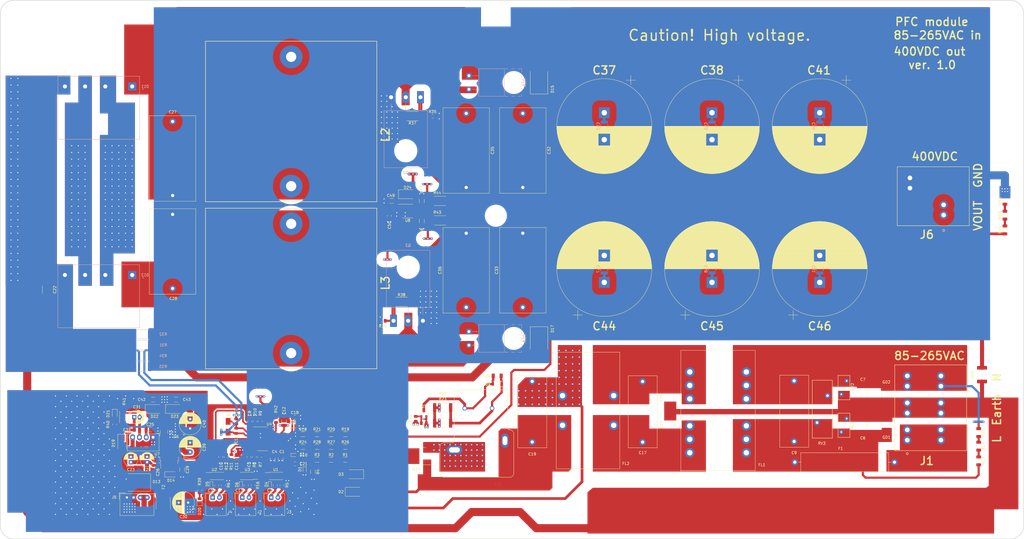
<source format=kicad_pcb>
(kicad_pcb (version 20171130) (host pcbnew "(5.1.7)-1")
  (title_block (date 2021-01-23))
  (layers (0 F.Cu signal) (1 In1.Cu signal) (2 In2.Cu signal) (31 B.Cu signal) (34 B.Paste user) (35 F.Paste user) (36 B.SilkS user) (37 F.SilkS user) (38 B.Mask user) (39 F.Mask user) (44 Edge.Cuts user))
  (net 0 "")
  (net 1 "Net-(C1-Pad1)")
  (net 2 "Net-(C2-Pad1)")
  (net 3 PFC_ENBL-)
  (net 4 "Net-(C3-Pad1)")
  (net 5 BOFO_ENBL-)
  (net 6 "Net-(C4-Pad1)")
  (net 7 "Net-(C5-Pad1)")
  (net 8 Earth)
  (net 9 "Net-(C6-Pad1)")
  (net 10 "Net-(C7-Pad2)")
  (net 11 "Net-(C8-Pad1)")
  (net 12 "Net-(C10-Pad1)")
  (net 13 "Net-(C11-Pad1)")
  (net 14 VCC)
  (net 15 PGOOD_SIGNAL-)
  (net 16 "Net-(C13-Pad1)")
  (net 17 "Net-(C14-Pad1)")
  (net 18 "Net-(C15-Pad2)")
  (net 19 "Net-(C16-Pad2)")
  (net 20 "Net-(C18-Pad1)")
  (net 21 AC_IN1)
  (net 22 AC_IN2)
  (net 23 "Net-(C20-Pad2)")
  (net 24 "Net-(C20-Pad1)")
  (net 25 "Net-(C21-Pad1)")
  (net 26 CS1)
  (net 27 "Net-(C23-Pad1)")
  (net 28 "Net-(C25-Pad1)")
  (net 29 "Net-(C27-Pad1)")
  (net 30 "Net-(C28-Pad1)")
  (net 31 -5V)
  (net 32 "Net-(C31-Pad1)")
  (net 33 VBUS)
  (net 34 +15V)
  (net 35 "Net-(C49-Pad1)")
  (net 36 "Net-(C50-Pad1)")
  (net 37 "Net-(D2-Pad1)")
  (net 38 "Net-(D11-Pad2)")
  (net 39 "Net-(D16-Pad2)")
  (net 40 "Net-(D18-Pad2)")
  (net 41 "Net-(D19-Pad2)")
  (net 42 "Net-(D20-Pad2)")
  (net 43 "Net-(D21-Pad2)")
  (net 44 "Net-(F2-Pad2)")
  (net 45 "Net-(Q1-Pad1)")
  (net 46 "Net-(Q2-Pad1)")
  (net 47 "Net-(Q3-Pad1)")
  (net 48 "Net-(R1-Pad1)")
  (net 49 "Net-(R2-Pad1)")
  (net 50 PFC_ENBL+)
  (net 51 BOFO_ENBL+)
  (net 52 VB_OK)
  (net 53 "Net-(R12-Pad2)")
  (net 54 "Net-(R13-Pad1)")
  (net 55 "Net-(R14-Pad1)")
  (net 56 PGOOD_SIGNAL+)
  (net 57 "Net-(R19-Pad1)")
  (net 58 "Net-(R20-Pad1)")
  (net 59 "Net-(R26-Pad1)")
  (net 60 "Net-(R27-Pad1)")
  (net 61 GATE)
  (net 62 DRIVER_IN+)
  (net 63 "Net-(F1-Pad1)")
  (net 64 GND)
  (net 65 "Net-(R43-Pad1)")
  (net 66 "Net-(R44-Pad1)")
  (net 67 "Net-(R45-Pad2)")
  (net 68 "Net-(R46-Pad2)")
  (module mylib-footprints:Weidmueller_1988610000 (layer F.Cu) (at 357.75 214.3 90)
    (fp_text reference J1 (at -7.7 7.25) (layer F.SilkS) (effects (font (size 3 3) (thickness 0.5))))
    (fp_text value "Weidmueller 1988610000" hide)
    (pad 1 thru_hole circle (at 0 12.4968 90) (size 3 3) (drill 1.7) (layers *.Cu *.Mask) (net 63 "Net-(F1-Pad1)"))
    (pad 1 thru_hole circle (at 3.81 12.4968 90) (size 3 3) (drill 1.7) (layers *.Cu *.Mask) (net 63 "Net-(F1-Pad1)"))
    (pad 1 thru_hole circle (at 0 0 90) (size 3 3) (drill 1.7) (layers *.Cu *.Mask) (net 63 "Net-(F1-Pad1)"))
    (pad 1 thru_hole circle (at 3.81 0 90) (size 3 3) (drill 1.7) (layers *.Cu *.Mask) (net 63 "Net-(F1-Pad1)"))
    (pad 2 thru_hole circle (at 10.0076 12.4968 90) (size 3 3) (drill 1.7) (layers *.Cu *.Mask) (net 8 Earth))
    (pad 2 thru_hole circle (at 13.8176 12.4968 90) (size 3 3) (drill 1.7) (layers *.Cu *.Mask) (net 8 Earth))
    (pad 2 thru_hole circle (at 10.0076 0 90) (size 3 3) (drill 1.7) (layers *.Cu *.Mask) (net 8 Earth))
    (pad 2 thru_hole circle (at 13.8176 0 90) (size 3 3) (drill 1.7) (layers *.Cu *.Mask) (net 8 Earth))
    (pad 3 thru_hole circle (at 20.0152 12.4968 90) (size 3 3) (drill 1.7) (layers *.Cu *.Mask) (net 10 "Net-(C7-Pad2)"))
    (pad 3 thru_hole circle (at 23.8252 12.4968 90) (size 3 3) (drill 1.7) (layers *.Cu *.Mask) (net 10 "Net-(C7-Pad2)"))
    (pad 3 thru_hole circle (at 20.0152 0 90) (size 3 3) (drill 1.7) (layers *.Cu *.Mask) (net 10 "Net-(C7-Pad2)"))
    (pad 3 thru_hole circle (at 23.8252 0 90) (size 3 3) (drill 1.7) (layers *.Cu *.Mask) (net 10 "Net-(C7-Pad2)"))
  )
  (module Fuse:Fuse_SunFuse-6HP (layer F.Cu) (at 353 222.5 180)
    (fp_text reference F1 (at 20 5.08) (layer F.SilkS))
    (fp_text value 50A)
    (pad 2 thru_hole circle (at 37 0 180) (size 2.4 2.4) (drill 1.2) (layers *.Cu *.Mask) (net 9 "Net-(C6-Pad1)"))
    (pad 1 thru_hole circle (at 0 0 180) (size 2.4 2.4) (drill 1.2) (layers *.Cu *.Mask) (net 63 "Net-(F1-Pad1)"))
  )
  (module Capacitor_THT:C_Rect_L31.5mm_W17.0mm_P27.50mm_MKS4 (layer F.Cu) (at 215 165 90)
    (fp_text reference C33 (at 13.75 -9.75 90) (layer F.SilkS))
    (fp_text value 1.5uF)
    (pad 1 thru_hole circle (at 0 0 90) (size 2.4 2.4) (drill 1.2) (layers *.Cu *.Mask) (net 33 VBUS))
    (pad 2 thru_hole circle (at 27.5 0 90) (size 2.4 2.4) (drill 1.2) (layers *.Cu *.Mask) (net 64 GND))
  )
  (module Diode_SMD:D_SMA (layer F.Cu) (at 152.5 233.5)
    (fp_text reference D2 (at -5 0) (layer F.SilkS))
    (fp_text value MRA4007T3G)
    (pad 1 smd rect (at -2 0) (size 2.5 1.8) (layers F.Cu F.Paste F.Mask) (net 37 "Net-(D2-Pad1)"))
    (pad 2 smd rect (at 2 0) (size 2.5 1.8) (layers F.Cu F.Paste F.Mask) (net 21 AC_IN1))
  )
  (module Resistor_SMD:R_0805_2012Metric (layer F.Cu) (at 108.6 207.35 90)
    (fp_text reference R17 (at 3.25 0 90) (layer F.SilkS))
    (fp_text value 68R)
    (pad 1 smd roundrect (at -0.9125 0 90) (size 1.025 1.4) (layers F.Cu F.Paste F.Mask) (roundrect_rratio 0.2439004878048781) (net 19 "Net-(C16-Pad2)"))
    (pad 2 smd roundrect (at 0.9125 0 90) (size 1.025 1.4) (layers F.Cu F.Paste F.Mask) (roundrect_rratio 0.2439004878048781) (net 26 CS1))
  )
  (module Diode_SMD:D_SOD-523 (layer F.Cu) (at 130.1 219.85)
    (fp_text reference D10 (at 3.5 0) (layer F.SilkS))
    (fp_text value PESD5V0L1UB,115)
    (pad 1 smd rect (at -0.7 0 180) (size 0.6 0.7) (layers F.Cu F.Paste F.Mask) (net 25 "Net-(C21-Pad1)"))
    (pad 2 smd rect (at 0.7 0 180) (size 0.6 0.7) (layers F.Cu F.Paste F.Mask) (net 64 GND))
  )
  (module Capacitor_SMD:C_1206_3216Metric (layer F.Cu) (at 125.1 221.6 270)
    (fp_text reference C1 (at -3 -0.5) (layer F.SilkS))
    (fp_text value 10uF)
    (pad 1 smd roundrect (at -1.475 0 270) (size 1.15 1.8) (layers F.Cu F.Paste F.Mask) (roundrect_rratio 0.2173904347826087) (net 1 "Net-(C1-Pad1)"))
    (pad 2 smd roundrect (at 1.475 0 270) (size 1.15 1.8) (layers F.Cu F.Paste F.Mask) (roundrect_rratio 0.2173904347826087) (net 64 GND))
  )
  (module Capacitor_SMD:C_0805_2012Metric (layer F.Cu) (at 123.1 231.1 270)
    (fp_text reference C2 (at 1.9 2.1 180) (layer F.SilkS))
    (fp_text value 0.1uF)
    (pad 2 smd roundrect (at 0.95 0 270) (size 1 1.45) (layers F.Cu F.Paste F.Mask) (net 3 PFC_ENBL-))
    (pad 1 smd roundrect (at -0.95 0 270) (size 1 1.45) (layers F.Cu F.Paste F.Mask) (net 2 "Net-(C2-Pad1)"))
  )
  (module Capacitor_SMD:C_0805_2012Metric (layer F.Cu) (at 101.35 231.1 270)
    (fp_text reference C3 (at 2 2.35 180) (layer F.SilkS))
    (fp_text value 0.1uF)
    (pad 1 smd roundrect (at -0.95 0 270) (size 1 1.45) (layers F.Cu F.Paste F.Mask) (net 4 "Net-(C3-Pad1)"))
    (pad 2 smd roundrect (at 0.95 0 270) (size 1 1.45) (layers F.Cu F.Paste F.Mask) (net 5 BOFO_ENBL-))
  )
  (module Capacitor_SMD:C_1206_3216Metric (layer F.Cu) (at 122.1 221.6 270)
    (fp_text reference C4 (at -3 -0.75) (layer F.SilkS))
    (fp_text value 10uF)
    (pad 1 smd roundrect (at -1.475 0 270) (size 1.15 1.8) (layers F.Cu F.Paste F.Mask) (roundrect_rratio 0.2173904347826087) (net 6 "Net-(C4-Pad1)"))
    (pad 2 smd roundrect (at 1.475 0 270) (size 1.15 1.8) (layers F.Cu F.Paste F.Mask) (roundrect_rratio 0.2173904347826087) (net 64 GND))
  )
  (module Capacitor_SMD:C_0805_2012Metric (layer F.Cu) (at 113.35 220.6 270)
    (fp_text reference C5 (at 2.75 0 90) (layer F.SilkS))
    (fp_text value 10nF)
    (pad 1 smd roundrect (at -0.95 0 270) (size 1 1.45) (layers F.Cu F.Paste F.Mask) (net 7 "Net-(C5-Pad1)"))
    (pad 2 smd roundrect (at 0.95 0 270) (size 1 1.45) (layers F.Cu F.Paste F.Mask) (net 64 GND))
  )
  (module mylib-footprints:C_2211_5728Metric (layer F.Cu) (at 341.25 209 90)
    (fp_text reference C6 (at -4.5 0 180) (layer F.SilkS))
    (fp_text value 2.2nF)
    (pad 2 smd roundrect (at 2.55 0 90) (size 1.35 3.7) (layers F.Cu F.Paste F.Mask) (roundrect_rratio 0.139) (net 8 Earth))
    (pad 1 smd roundrect (at -2.55 0 90) (size 1.35 3.7) (layers F.Cu F.Paste F.Mask) (roundrect_rratio 0.139) (net 9 "Net-(C6-Pad1)"))
  )
  (module mylib-footprints:C_2211_5728Metric (layer F.Cu) (at 341.25 196.8 90)
    (fp_text reference C7 (at 5 0 180) (layer F.SilkS))
    (fp_text value 2.2nF)
    (pad 2 smd roundrect (at 2.55 0 90) (size 1.35 3.7) (layers F.Cu F.Paste F.Mask) (roundrect_rratio 0.139) (net 10 "Net-(C7-Pad2)"))
    (pad 1 smd roundrect (at -2.55 0 90) (size 1.35 3.7) (layers F.Cu F.Paste F.Mask) (roundrect_rratio 0.139) (net 8 Earth))
  )
  (module Capacitor_SMD:C_0805_2012Metric (layer F.Cu) (at 113.6 207.35 90)
    (fp_text reference C8 (at 3 0 90) (layer F.SilkS))
    (fp_text value 10nF)
    (pad 2 smd roundrect (at 0.95 0 90) (size 1 1.45) (layers F.Cu F.Paste F.Mask) (net 64 GND))
    (pad 1 smd roundrect (at -0.95 0 90) (size 1 1.45) (layers F.Cu F.Paste F.Mask) (net 11 "Net-(C8-Pad1)"))
  )
  (module Capacitor_THT:C_Rect_L26.5mm_W10.5mm_P22.50mm_MKS4 (layer F.Cu) (at 315.75 214.8 90)
    (fp_text reference C9 (at -4.2 0 180) (layer F.SilkS))
    (fp_text value 1.5uF)
    (pad 1 thru_hole circle (at 0 0 90) (size 2.4 2.4) (drill 1.2) (layers *.Cu *.Mask) (net 9 "Net-(C6-Pad1)"))
    (pad 2 thru_hole circle (at 22.5 0 90) (size 2.4 2.4) (drill 1.2) (layers *.Cu *.Mask) (net 10 "Net-(C7-Pad2)"))
  )
  (module Capacitor_SMD:C_0805_2012Metric (layer F.Cu) (at 102.85 220.6 270)
    (fp_text reference C10 (at 3.4 -0.15 90) (layer F.SilkS))
    (fp_text value 4.7nF)
    (pad 1 smd roundrect (at -0.95 0 270) (size 1 1.45) (layers F.Cu F.Paste F.Mask) (net 12 "Net-(C10-Pad1)"))
    (pad 2 smd roundrect (at 0.95 0 270) (size 1 1.45) (layers F.Cu F.Paste F.Mask) (net 64 GND))
  )
  (module Capacitor_SMD:C_0805_2012Metric (layer F.Cu) (at 108.85 220.6 90)
    (fp_text reference C11 (at -3.4 -0.1 90) (layer F.SilkS))
    (fp_text value 0.1uF)
    (pad 1 smd roundrect (at -0.95 0 90) (size 1 1.45) (layers F.Cu F.Paste F.Mask) (net 13 "Net-(C11-Pad1)"))
    (pad 2 smd roundrect (at 0.95 0 90) (size 1 1.45) (layers F.Cu F.Paste F.Mask) (net 64 GND))
  )
  (module Capacitor_SMD:C_1206_3216Metric (layer F.Cu) (at 126.35 207.35 270)
    (fp_text reference C12 (at -4 0 270) (layer F.SilkS))
    (fp_text value 10uF)
    (pad 1 smd roundrect (at -1.475 0 270) (size 1.15 1.8) (layers F.Cu F.Paste F.Mask) (roundrect_rratio 0.2173904347826087) (net 64 GND))
    (pad 2 smd roundrect (at 1.475 0 270) (size 1.15 1.8) (layers F.Cu F.Paste F.Mask) (roundrect_rratio 0.2173904347826087) (net 14 VCC))
  )
  (module Capacitor_SMD:C_0805_2012Metric (layer F.Cu) (at 112.35 231.1 270)
    (fp_text reference C13 (at 1.9 2.6 180) (layer F.SilkS))
    (fp_text value 0.1uF)
    (pad 1 smd roundrect (at -0.95 0 270) (size 1 1.45) (layers F.Cu F.Paste F.Mask) (net 16 "Net-(C13-Pad1)"))
    (pad 2 smd roundrect (at 0.95 0 270) (size 1 1.45) (layers F.Cu F.Paste F.Mask) (net 15 PGOOD_SIGNAL-))
  )
  (module mylib-footprints:C_2211_5728Metric (layer F.Cu) (at 269.5 208.5 90)
    (fp_text reference C14 (at 0 -3 90) (layer F.SilkS))
    (fp_text value 2.2nF)
    (pad 1 smd roundrect (at -2.55 0 90) (size 1.35 3.7) (layers F.Cu F.Paste F.Mask) (roundrect_rratio 0.139) (net 17 "Net-(C14-Pad1)"))
    (pad 2 smd roundrect (at 2.55 0 90) (size 1.35 3.7) (layers F.Cu F.Paste F.Mask) (roundrect_rratio 0.139) (net 8 Earth))
  )
  (module mylib-footprints:C_2211_5728Metric (layer F.Cu) (at 269.5 198.5 90)
    (fp_text reference C15 (at 0 -3 90) (layer F.SilkS))
    (fp_text value 2.2nF)
    (pad 1 smd roundrect (at -2.55 0 90) (size 1.35 3.7) (layers F.Cu F.Paste F.Mask) (roundrect_rratio 0.139) (net 8 Earth))
    (pad 2 smd roundrect (at 2.55 0 90) (size 1.35 3.7) (layers F.Cu F.Paste F.Mask) (roundrect_rratio 0.139) (net 18 "Net-(C15-Pad2)"))
  )
  (module Capacitor_SMD:C_0805_2012Metric (layer F.Cu) (at 108.6 210.85 90)
    (fp_text reference C16 (at -3.25 0 90) (layer F.SilkS))
    (fp_text value 4.7nF)
    (pad 2 smd roundrect (at 0.95 0 90) (size 1 1.45) (layers F.Cu F.Paste F.Mask) (net 19 "Net-(C16-Pad2)"))
    (pad 1 smd roundrect (at -0.95 0 90) (size 1 1.45) (layers F.Cu F.Paste F.Mask) (net 64 GND))
  )
  (module Capacitor_THT:C_Rect_L26.5mm_W10.5mm_P22.50mm_MKS4 (layer F.Cu) (at 259.5 215.05 90)
    (fp_text reference C17 (at -3.95 0 180) (layer F.SilkS))
    (fp_text value 1.5uF)
    (pad 1 thru_hole circle (at 0 0 90) (size 2.4 2.4) (drill 1.2) (layers *.Cu *.Mask) (net 17 "Net-(C14-Pad1)"))
    (pad 2 thru_hole circle (at 22.5 0 90) (size 2.4 2.4) (drill 1.2) (layers *.Cu *.Mask) (net 18 "Net-(C15-Pad2)"))
  )
  (module Capacitor_SMD:C_0805_2012Metric (layer F.Cu) (at 130.35 205.85)
    (fp_text reference C18 (at 0 -1.75 180) (layer F.SilkS))
    (fp_text value 10nF)
    (pad 2 smd roundrect (at 0.95 0) (size 1 1.45) (layers F.Cu F.Paste F.Mask) (net 64 GND))
    (pad 1 smd roundrect (at -0.95 0) (size 1 1.45) (layers F.Cu F.Paste F.Mask) (net 20 "Net-(C18-Pad1)"))
  )
  (module Capacitor_THT:C_Rect_L26.5mm_W10.5mm_P22.50mm_MKS4 (layer F.Cu) (at 218.5 215 90)
    (fp_text reference C19 (at -4.5 0 180) (layer F.SilkS))
    (fp_text value 1.5uF)
    (pad 2 thru_hole circle (at 22.5 0 90) (size 2.4 2.4) (drill 1.2) (layers *.Cu *.Mask) (net 22 AC_IN2))
    (pad 1 thru_hole circle (at 0 0 90) (size 2.4 2.4) (drill 1.2) (layers *.Cu *.Mask) (net 21 AC_IN1))
  )
  (module Capacitor_SMD:C_1206_3216Metric (layer F.Cu) (at 205.5 190.5 180)
    (fp_text reference C20 (at 4 0) (layer F.SilkS))
    (fp_text value 10uF)
    (pad 2 smd roundrect (at 1.475 0 180) (size 1.15 1.8) (layers F.Cu F.Paste F.Mask) (roundrect_rratio 0.2173904347826087) (net 23 "Net-(C20-Pad2)"))
    (pad 1 smd roundrect (at -1.475 0 180) (size 1.15 1.8) (layers F.Cu F.Paste F.Mask) (roundrect_rratio 0.2173904347826087) (net 24 "Net-(C20-Pad1)"))
  )
  (module Capacitor_SMD:C_0805_2012Metric (layer F.Cu) (at 130.4 223.1)
    (fp_text reference C21 (at 3.2 0 180) (layer F.SilkS))
    (fp_text value 22pF)
    (pad 2 smd roundrect (at 0.95 0) (size 1 1.45) (layers F.Cu F.Paste F.Mask) (net 64 GND))
    (pad 1 smd roundrect (at -0.95 0) (size 1 1.45) (layers F.Cu F.Paste F.Mask) (net 25 "Net-(C21-Pad1)"))
  )
  (module mylib-footprints:C_2211_5728Metric (layer F.Cu) (at 38.25 158.45 270)
    (fp_text reference C22 (at 0 -3 90) (layer F.SilkS))
    (fp_text value 1nF)
    (pad 1 smd roundrect (at -2.55 0 270) (size 1.35 3.7) (layers F.Cu F.Paste F.Mask) (roundrect_rratio 0.139) (net 26 CS1))
    (pad 2 smd roundrect (at 2.55 0 270) (size 1.35 3.7) (layers F.Cu F.Paste F.Mask) (roundrect_rratio 0.139) (net 8 Earth))
  )
  (module Capacitor_THT:CP_Radial_D5.0mm_P2.00mm (layer F.Cu) (at 69.5 222.5 90)
    (fp_text reference C23 (at -2.75 0 180) (layer F.SilkS))
    (fp_text value 22uF)
    (pad 1 thru_hole rect (at 0 0 90) (size 1.6 1.6) (drill 0.8) (layers *.Cu *.Mask) (net 27 "Net-(C23-Pad1)"))
    (pad 2 thru_hole circle (at 2 0 90) (size 1.6 1.6) (drill 0.8) (layers *.Cu *.Mask) (net 64 GND))
  )
  (module Capacitor_THT:CP_Radial_D5.0mm_P2.00mm (layer F.Cu) (at 75.5 222.5 90)
    (fp_text reference C24 (at -2.75 0 180) (layer F.SilkS))
    (fp_text value 22uF)
    (pad 1 thru_hole rect (at 0 0 90) (size 1.6 1.6) (drill 0.8) (layers *.Cu *.Mask) (net 27 "Net-(C23-Pad1)"))
    (pad 2 thru_hole circle (at 2 0 90) (size 1.6 1.6) (drill 0.8) (layers *.Cu *.Mask) (net 64 GND))
  )
  (module Capacitor_SMD:C_1206_3216Metric (layer F.Cu) (at 76.65 210.35)
    (fp_text reference C25 (at 0 -1.85) (layer F.SilkS))
    (fp_text value 10uF)
    (pad 2 smd roundrect (at 1.475 0) (size 1.15 1.8) (layers F.Cu F.Paste F.Mask) (roundrect_rratio 0.2173904347826087) (net 64 GND))
    (pad 1 smd roundrect (at -1.475 0) (size 1.15 1.8) (layers F.Cu F.Paste F.Mask) (roundrect_rratio 0.2173904347826087) (net 28 "Net-(C25-Pad1)"))
  )
  (module Capacitor_SMD:C_0805_2012Metric (layer F.Cu) (at 79.25 222.75 90)
    (fp_text reference C26 (at -3.5 0.25 90) (layer F.SilkS))
    (fp_text value 0.1uF)
    (pad 1 smd roundrect (at -0.95 0 90) (size 1 1.45) (layers F.Cu F.Paste F.Mask) (net 27 "Net-(C23-Pad1)"))
    (pad 2 smd roundrect (at 0.95 0 90) (size 1 1.45) (layers F.Cu F.Paste F.Mask) (net 64 GND))
  )
  (module Capacitor_THT:C_Rect_L31.5mm_W17.0mm_P27.50mm_MKS4 (layer F.Cu) (at 85 96 270)
    (fp_text reference C27 (at -3.5 0) (layer F.SilkS))
    (fp_text value 1.5uF)
    (pad 1 thru_hole circle (at 0 0 270) (size 2.4 2.4) (drill 1.2) (layers *.Cu *.Mask) (net 29 "Net-(C27-Pad1)"))
    (pad 2 thru_hole circle (at 27.5 0 270) (size 2.4 2.4) (drill 1.2) (layers *.Cu *.Mask) (net 64 GND))
  )
  (module Capacitor_THT:C_Rect_L31.5mm_W17.0mm_P27.50mm_MKS4 (layer F.Cu) (at 85 158 90)
    (fp_text reference C28 (at -3.75 0.25 180) (layer F.SilkS))
    (fp_text value 1.5uF)
    (pad 1 thru_hole circle (at 0 0 90) (size 2.4 2.4) (drill 1.2) (layers *.Cu *.Mask) (net 30 "Net-(C28-Pad1)"))
    (pad 2 thru_hole circle (at 27.5 0 90) (size 2.4 2.4) (drill 1.2) (layers *.Cu *.Mask) (net 64 GND))
  )
  (module Capacitor_SMD:C_1206_3216Metric (layer F.Cu) (at 88.5 225.25 270)
    (fp_text reference C29 (at 0 -2 90) (layer F.SilkS))
    (fp_text value 10uF)
    (pad 1 smd roundrect (at -1.475 0 270) (size 1.15 1.8) (layers F.Cu F.Paste F.Mask) (roundrect_rratio 0.2173904347826087) (net 14 VCC))
    (pad 2 smd roundrect (at 1.475 0 270) (size 1.15 1.8) (layers F.Cu F.Paste F.Mask) (roundrect_rratio 0.2173904347826087) (net 64 GND))
  )
  (module Capacitor_THT:CP_Radial_D8.0mm_P3.50mm (layer F.Cu) (at 90.75 237.5 180)
    (fp_text reference C30 (at 1.75 -5.25) (layer F.SilkS))
    (fp_text value 330uF)
    (pad 1 thru_hole rect (at 0 0 180) (size 1.6 1.6) (drill 0.8) (layers *.Cu *.Mask) (net 14 VCC))
    (pad 2 thru_hole circle (at 3.5 0 180) (size 1.6 1.6) (drill 0.8) (layers *.Cu *.Mask) (net 64 GND))
  )
  (module Capacitor_THT:CP_Radial_D5.0mm_P2.00mm (layer F.Cu) (at 70.75 205.75)
    (fp_text reference C31 (at 1 -3.75) (layer F.SilkS))
    (fp_text value 22uF)
    (pad 2 thru_hole circle (at 2 0) (size 1.6 1.6) (drill 0.8) (layers *.Cu *.Mask) (net 31 -5V))
    (pad 1 thru_hole rect (at 0 0) (size 1.6 1.6) (drill 0.8) (layers *.Cu *.Mask) (net 32 "Net-(C31-Pad1)"))
  )
  (module Capacitor_THT:C_Rect_L31.5mm_W17.0mm_P27.50mm_MKS4 (layer F.Cu) (at 215 93 270)
    (fp_text reference C32 (at 13.75 -9.75 90) (layer F.SilkS))
    (fp_text value 1.5uF)
    (pad 2 thru_hole circle (at 27.5 0 270) (size 2.4 2.4) (drill 1.2) (layers *.Cu *.Mask) (net 64 GND))
    (pad 1 thru_hole circle (at 0 0 270) (size 2.4 2.4) (drill 1.2) (layers *.Cu *.Mask) (net 33 VBUS))
  )
  (module Capacitor_SMD:C_0805_2012Metric (layer F.Cu) (at 71.75 210.5)
    (fp_text reference C34 (at -3.75 0) (layer F.SilkS))
    (fp_text value 0.1uF)
    (pad 2 smd roundrect (at 0.95 0) (size 1 1.45) (layers F.Cu F.Paste F.Mask) (net 31 -5V))
    (pad 1 smd roundrect (at -0.95 0) (size 1 1.45) (layers F.Cu F.Paste F.Mask) (net 32 "Net-(C31-Pad1)"))
  )
  (module Capacitor_THT:C_Rect_L31.5mm_W17.0mm_P27.50mm_MKS4 (layer F.Cu) (at 194 93 270)
    (fp_text reference C35 (at 13.75 -9.75 90) (layer F.SilkS))
    (fp_text value 1.5uF)
    (pad 2 thru_hole circle (at 27.5 0 270) (size 2.4 2.4) (drill 1.2) (layers *.Cu *.Mask) (net 64 GND))
    (pad 1 thru_hole circle (at 0 0 270) (size 2.4 2.4) (drill 1.2) (layers *.Cu *.Mask) (net 33 VBUS))
  )
  (module Capacitor_THT:C_Rect_L31.5mm_W17.0mm_P27.50mm_MKS4 (layer F.Cu) (at 194 165 90)
    (fp_text reference C36 (at 13.75 -9.75 90) (layer F.SilkS))
    (fp_text value 1.5uF)
    (pad 2 thru_hole circle (at 27.5 0 90) (size 2.4 2.4) (drill 1.2) (layers *.Cu *.Mask) (net 64 GND))
    (pad 1 thru_hole circle (at 0 0 90) (size 2.4 2.4) (drill 1.2) (layers *.Cu *.Mask) (net 33 VBUS))
  )
  (module Capacitor_THT:CP_Radial_D35.0mm_P10.00mm_SnapIn (layer F.Cu) (at 245.25 92.75 270)
    (fp_text reference C37 (at -15.75 0 180) (layer F.SilkS) (effects (font (size 3 3) (thickness 0.5))))
    (fp_text value 330uF)
    (pad 2 thru_hole circle (at 10 0 270) (size 4 4) (drill 2) (layers *.Cu *.Mask) (net 64 GND))
    (pad 1 thru_hole rect (at 0 0 270) (size 4 4) (drill 2) (layers *.Cu *.Mask) (net 33 VBUS))
  )
  (module Capacitor_THT:CP_Radial_D35.0mm_P10.00mm_SnapIn (layer F.Cu) (at 285.25 92.75 270)
    (fp_text reference C38 (at -15.75 0 180) (layer F.SilkS) (effects (font (size 3 3) (thickness 0.5))))
    (fp_text value 330uF)
    (pad 1 thru_hole rect (at 0 0 270) (size 4 4) (drill 2) (layers *.Cu *.Mask) (net 33 VBUS))
    (pad 2 thru_hole circle (at 10 0 270) (size 4 4) (drill 2) (layers *.Cu *.Mask) (net 64 GND))
  )
  (module Capacitor_THT:CP_Radial_D8.0mm_P3.50mm (layer F.Cu) (at 91.5 218.75 90)
    (fp_text reference C39 (at 1.75 5.25 90) (layer F.SilkS))
    (fp_text value 330uF)
    (pad 1 thru_hole rect (at 0 0 90) (size 1.6 1.6) (drill 0.8) (layers *.Cu *.Mask) (net 34 +15V))
    (pad 2 thru_hole circle (at 3.5 0 90) (size 1.6 1.6) (drill 0.8) (layers *.Cu *.Mask) (net 64 GND))
  )
  (module Capacitor_THT:CP_Radial_D8.0mm_P3.50mm (layer F.Cu) (at 91.5 210 90)
    (fp_text reference C40 (at 1.75 5.25 90) (layer F.SilkS))
    (fp_text value 330uF)
    (pad 2 thru_hole circle (at 3.5 0 90) (size 1.6 1.6) (drill 0.8) (layers *.Cu *.Mask) (net 31 -5V))
    (pad 1 thru_hole rect (at 0 0 90) (size 1.6 1.6) (drill 0.8) (layers *.Cu *.Mask) (net 64 GND))
  )
  (module Capacitor_THT:CP_Radial_D35.0mm_P10.00mm_SnapIn (layer F.Cu) (at 325.25 92.75 270)
    (fp_text reference C41 (at -15.75 0.25 180) (layer F.SilkS) (effects (font (size 3 3) (thickness 0.5))))
    (fp_text value 330uF)
    (pad 2 thru_hole circle (at 10 0 270) (size 4 4) (drill 2) (layers *.Cu *.Mask) (net 64 GND))
    (pad 1 thru_hole rect (at 0 0 270) (size 4 4) (drill 2) (layers *.Cu *.Mask) (net 33 VBUS))
  )
  (module Capacitor_SMD:C_1206_3216Metric (layer F.Cu) (at 77.75 199.25)
    (fp_text reference C42 (at -4.25 0) (layer F.SilkS))
    (fp_text value 10uF)
    (pad 1 smd roundrect (at -1.475 0) (size 1.15 1.8) (layers F.Cu F.Paste F.Mask) (roundrect_rratio 0.2173904347826087) (net 34 +15V))
    (pad 2 smd roundrect (at 1.475 0) (size 1.15 1.8) (layers F.Cu F.Paste F.Mask) (roundrect_rratio 0.2173904347826087) (net 64 GND))
  )
  (module Capacitor_SMD:C_1206_3216Metric (layer F.Cu) (at 86.25 199.25)
    (fp_text reference C43 (at 4 0) (layer F.SilkS))
    (fp_text value 10uF)
    (pad 2 smd roundrect (at 1.475 0) (size 1.15 1.8) (layers F.Cu F.Paste F.Mask) (roundrect_rratio 0.2173904347826087) (net 31 -5V))
    (pad 1 smd roundrect (at -1.475 0) (size 1.15 1.8) (layers F.Cu F.Paste F.Mask) (roundrect_rratio 0.2173904347826087) (net 64 GND))
  )
  (module Capacitor_THT:CP_Radial_D35.0mm_P10.00mm_SnapIn (layer F.Cu) (at 245.25 155.75 90)
    (fp_text reference C44 (at -16.25 0 180) (layer F.SilkS) (effects (font (size 3 3) (thickness 0.5))))
    (fp_text value 330uF)
    (pad 1 thru_hole rect (at 0 0 90) (size 4 4) (drill 2) (layers *.Cu *.Mask) (net 33 VBUS))
    (pad 2 thru_hole circle (at 10 0 90) (size 4 4) (drill 2) (layers *.Cu *.Mask) (net 64 GND))
  )
  (module Capacitor_THT:CP_Radial_D35.0mm_P10.00mm_SnapIn (layer F.Cu) (at 285.25 155.75 90)
    (fp_text reference C45 (at -16.25 0 180) (layer F.SilkS) (effects (font (size 3 3) (thickness 0.5))))
    (fp_text value 330uF)
    (pad 1 thru_hole rect (at 0 0 90) (size 4 4) (drill 2) (layers *.Cu *.Mask) (net 33 VBUS))
    (pad 2 thru_hole circle (at 10 0 90) (size 4 4) (drill 2) (layers *.Cu *.Mask) (net 64 GND))
  )
  (module Capacitor_THT:CP_Radial_D35.0mm_P10.00mm_SnapIn (layer F.Cu) (at 325.25 155.75 90)
    (fp_text reference C46 (at -16.25 0 180) (layer F.SilkS) (effects (font (size 3 3) (thickness 0.5))))
    (fp_text value 330uF)
    (pad 2 thru_hole circle (at 10 0 90) (size 4 4) (drill 2) (layers *.Cu *.Mask) (net 64 GND))
    (pad 1 thru_hole rect (at 0 0 90) (size 4 4) (drill 2) (layers *.Cu *.Mask) (net 33 VBUS))
  )
  (module Capacitor_SMD:C_1210_3225Metric (layer B.Cu) (at 245.25 150.75 90)
    (fp_text reference C47 (at 0 -2.25 270) (layer B.SilkS) (effects (justify mirror)))
    (fp_text value 0.1uF)
    (pad 1 smd roundrect (at -1.475 0 90) (size 1.15 2.7) (layers B.Cu B.Paste B.Mask) (roundrect_rratio 0.2173904347826087) (net 33 VBUS))
    (pad 2 smd roundrect (at 1.475 0 90) (size 1.15 2.7) (layers B.Cu B.Paste B.Mask) (roundrect_rratio 0.2173904347826087) (net 64 GND))
  )
  (module Capacitor_SMD:C_1210_3225Metric (layer B.Cu) (at 285.25 150.75 90)
    (fp_text reference C48 (at 0 -2.25 270) (layer B.SilkS) (effects (justify mirror)))
    (fp_text value 0.1uF)
    (pad 2 smd roundrect (at 1.475 0 90) (size 1.15 2.7) (layers B.Cu B.Paste B.Mask) (roundrect_rratio 0.2173904347826087) (net 64 GND))
    (pad 1 smd roundrect (at -1.475 0 90) (size 1.15 2.7) (layers B.Cu B.Paste B.Mask) (roundrect_rratio 0.2173904347826087) (net 33 VBUS))
  )
  (module Capacitor_SMD:C_1206_3216Metric (layer F.Cu) (at 166.25 125.5 180)
    (fp_text reference C49 (at 0.25 2) (layer F.SilkS))
    (fp_text value 10uF)
    (pad 2 smd roundrect (at 1.475 0 180) (size 1.15 1.8) (layers F.Cu F.Paste F.Mask) (roundrect_rratio 0.2173904347826087) (net 64 GND))
    (pad 1 smd roundrect (at -1.475 0 180) (size 1.15 1.8) (layers F.Cu F.Paste F.Mask) (roundrect_rratio 0.2173904347826087) (net 35 "Net-(C49-Pad1)"))
  )
  (module Capacitor_SMD:C_0805_2012Metric (layer F.Cu) (at 165.4 131 270)
    (fp_text reference C50 (at 3.5 -0.1 90) (layer F.SilkS))
    (fp_text value 22pF)
    (pad 1 smd roundrect (at -0.95 0 270) (size 1 1.45) (layers F.Cu F.Paste F.Mask) (net 36 "Net-(C50-Pad1)"))
    (pad 2 smd roundrect (at 0.95 0 270) (size 1 1.45) (layers F.Cu F.Paste F.Mask) (net 64 GND))
  )
  (module Capacitor_SMD:C_1210_3225Metric (layer B.Cu) (at 325.25 150.75 90)
    (fp_text reference C51 (at 0 -2.25 270) (layer B.SilkS) (effects (justify mirror)))
    (fp_text value 0.1uF)
    (pad 1 smd roundrect (at -1.475 0 90) (size 1.15 2.7) (layers B.Cu B.Paste B.Mask) (roundrect_rratio 0.2173904347826087) (net 33 VBUS))
    (pad 2 smd roundrect (at 1.475 0 90) (size 1.15 2.7) (layers B.Cu B.Paste B.Mask) (roundrect_rratio 0.2173904347826087) (net 64 GND))
  )
  (module Capacitor_SMD:C_1210_3225Metric (layer B.Cu) (at 245.25 97.75 270)
    (fp_text reference C52 (at 0 2.25 270) (layer B.SilkS) (effects (justify mirror)))
    (fp_text value 0.1uF)
    (pad 2 smd roundrect (at 1.475 0 270) (size 1.15 2.7) (layers B.Cu B.Paste B.Mask) (roundrect_rratio 0.2173904347826087) (net 64 GND))
    (pad 1 smd roundrect (at -1.475 0 270) (size 1.15 2.7) (layers B.Cu B.Paste B.Mask) (roundrect_rratio 0.2173904347826087) (net 33 VBUS))
  )
  (module Capacitor_SMD:C_1210_3225Metric (layer B.Cu) (at 285.25 97.75 270)
    (fp_text reference C53 (at 0 2.25 270) (layer B.SilkS) (effects (justify mirror)))
    (fp_text value 0.1uF)
    (pad 2 smd roundrect (at 1.475 0 270) (size 1.15 2.7) (layers B.Cu B.Paste B.Mask) (roundrect_rratio 0.2173904347826087) (net 64 GND))
    (pad 1 smd roundrect (at -1.475 0 270) (size 1.15 2.7) (layers B.Cu B.Paste B.Mask) (roundrect_rratio 0.2173904347826087) (net 33 VBUS))
  )
  (module Capacitor_SMD:C_1210_3225Metric (layer B.Cu) (at 325.25 97.75 270)
    (fp_text reference C54 (at 0 2.25 270) (layer B.SilkS) (effects (justify mirror)))
    (fp_text value 0.1uF)
    (pad 1 smd roundrect (at -1.475 0 270) (size 1.15 2.7) (layers B.Cu B.Paste B.Mask) (roundrect_rratio 0.2173904347826087) (net 33 VBUS))
    (pad 2 smd roundrect (at 1.475 0 270) (size 1.15 2.7) (layers B.Cu B.Paste B.Mask) (roundrect_rratio 0.2173904347826087) (net 64 GND))
  )
  (module mylib-footprints:C_2211_5728Metric (layer F.Cu) (at 385.5 190 270)
    (fp_text reference C55 (at 0 3.5 90) (layer F.SilkS))
    (fp_text value 1nF)
    (pad 2 smd roundrect (at 2.55 0 270) (size 1.35 3.7) (layers F.Cu F.Paste F.Mask) (roundrect_rratio 0.139) (net 8 Earth))
    (pad 1 smd roundrect (at -2.55 0 270) (size 1.35 3.7) (layers F.Cu F.Paste F.Mask) (roundrect_rratio 0.139) (net 33 VBUS))
  )
  (module Capacitor_SMD:C_1206_3216Metric (layer F.Cu) (at 177.5 133 270)
    (fp_text reference C56 (at 4 0 90) (layer F.SilkS))
    (fp_text value 10uF)
    (pad 1 smd roundrect (at -1.475 0 270) (size 1.15 1.8) (layers F.Cu F.Paste F.Mask) (roundrect_rratio 0.2173904347826087) (net 34 +15V))
    (pad 2 smd roundrect (at 1.475 0 270) (size 1.15 1.8) (layers F.Cu F.Paste F.Mask) (roundrect_rratio 0.2173904347826087) (net 64 GND))
  )
  (module Capacitor_SMD:C_1206_3216Metric (layer F.Cu) (at 177.5 125.525 270)
    (fp_text reference C57 (at -4.275 0 90) (layer F.SilkS))
    (fp_text value 10uF)
    (pad 2 smd roundrect (at 1.475 0 270) (size 1.15 1.8) (layers F.Cu F.Paste F.Mask) (roundrect_rratio 0.2173904347826087) (net 31 -5V))
    (pad 1 smd roundrect (at -1.475 0 270) (size 1.15 1.8) (layers F.Cu F.Paste F.Mask) (roundrect_rratio 0.2173904347826087) (net 64 GND))
  )
  (module Diode_SMD:D_SOD-523 (layer F.Cu) (at 134 225.3 270)
    (fp_text reference D1 (at -0.25 1.75 90) (layer F.SilkS))
    (fp_text value PESD5V0L1UB,115)
    (pad 2 smd rect (at 0.7 0 90) (size 0.6 0.7) (layers F.Cu F.Paste F.Mask) (net 64 GND))
    (pad 1 smd rect (at -0.7 0 90) (size 0.6 0.7) (layers F.Cu F.Paste F.Mask) (net 1 "Net-(C1-Pad1)"))
  )
  (module Diode_SMD:D_SOD-523 (layer F.Cu) (at 121.1 230.85 270)
    (fp_text reference D4 (at -0.1 1.35 90) (layer F.SilkS))
    (fp_text value PESD5V0L1UB,115)
    (pad 2 smd rect (at 0.7 0 90) (size 0.6 0.7) (layers F.Cu F.Paste F.Mask) (net 3 PFC_ENBL-))
    (pad 1 smd rect (at -0.7 0 90) (size 0.6 0.7) (layers F.Cu F.Paste F.Mask) (net 2 "Net-(C2-Pad1)"))
  )
  (module Diode_SMD:D_SOD-523 (layer F.Cu) (at 99.35 230.85 270)
    (fp_text reference D5 (at -0.25 1.5 90) (layer F.SilkS))
    (fp_text value PESD5V0L1UB,115)
    (pad 1 smd rect (at -0.7 0 90) (size 0.6 0.7) (layers F.Cu F.Paste F.Mask) (net 4 "Net-(C3-Pad1)"))
    (pad 2 smd rect (at 0.7 0 90) (size 0.6 0.7) (layers F.Cu F.Paste F.Mask) (net 5 BOFO_ENBL-))
  )
  (module Diode_SMD:D_SOD-523 (layer F.Cu) (at 110.35 230.85 270)
    (fp_text reference D6 (at 0 1.5 90) (layer F.SilkS))
    (fp_text value PESD5V0L1UB,115)
    (pad 1 smd rect (at -0.7 0 90) (size 0.6 0.7) (layers F.Cu F.Paste F.Mask) (net 16 "Net-(C13-Pad1)"))
    (pad 2 smd rect (at 0.7 0 90) (size 0.6 0.7) (layers F.Cu F.Paste F.Mask) (net 15 PGOOD_SIGNAL-))
  )
  (module Diode_SMD:D_SOD-523 (layer F.Cu) (at 130.1 209.1)
    (fp_text reference D8 (at -0.25 -1.5) (layer F.SilkS))
    (fp_text value PESD5V0L1UB,115)
    (pad 2 smd rect (at 0.7 0 180) (size 0.6 0.7) (layers F.Cu F.Paste F.Mask) (net 64 GND))
    (pad 1 smd rect (at -0.7 0 180) (size 0.6 0.7) (layers F.Cu F.Paste F.Mask) (net 20 "Net-(C18-Pad1)"))
  )
  (module Diode_SMD:D_SOD-123 (layer F.Cu) (at 205.5 193.5 180)
    (fp_text reference D9 (at 3.5 0) (layer F.SilkS))
    (fp_text value 1N5819)
    (pad 1 smd rect (at -1.65 0 180) (size 0.9 1.2) (layers F.Cu F.Paste F.Mask) (net 24 "Net-(C20-Pad1)"))
    (pad 2 smd rect (at 1.65 0 180) (size 0.9 1.2) (layers F.Cu F.Paste F.Mask) (net 23 "Net-(C20-Pad2)"))
  )
  (module mylib-footprints:CONV_TS50P07GHD2G (layer B.Cu) (at 70 83 180)
    (fp_text reference D11 (at -4.75 0) (layer B.SilkS) (effects (justify mirror)))
    (fp_text value 50A)
    (pad "" np_thru_hole circle (at 12 -14 180) (size 3.2 3.2) (drill 3.2) (layers *.Cu *.Mask))
    (pad 1 thru_hole rect (at 0 0 180) (size 3 3) (drill 1.5) (layers *.Cu *.Mask) (net 29 "Net-(C27-Pad1)"))
    (pad 2 thru_hole circle (at 10 0 180) (size 3 3) (drill 1.5) (layers *.Cu *.Mask) (net 38 "Net-(D11-Pad2)"))
    (pad 3 thru_hole circle (at 17.5 0 180) (size 3 3) (drill 1.5) (layers *.Cu *.Mask) (net 22 AC_IN2))
    (pad 4 thru_hole circle (at 25 0 180) (size 3 3) (drill 1.5) (layers *.Cu *.Mask) (net 26 CS1))
  )
  (module mylib-footprints:CONV_TS50P07GHD2G (layer B.Cu) (at 70 153 180)
    (fp_text reference D12 (at -4.75 0) (layer B.SilkS) (effects (justify mirror)))
    (fp_text value 50A)
    (pad 4 thru_hole circle (at 25 0 180) (size 3 3) (drill 1.5) (layers *.Cu *.Mask) (net 26 CS1))
    (pad 3 thru_hole circle (at 17.5 0 180) (size 3 3) (drill 1.5) (layers *.Cu *.Mask) (net 22 AC_IN2))
    (pad 2 thru_hole circle (at 10 0 180) (size 3 3) (drill 1.5) (layers *.Cu *.Mask) (net 38 "Net-(D11-Pad2)"))
    (pad 1 thru_hole rect (at 0 0 180) (size 3 3) (drill 1.5) (layers *.Cu *.Mask) (net 30 "Net-(C28-Pad1)"))
    (pad "" np_thru_hole circle (at 12 -14 180) (size 3.2 3.2) (drill 3.2) (layers *.Cu *.Mask))
  )
  (module Diode_SMD:D_SMC (layer F.Cu) (at 72 230 180)
    (fp_text reference D13 (at -7 0.25) (layer F.SilkS))
    (fp_text value SMCJ30A)
    (pad 2 smd rect (at 3.4 0 270) (size 3.3 2.5) (layers F.Cu F.Paste F.Mask) (net 64 GND))
    (pad 1 smd rect (at -3.4 0 270) (size 3.3 2.5) (layers F.Cu F.Paste F.Mask) (net 27 "Net-(C23-Pad1)"))
  )
  (module Diode_SMD:D_SOD-123 (layer F.Cu) (at 84.35 227)
    (fp_text reference D14 (at 0 2.25) (layer F.SilkS))
    (fp_text value 1N5819)
    (pad 2 smd rect (at 1.65 0) (size 0.9 1.2) (layers F.Cu F.Paste F.Mask) (net 14 VCC))
    (pad 1 smd rect (at -1.65 0) (size 0.9 1.2) (layers F.Cu F.Paste F.Mask) (net 27 "Net-(C23-Pad1)"))
  )
  (module Diode_SMD:D_SMC (layer F.Cu) (at 221 81 90)
    (fp_text reference D15 (at -3 5 90) (layer F.SilkS))
    (fp_text value "S15MC V7G")
    (pad 2 smd rect (at 3.4 0 180) (size 3.3 2.5) (layers F.Cu F.Paste F.Mask) (net 29 "Net-(C27-Pad1)"))
    (pad 1 smd rect (at -3.4 0 180) (size 3.3 2.5) (layers F.Cu F.Paste F.Mask) (net 33 VBUS))
  )
  (module Diode_SMD:D_SMC (layer F.Cu) (at 221 177 270)
    (fp_text reference D17 (at -4 -5 90) (layer F.SilkS))
    (fp_text value "S15MC V7G")
    (pad 1 smd rect (at -3.4 0) (size 3.3 2.5) (layers F.Cu F.Paste F.Mask) (net 33 VBUS))
    (pad 2 smd rect (at 3.4 0) (size 3.3 2.5) (layers F.Cu F.Paste F.Mask) (net 30 "Net-(C28-Pad1)"))
  )
  (module Package_TO_SOT_THT:TO-220-2_Horizontal_TabUp (layer B.Cu) (at 195 174 270)
    (fp_text reference D18 (at 2.54 -20.58 90) (layer B.SilkS) (effects (justify mirror)))
    (fp_text value C6D10065A)
    (pad "" np_thru_hole oval (at 2.54 -16.66 270) (size 3.5 3.5) (drill 3.5) (layers *.Cu *.Mask))
    (pad 1 thru_hole rect (at 0 0 270) (size 2 2) (drill 1.1) (layers *.Cu *.Mask) (net 33 VBUS))
    (pad 2 thru_hole oval (at 5.08 0 270) (size 2 2) (drill 1.1) (layers *.Cu *.Mask) (net 40 "Net-(D18-Pad2)"))
  )
  (module LED_SMD:LED_0805_2012Metric (layer F.Cu) (at 95 237 90)
    (fp_text reference D20 (at -3.75 0 90) (layer F.SilkS))
    (fp_text value GREEN)
    (pad 1 smd roundrect (at -0.9375 0 90) (size 0.975 1.4) (layers F.Cu F.Paste F.Mask) (net 64 GND))
    (pad 2 smd roundrect (at 0.9375 0 90) (size 0.975 1.4) (layers F.Cu F.Paste F.Mask) (net 42 "Net-(D20-Pad2)"))
  )
  (module LED_SMD:LED_0805_2012Metric (layer F.Cu) (at 63.5 204.5 270)
    (fp_text reference D21 (at 0 2.5 90) (layer F.SilkS))
    (fp_text value GREEN)
    (pad 2 smd roundrect (at 0.9375 0 270) (size 0.975 1.4) (layers F.Cu F.Paste F.Mask) (net 43 "Net-(D21-Pad2)"))
    (pad 1 smd roundrect (at -0.9375 0 270) (size 0.975 1.4) (layers F.Cu F.Paste F.Mask) (net 31 -5V))
  )
  (module Diode_SMD:D_SMA (layer F.Cu) (at 78.25 202.75)
    (fp_text reference D22 (at 0 2.75) (layer F.SilkS))
    (fp_text value 15V)
    (pad 1 smd rect (at -2 0) (size 2.5 1.8) (layers F.Cu F.Paste F.Mask) (net 34 +15V))
    (pad 2 smd rect (at 2 0) (size 2.5 1.8) (layers F.Cu F.Paste F.Mask) (net 64 GND))
  )
  (module Diode_SMD:D_SMA (layer F.Cu) (at 85.75 202.75)
    (fp_text reference D23 (at 0 2.75) (layer F.SilkS))
    (fp_text value 5.1V)
    (pad 2 smd rect (at 2 0) (size 2.5 1.8) (layers F.Cu F.Paste F.Mask) (net 31 -5V))
    (pad 1 smd rect (at -2 0) (size 2.5 1.8) (layers F.Cu F.Paste F.Mask) (net 64 GND))
  )
  (module Fuse:Fuse_2920_7451Metric (layer F.Cu) (at 81.5 237.8 270)
    (fp_text reference F2 (at -6.05 -0.1 90) (layer F.SilkS))
    (fp_text value 1A)
    (pad 1 smd roundrect (at -3.3875 0 270) (size 1.925 5.45) (layers F.Cu F.Paste F.Mask) (roundrect_rratio 0.1298696103896104) (net 27 "Net-(C23-Pad1)"))
    (pad 2 smd roundrect (at 3.3875 0 270) (size 1.925 5.45) (layers F.Cu F.Paste F.Mask) (roundrect_rratio 0.1298696103896104) (net 44 "Net-(F2-Pad2)"))
  )
  (module mylib-footprints:CommonMode_Wuerth_WE-CMBNC (layer F.Cu) (at 288 203.3 180)
    (fp_text reference FL1 (at -15.75 -20.2) (layer F.SilkS))
    (fp_text value 1.5mH@10kHz)
    (pad 1 thru_hole circle (at -10 -5.7 180) (size 3.5 3.5) (drill 2) (layers *.Cu *.Mask) (net 9 "Net-(C6-Pad1)"))
    (pad 2 thru_hole circle (at 11 -5.7 180) (size 3.5 3.5) (drill 2) (layers *.Cu *.Mask) (net 17 "Net-(C14-Pad1)"))
    (pad 1 thru_hole circle (at -10 -10.7 180) (size 3.5 3.5) (drill 2) (layers *.Cu *.Mask) (net 9 "Net-(C6-Pad1)"))
    (pad 1 thru_hole circle (at -10 -15.7 180) (size 3.5 3.5) (drill 2) (layers *.Cu *.Mask) (net 9 "Net-(C6-Pad1)"))
    (pad 2 thru_hole circle (at 11 -15.7 180) (size 3.5 3.5) (drill 2) (layers *.Cu *.Mask) (net 17 "Net-(C14-Pad1)"))
    (pad 2 thru_hole circle (at 11 -10.7 180) (size 3.5 3.5) (drill 2) (layers *.Cu *.Mask) (net 17 "Net-(C14-Pad1)"))
    (pad 3 thru_hole circle (at -10 14.3 180) (size 3.5 3.5) (drill 2) (layers *.Cu *.Mask) (net 10 "Net-(C7-Pad2)"))
    (pad 3 thru_hole circle (at -10 4.3 180) (size 3.5 3.5) (drill 2) (layers *.Cu *.Mask) (net 10 "Net-(C7-Pad2)"))
    (pad 3 thru_hole circle (at -10 9.3 180) (size 3.5 3.5) (drill 2) (layers *.Cu *.Mask) (net 10 "Net-(C7-Pad2)"))
    (pad 4 thru_hole circle (at 11 9.3 180) (size 3.5 3.5) (drill 2) (layers *.Cu *.Mask) (net 18 "Net-(C15-Pad2)"))
    (pad 4 thru_hole circle (at 11 14.3 180) (size 3.5 3.5) (drill 2) (layers *.Cu *.Mask) (net 18 "Net-(C15-Pad2)"))
    (pad 4 thru_hole circle (at 11 4.3 180) (size 3.5 3.5) (drill 2) (layers *.Cu *.Mask) (net 18 "Net-(C15-Pad2)"))
    (pad "" np_thru_hole circle (at 0 16.5 180) (size 2.4 2.4) (drill 2.4) (layers *.Cu *.Mask))
    (pad "" np_thru_hole circle (at 0 -16.5 180) (size 2.4 2.4) (drill 2.4) (layers *.Cu *.Mask))
  )
  (module mylib-footprints:CommonMode_Wuerth_WE-CMB-XXL (layer F.Cu) (at 248.75 208.8 180)
    (fp_text reference FL2 (at -4.5 -14.2) (layer F.SilkS))
    (fp_text value 500uH@10kHz)
    (pad 1 thru_hole circle (at 0 0 180) (size 3.5 3.5) (drill 2) (layers *.Cu *.Mask) (net 17 "Net-(C14-Pad1)"))
    (pad 2 thru_hole circle (at 19 0 180) (size 3.5 3.5) (drill 2) (layers *.Cu *.Mask) (net 21 AC_IN1))
    (pad 4 thru_hole circle (at 19 11 180) (size 3.5 3.5) (drill 2) (layers *.Cu *.Mask) (net 22 AC_IN2))
    (pad 3 thru_hole circle (at 0 11 180) (size 3.5 3.5) (drill 2) (layers *.Cu *.Mask) (net 18 "Net-(C15-Pad2)"))
  )
  (module mylib-footprints:GDT_1812 (layer F.Cu) (at 350 208.75 270)
    (fp_text reference GD1 (at 4.5 0 180) (layer F.SilkS))
    (fp_text value SG500Q)
    (pad 1 smd roundrect (at -2.05 0 270) (size 1.4 3.4) (layers F.Cu F.Paste F.Mask) (roundrect_rratio 0.1785707142857143) (net 8 Earth))
    (pad 3 smd roundrect (at 2.05 0 270) (size 1.4 3.4) (layers F.Cu F.Paste F.Mask) (roundrect_rratio 0.179) (net 9 "Net-(C6-Pad1)"))
  )
  (module mylib-footprints:GDT_1812 (layer F.Cu) (at 350 197.25 270)
    (fp_text reference GD2 (at -4.5 0 180) (layer F.SilkS))
    (fp_text value SG500Q)
    (pad 3 smd roundrect (at 2.05 0 270) (size 1.4 3.4) (layers F.Cu F.Paste F.Mask) (roundrect_rratio 0.179) (net 8 Earth))
    (pad 1 smd roundrect (at -2.05 0 270) (size 1.4 3.4) (layers F.Cu F.Paste F.Mask) (roundrect_rratio 0.1785707142857143) (net 10 "Net-(C7-Pad2)"))
  )
  (module Connector_Molex:Molex_SPOX_5268-04A_1x04_P2.50mm_Horizontal (layer F.Cu) (at 68 235.6)
    (fp_text reference J5 (at -4.75 -0.1) (layer F.SilkS))
    (fp_text value "Power in")
    (pad 1 thru_hole roundrect (at 0 0) (size 1.7 1.85) (drill 0.85) (layers *.Cu *.Mask) (roundrect_rratio 0.1470588235294118) (net 64 GND))
    (pad 2 thru_hole oval (at 2.5 0) (size 1.7 1.85) (drill 0.85) (layers *.Cu *.Mask) (net 64 GND))
    (pad 3 thru_hole oval (at 5 0) (size 1.7 1.85) (drill 0.85) (layers *.Cu *.Mask) (net 44 "Net-(F2-Pad2)"))
    (pad 4 thru_hole oval (at 7.5 0) (size 1.7 1.85) (drill 0.85) (layers *.Cu *.Mask) (net 44 "Net-(F2-Pad2)"))
  )
  (module mylib-footprints:Weidmueller_2453690000 (layer F.Cu) (at 371.25 130.75 90)
    (fp_text reference J6 (at -7.25 -6.25 180) (layer F.SilkS) (effects (font (size 3 3) (thickness 0.5))))
    (fp_text value "Weidmueller 2453690000" hide)
    (pad 1 thru_hole circle (at 0 0 90) (size 3 3) (drill 1.7) (layers *.Cu *.Mask) (net 33 VBUS))
    (pad 2 thru_hole circle (at 10 -12.5 90) (size 3 3) (drill 1.7) (layers *.Cu *.Mask) (net 64 GND))
    (pad 1 thru_hole circle (at 3.8 0 90) (size 3 3) (drill 1.7) (layers *.Cu *.Mask) (net 33 VBUS))
    (pad 2 thru_hole circle (at 13.8 -12.5 90) (size 3 3) (drill 1.7) (layers *.Cu *.Mask) (net 64 GND))
  )
  (module Inductor_SMD:L_1210_3225Metric (layer F.Cu) (at 81.75 211.25 90)
    (fp_text reference L1 (at 0 2.5 90) (layer F.SilkS))
    (fp_text value 6.8uH)
    (pad 1 smd roundrect (at -1.4 0 90) (size 1.25 2.65) (layers F.Cu F.Paste F.Mask) (roundrect_rratio 0.2) (net 27 "Net-(C23-Pad1)"))
    (pad 2 smd roundrect (at 1.4 0 90) (size 1.25 2.65) (layers F.Cu F.Paste F.Mask) (roundrect_rratio 0.2) (net 28 "Net-(C25-Pad1)"))
  )
  (module mylib-footprints:D62mm_P32.6mm_x2 (layer F.Cu) (at 129 126 90)
    (fp_text reference L2 (at 25 35 90) (layer F.SilkS) (effects (font (size 3 3) (thickness 0.5))))
    (fp_text value 250uH)
    (pad 2 thru_hole circle (at 54 0 90) (size 8.5 8.5) (drill 3.8) (layers *.Cu *.Mask) (net 39 "Net-(D16-Pad2)"))
    (pad 1 thru_hole circle (at 6 0 90) (size 8.5 8.5) (drill 3.8) (layers *.Cu *.Mask) (net 29 "Net-(C27-Pad1)"))
  )
  (module mylib-footprints:D62mm_P32.6mm_x2 (layer F.Cu) (at 129 128 270)
    (fp_text reference L3 (at 28 -35 90) (layer F.SilkS) (effects (font (size 3 3) (thickness 0.5))))
    (fp_text value 250uH)
    (pad 1 thru_hole circle (at 6 0 270) (size 8.5 8.5) (drill 3.8) (layers *.Cu *.Mask) (net 30 "Net-(C28-Pad1)"))
    (pad 2 thru_hole circle (at 54 0 270) (size 8.5 8.5) (drill 3.8) (layers *.Cu *.Mask) (net 40 "Net-(D18-Pad2)"))
  )
  (module Package_TO_SOT_SMD:SOT-23 (layer F.Cu) (at 178.25 204.5 90)
    (fp_text reference Q1 (at 2.75 0 180) (layer F.SilkS))
    (fp_text value IRLML0030TRPBF)
    (pad 1 smd rect (at -1 -0.95 90) (size 0.9 0.8) (layers F.Cu F.Paste F.Mask) (net 45 "Net-(Q1-Pad1)"))
    (pad 2 smd rect (at -1 0.95 90) (size 0.9 0.8) (layers F.Cu F.Paste F.Mask) (net 64 GND))
    (pad 3 smd rect (at 1 0 90) (size 0.9 0.8) (layers F.Cu F.Paste F.Mask) (net 23 "Net-(C20-Pad2)"))
  )
  (module Resistor_SMD:R_1206_3216Metric (layer F.Cu) (at 149.1 221.6)
    (fp_text reference R1 (at 0 -1.82) (layer F.SilkS))
    (fp_text value 1M)
    (pad 2 smd roundrect (at 1.4625 0) (size 1.125 1.75) (layers F.Cu F.Paste F.Mask) (roundrect_rratio 0.2222204444444444) (net 37 "Net-(D2-Pad1)"))
    (pad 1 smd roundrect (at -1.4625 0) (size 1.125 1.75) (layers F.Cu F.Paste F.Mask) (roundrect_rratio 0.2222204444444444) (net 48 "Net-(R1-Pad1)"))
  )
  (module Resistor_SMD:R_1206_3216Metric (layer F.Cu) (at 143.85 221.6)
    (fp_text reference R2 (at 0 -1.82) (layer F.SilkS))
    (fp_text value 1M)
    (pad 1 smd roundrect (at -1.4625 0) (size 1.125 1.75) (layers F.Cu F.Paste F.Mask) (roundrect_rratio 0.2222204444444444) (net 49 "Net-(R2-Pad1)"))
    (pad 2 smd roundrect (at 1.4625 0) (size 1.125 1.75) (layers F.Cu F.Paste F.Mask) (roundrect_rratio 0.2222204444444444) (net 48 "Net-(R1-Pad1)"))
  )
  (module Resistor_SMD:R_1206_3216Metric (layer F.Cu) (at 138.6 221.6)
    (fp_text reference R3 (at 0 -1.82) (layer F.SilkS))
    (fp_text value 1M)
    (pad 1 smd roundrect (at -1.4625 0) (size 1.125 1.75) (layers F.Cu F.Paste F.Mask) (roundrect_rratio 0.2222204444444444) (net 1 "Net-(C1-Pad1)"))
    (pad 2 smd roundrect (at 1.4625 0) (size 1.125 1.75) (layers F.Cu F.Paste F.Mask) (roundrect_rratio 0.2222204444444444) (net 49 "Net-(R2-Pad1)"))
  )
  (module Resistor_SMD:R_0805_2012Metric (layer F.Cu) (at 125.6 231.1 90)
    (fp_text reference R5 (at 0.1 1.9 90) (layer F.SilkS))
    (fp_text value 470R)
    (pad 2 smd roundrect (at 0.9125 0 90) (size 1.025 1.4) (layers F.Cu F.Paste F.Mask) (roundrect_rratio 0.2439004878048781) (net 2 "Net-(C2-Pad1)"))
    (pad 1 smd roundrect (at -0.9125 0 90) (size 1.025 1.4) (layers F.Cu F.Paste F.Mask) (roundrect_rratio 0.2439004878048781) (net 50 PFC_ENBL+))
  )
  (module Resistor_SMD:R_0805_2012Metric (layer F.Cu) (at 103.85 231.1 90)
    (fp_text reference R6 (at 0.1 1.9 90) (layer F.SilkS))
    (fp_text value 470R)
    (pad 1 smd roundrect (at -0.9125 0 90) (size 1.025 1.4) (layers F.Cu F.Paste F.Mask) (roundrect_rratio 0.2439004878048781) (net 51 BOFO_ENBL+))
    (pad 2 smd roundrect (at 0.9125 0 90) (size 1.025 1.4) (layers F.Cu F.Paste F.Mask) (roundrect_rratio 0.2439004878048781) (net 4 "Net-(C3-Pad1)"))
  )
  (module Resistor_SMD:R_0805_2012Metric (layer F.Cu) (at 117.35 220.6 270)
    (fp_text reference R7 (at 2.75 -0.25 90) (layer F.SilkS))
    (fp_text value 10K)
    (pad 2 smd roundrect (at 0.9125 0 270) (size 1.025 1.4) (layers F.Cu F.Paste F.Mask) (roundrect_rratio 0.2439004878048781) (net 6 "Net-(C4-Pad1)"))
    (pad 1 smd roundrect (at -0.9125 0 270) (size 1.025 1.4) (layers F.Cu F.Paste F.Mask) (roundrect_rratio 0.2439004878048781) (net 7 "Net-(C5-Pad1)"))
  )
  (module Resistor_SMD:R_0805_2012Metric (layer F.Cu) (at 115.35 220.6 90)
    (fp_text reference R8 (at -2.8375 0 90) (layer F.SilkS))
    (fp_text value 6.2K)
    (pad 1 smd roundrect (at -0.9125 0 90) (size 1.025 1.4) (layers F.Cu F.Paste F.Mask) (roundrect_rratio 0.2439004878048781) (net 64 GND))
    (pad 2 smd roundrect (at 0.9125 0 90) (size 1.025 1.4) (layers F.Cu F.Paste F.Mask) (roundrect_rratio 0.2439004878048781) (net 7 "Net-(C5-Pad1)"))
  )
  (module Resistor_SMD:R_0805_2012Metric (layer F.Cu) (at 117.6 207.35 90)
    (fp_text reference R9 (at 3 0 90) (layer F.SilkS))
    (fp_text value 200K)
    (pad 2 smd roundrect (at 0.9125 0 90) (size 1.025 1.4) (layers F.Cu F.Paste F.Mask) (roundrect_rratio 0.2439004878048781) (net 6 "Net-(C4-Pad1)"))
    (pad 1 smd roundrect (at -0.9125 0 90) (size 1.025 1.4) (layers F.Cu F.Paste F.Mask) (roundrect_rratio 0.2439004878048781) (net 11 "Net-(C8-Pad1)"))
  )
  (module Resistor_SMD:R_0805_2012Metric (layer F.Cu) (at 115.6 207.35 270)
    (fp_text reference R10 (at -3.5 0 90) (layer F.SilkS))
    (fp_text value 200K)
    (pad 1 smd roundrect (at -0.9125 0 270) (size 1.025 1.4) (layers F.Cu F.Paste F.Mask) (roundrect_rratio 0.2439004878048781) (net 64 GND))
    (pad 2 smd roundrect (at 0.9125 0 270) (size 1.025 1.4) (layers F.Cu F.Paste F.Mask) (roundrect_rratio 0.2439004878048781) (net 11 "Net-(C8-Pad1)"))
  )
  (module Resistor_SMD:R_0805_2012Metric (layer F.Cu) (at 106.85 220.6 90)
    (fp_text reference R11 (at -3.4 -0.1 90) (layer F.SilkS))
    (fp_text value 470R)
    (pad 2 smd roundrect (at 0.9125 0 90) (size 1.025 1.4) (layers F.Cu F.Paste F.Mask) (roundrect_rratio 0.2439004878048781) (net 52 VB_OK))
    (pad 1 smd roundrect (at -0.9125 0 90) (size 1.025 1.4) (layers F.Cu F.Paste F.Mask) (roundrect_rratio 0.2439004878048781) (net 13 "Net-(C11-Pad1)"))
  )
  (module Resistor_SMD:R_0805_2012Metric (layer F.Cu) (at 104.85 220.6 90)
    (fp_text reference R12 (at -3.4 0.15 90) (layer F.SilkS))
    (fp_text value 47.5K)
    (pad 2 smd roundrect (at 0.9125 0 90) (size 1.025 1.4) (layers F.Cu F.Paste F.Mask) (roundrect_rratio 0.2439004878048781) (net 53 "Net-(R12-Pad2)"))
    (pad 1 smd roundrect (at -0.9125 0 90) (size 1.025 1.4) (layers F.Cu F.Paste F.Mask) (roundrect_rratio 0.2439004878048781) (net 64 GND))
  )
  (module Resistor_SMD:R_1206_3216Metric (layer F.Cu) (at 384.25 222 270)
    (fp_text reference R13 (at 0 -1.75 90) (layer F.SilkS))
    (fp_text value 1M)
    (pad 1 smd roundrect (at -1.4625 0 270) (size 1.125 1.75) (layers F.Cu F.Paste F.Mask) (roundrect_rratio 0.2222204444444444) (net 54 "Net-(R13-Pad1)"))
    (pad 2 smd roundrect (at 1.4625 0 270) (size 1.125 1.75) (layers F.Cu F.Paste F.Mask) (roundrect_rratio 0.2222204444444444) (net 9 "Net-(C6-Pad1)"))
  )
  (module Resistor_SMD:R_1206_3216Metric (layer F.Cu) (at 384.25 216.55 270)
    (fp_text reference R14 (at 0 -1.75 90) (layer F.SilkS))
    (fp_text value 1M)
    (pad 2 smd roundrect (at 1.4625 0 270) (size 1.125 1.75) (layers F.Cu F.Paste F.Mask) (roundrect_rratio 0.2222204444444444) (net 54 "Net-(R13-Pad1)"))
    (pad 1 smd roundrect (at -1.4625 0 270) (size 1.125 1.75) (layers F.Cu F.Paste F.Mask) (roundrect_rratio 0.2222204444444444) (net 55 "Net-(R14-Pad1)"))
  )
  (module Resistor_SMD:R_1206_3216Metric (layer F.Cu) (at 384.25 211.5 270)
    (fp_text reference R15 (at 0 -1.75 90) (layer F.SilkS))
    (fp_text value 1M)
    (pad 1 smd roundrect (at -1.4625 0 270) (size 1.125 1.75) (layers F.Cu F.Paste F.Mask) (roundrect_rratio 0.2222204444444444) (net 10 "Net-(C7-Pad2)"))
    (pad 2 smd roundrect (at 1.4625 0 270) (size 1.125 1.75) (layers F.Cu F.Paste F.Mask) (roundrect_rratio 0.2222204444444444) (net 55 "Net-(R14-Pad1)"))
  )
  (module Resistor_SMD:R_0805_2012Metric (layer F.Cu) (at 114.85 231.1 90)
    (fp_text reference R16 (at 0 1.75 90) (layer F.SilkS))
    (fp_text value 470R)
    (pad 2 smd roundrect (at 0.9125 0 90) (size 1.025 1.4) (layers F.Cu F.Paste F.Mask) (roundrect_rratio 0.2439004878048781) (net 16 "Net-(C13-Pad1)"))
    (pad 1 smd roundrect (at -0.9125 0 90) (size 1.025 1.4) (layers F.Cu F.Paste F.Mask) (roundrect_rratio 0.2439004878048781) (net 56 PGOOD_SIGNAL+))
  )
  (module Resistor_SMD:R_1206_3216Metric (layer F.Cu) (at 133.35 212.1)
    (fp_text reference R18 (at 0 -1.75 180) (layer F.SilkS))
    (fp_text value 18.7K)
    (pad 2 smd roundrect (at 1.4625 0) (size 1.125 1.75) (layers F.Cu F.Paste F.Mask) (roundrect_rratio 0.2222204444444444) (net 20 "Net-(C18-Pad1)"))
    (pad 1 smd roundrect (at -1.4625 0) (size 1.125 1.75) (layers F.Cu F.Paste F.Mask) (roundrect_rratio 0.2222204444444444) (net 64 GND))
  )
  (module Resistor_SMD:R_1206_3216Metric (layer F.Cu) (at 149.1 212.1)
    (fp_text reference R19 (at 0 -1.82) (layer F.SilkS))
    (fp_text value 1M)
    (pad 2 smd roundrect (at 1.4625 0) (size 1.125 1.75) (layers F.Cu F.Paste F.Mask) (roundrect_rratio 0.2222204444444444) (net 33 VBUS))
    (pad 1 smd roundrect (at -1.4625 0) (size 1.125 1.75) (layers F.Cu F.Paste F.Mask) (roundrect_rratio 0.2222204444444444) (net 57 "Net-(R19-Pad1)"))
  )
  (module Resistor_SMD:R_1206_3216Metric (layer F.Cu) (at 143.85 212.1)
    (fp_text reference R20 (at 0 -1.82) (layer F.SilkS))
    (fp_text value 1M)
    (pad 1 smd roundrect (at -1.4625 0) (size 1.125 1.75) (layers F.Cu F.Paste F.Mask) (roundrect_rratio 0.2222204444444444) (net 58 "Net-(R20-Pad1)"))
    (pad 2 smd roundrect (at 1.4625 0) (size 1.125 1.75) (layers F.Cu F.Paste F.Mask) (roundrect_rratio 0.2222204444444444) (net 57 "Net-(R19-Pad1)"))
  )
  (module Resistor_SMD:R_1206_3216Metric (layer F.Cu) (at 138.6 212.1)
    (fp_text reference R21 (at 0 -1.82) (layer F.SilkS))
    (fp_text value 1M)
    (pad 1 smd roundrect (at -1.4625 0) (size 1.125 1.75) (layers F.Cu F.Paste F.Mask) (roundrect_rratio 0.2222204444444444) (net 20 "Net-(C18-Pad1)"))
    (pad 2 smd roundrect (at 1.4625 0) (size 1.125 1.75) (layers F.Cu F.Paste F.Mask) (roundrect_rratio 0.2222204444444444) (net 58 "Net-(R20-Pad1)"))
  )
  (module Resistor_SMD:R_2512_6332Metric (layer F.Cu) (at 185.25 202.25 180)
    (fp_text reference R22 (at 0 5.25) (layer F.SilkS))
    (fp_text value 33R)
    (pad 1 smd roundrect (at -2.9625 0 180) (size 1.225 3.35) (layers F.Cu F.Paste F.Mask) (roundrect_rratio 0.2040808163265306) (net 24 "Net-(C20-Pad1)"))
    (pad 2 smd roundrect (at 2.9625 0 180) (size 1.225 3.35) (layers F.Cu F.Paste F.Mask) (roundrect_rratio 0.2040808163265306) (net 14 VCC))
  )
  (module Resistor_SMD:R_2512_6332Metric (layer F.Cu) (at 185.25 208 180)
    (fp_text reference R23 (at 0 9) (layer F.SilkS))
    (fp_text value 33R)
    (pad 2 smd roundrect (at 2.9625 0 180) (size 1.225 3.35) (layers F.Cu F.Paste F.Mask) (roundrect_rratio 0.2040808163265306) (net 14 VCC))
    (pad 1 smd roundrect (at -2.9625 0 180) (size 1.225 3.35) (layers F.Cu F.Paste F.Mask) (roundrect_rratio 0.2040808163265306) (net 24 "Net-(C20-Pad1)"))
  )
  (module Resistor_SMD:R_1206_3216Metric (layer F.Cu) (at 133.35 216.85)
    (fp_text reference R24 (at 0 -1.82) (layer F.SilkS))
    (fp_text value 17.4K)
    (pad 1 smd roundrect (at -1.4625 0) (size 1.125 1.75) (layers F.Cu F.Paste F.Mask) (roundrect_rratio 0.2222204444444444) (net 64 GND))
    (pad 2 smd roundrect (at 1.4625 0) (size 1.125 1.75) (layers F.Cu F.Paste F.Mask) (roundrect_rratio 0.2222204444444444) (net 25 "Net-(C21-Pad1)"))
  )
  (module mylib-footprints:DPAK_Resistor (layer F.Cu) (at 175.5 220.25 180)
    (fp_text reference R25 (at 0 -5) (layer F.SilkS))
    (fp_text value 25R)
    (pad 2 smd rect (at -4.2 2.28 180) (size 2.2 1.2) (layers F.Cu F.Paste F.Mask) (net 38 "Net-(D11-Pad2)"))
    (pad TAB smd rect (at 2.1 0 180) (size 6.4 5.8) (layers F.Cu F.Mask))
    (pad 1 smd rect (at -4.2 -2.28 180) (size 2.2 1.2) (layers F.Cu F.Paste F.Mask) (net 21 AC_IN1))
  )
  (module Resistor_SMD:R_1206_3216Metric (layer F.Cu) (at 149.1 216.85)
    (fp_text reference R26 (at 0 -1.82) (layer F.SilkS))
    (fp_text value 1M)
    (pad 2 smd roundrect (at 1.4625 0) (size 1.125 1.75) (layers F.Cu F.Paste F.Mask) (roundrect_rratio 0.2222204444444444) (net 33 VBUS))
    (pad 1 smd roundrect (at -1.4625 0) (size 1.125 1.75) (layers F.Cu F.Paste F.Mask) (roundrect_rratio 0.2222204444444444) (net 59 "Net-(R26-Pad1)"))
  )
  (module Resistor_SMD:R_1206_3216Metric (layer F.Cu) (at 143.85 216.85)
    (fp_text reference R27 (at 0 -1.82) (layer F.SilkS))
    (fp_text value 1M)
    (pad 1 smd roundrect (at -1.4625 0) (size 1.125 1.75) (layers F.Cu F.Paste F.Mask) (roundrect_rratio 0.2222204444444444) (net 60 "Net-(R27-Pad1)"))
    (pad 2 smd roundrect (at 1.4625 0) (size 1.125 1.75) (layers F.Cu F.Paste F.Mask) (roundrect_rratio 0.2222204444444444) (net 59 "Net-(R26-Pad1)"))
  )
  (module Resistor_SMD:R_1206_3216Metric (layer F.Cu) (at 138.6 216.85)
    (fp_text reference R28 (at 0 -1.82) (layer F.SilkS))
    (fp_text value 1M)
    (pad 2 smd roundrect (at 1.4625 0) (size 1.125 1.75) (layers F.Cu F.Paste F.Mask) (roundrect_rratio 0.2222204444444444) (net 60 "Net-(R27-Pad1)"))
    (pad 1 smd roundrect (at -1.4625 0) (size 1.125 1.75) (layers F.Cu F.Paste F.Mask) (roundrect_rratio 0.2222204444444444) (net 25 "Net-(C21-Pad1)"))
  )
  (module Resistor_SMD:R_0805_2012Metric (layer F.Cu) (at 175.25 206.4 90)
    (fp_text reference R29 (at 0 -2 90) (layer F.SilkS))
    (fp_text value 470R)
    (pad 1 smd roundrect (at -0.9125 0 90) (size 1.025 1.4) (layers F.Cu F.Paste F.Mask) (roundrect_rratio 0.2439004878048781) (net 52 VB_OK))
    (pad 2 smd roundrect (at 0.9125 0 90) (size 1.025 1.4) (layers F.Cu F.Paste F.Mask) (roundrect_rratio 0.2439004878048781) (net 45 "Net-(Q1-Pad1)"))
  )
  (module Resistor_SMD:R_0805_2012Metric (layer F.Cu) (at 178.25 208 180)
    (fp_text reference R30 (at 3.25 -1) (layer F.SilkS))
    (fp_text value 10K)
    (pad 2 smd roundrect (at 0.9125 0 180) (size 1.025 1.4) (layers F.Cu F.Paste F.Mask) (roundrect_rratio 0.2439004878048781) (net 45 "Net-(Q1-Pad1)"))
    (pad 1 smd roundrect (at -0.9125 0 180) (size 1.025 1.4) (layers F.Cu F.Paste F.Mask) (roundrect_rratio 0.2439004878048781) (net 64 GND))
  )
  (module Resistor_SMD:R_2512_6332Metric (layer B.Cu) (at 73.485001 187)
    (fp_text reference R33 (at 8.014999 0 180) (layer B.SilkS) (effects (justify mirror)))
    (fp_text value 0.009R)
    (pad 2 smd roundrect (at 2.9625 0) (size 1.225 3.35) (layers B.Cu B.Paste B.Mask) (roundrect_rratio 0.2040808163265306) (net 64 GND))
    (pad 1 smd roundrect (at -2.9625 0) (size 1.225 3.35) (layers B.Cu B.Paste B.Mask) (roundrect_rratio 0.2040808163265306) (net 26 CS1))
  )
  (module Resistor_SMD:R_2512_6332Metric (layer B.Cu) (at 73.5 183)
    (fp_text reference R34 (at 8 0 180) (layer B.SilkS) (effects (justify mirror)))
    (fp_text value 0.009R)
    (pad 1 smd roundrect (at -2.9625 0) (size 1.225 3.35) (layers B.Cu B.Paste B.Mask) (roundrect_rratio 0.2040808163265306) (net 26 CS1))
    (pad 2 smd roundrect (at 2.9625 0) (size 1.225 3.35) (layers B.Cu B.Paste B.Mask) (roundrect_rratio 0.2040808163265306) (net 64 GND))
  )
  (module Resistor_SMD:R_0805_2012Metric (layer F.Cu) (at 181.5 94)
    (fp_text reference R35 (at 0 -1.65) (layer F.SilkS))
    (fp_text value 10K)
    (pad 2 smd roundrect (at 0.9125 0) (size 1.025 1.4) (layers F.Cu F.Paste F.Mask) (roundrect_rratio 0.2439004878048781) (net 64 GND))
    (pad 1 smd roundrect (at -0.9125 0) (size 1.025 1.4) (layers F.Cu F.Paste F.Mask) (roundrect_rratio 0.2439004878048781) (net 46 "Net-(Q2-Pad1)"))
  )
  (module Resistor_SMD:R_0805_2012Metric (layer F.Cu) (at 163 170 180)
    (fp_text reference R36 (at 0 -2) (layer F.SilkS))
    (fp_text value 10K)
    (pad 1 smd roundrect (at -0.9125 0 180) (size 1.025 1.4) (layers F.Cu F.Paste F.Mask) (roundrect_rratio 0.2439004878048781) (net 47 "Net-(Q3-Pad1)"))
    (pad 2 smd roundrect (at 0.9125 0 180) (size 1.025 1.4) (layers F.Cu F.Paste F.Mask) (roundrect_rratio 0.2439004878048781) (net 64 GND))
  )
  (module Resistor_SMD:R_2512_6332Metric (layer F.Cu) (at 174 94 180)
    (fp_text reference R37 (at 0 -2.62) (layer F.SilkS))
    (fp_text value 0.5R)
    (pad 1 smd roundrect (at -2.9625 0 180) (size 1.225 3.35) (layers F.Cu F.Paste F.Mask) (roundrect_rratio 0.2040808163265306) (net 46 "Net-(Q2-Pad1)"))
    (pad 2 smd roundrect (at 2.9625 0 180) (size 1.225 3.35) (layers F.Cu F.Paste F.Mask) (roundrect_rratio 0.2040808163265306) (net 61 GATE))
  )
  (module Resistor_SMD:R_2512_6332Metric (layer F.Cu) (at 170 163)
    (fp_text reference R38 (at 0 -2.62) (layer F.SilkS))
    (fp_text value 0.5R)
    (pad 2 smd roundrect (at 2.9625 0) (size 1.225 3.35) (layers F.Cu F.Paste F.Mask) (roundrect_rratio 0.2040808163265306) (net 61 GATE))
    (pad 1 smd roundrect (at -2.9625 0) (size 1.225 3.35) (layers F.Cu F.Paste F.Mask) (roundrect_rratio 0.2040808163265306) (net 47 "Net-(Q3-Pad1)"))
  )
  (module Resistor_SMD:R_0805_2012Metric (layer F.Cu) (at 95 233 90)
    (fp_text reference R39 (at 3.25 0 90) (layer F.SilkS))
    (fp_text value 10K)
    (pad 1 smd roundrect (at -0.9125 0 90) (size 1.025 1.4) (layers F.Cu F.Paste F.Mask) (roundrect_rratio 0.2439004878048781) (net 42 "Net-(D20-Pad2)"))
    (pad 2 smd roundrect (at 0.9125 0 90) (size 1.025 1.4) (layers F.Cu F.Paste F.Mask) (roundrect_rratio 0.2439004878048781) (net 14 VCC))
  )
  (module Resistor_SMD:R_0805_2012Metric (layer F.Cu) (at 63.5 208.5 270)
    (fp_text reference R40 (at 0 2.5 90) (layer F.SilkS))
    (fp_text value 10K)
    (pad 1 smd roundrect (at -0.9125 0 270) (size 1.025 1.4) (layers F.Cu F.Paste F.Mask) (roundrect_rratio 0.2439004878048781) (net 43 "Net-(D21-Pad2)"))
    (pad 2 smd roundrect (at 0.9125 0 270) (size 1.025 1.4) (layers F.Cu F.Paste F.Mask) (roundrect_rratio 0.2439004878048781) (net 32 "Net-(C31-Pad1)"))
  )
  (module Resistor_SMD:R_2512_6332Metric (layer F.Cu) (at 67 205.75 270)
    (fp_text reference R41 (at -5.75 0 90) (layer F.SilkS))
    (fp_text value 220R)
    (pad 1 smd roundrect (at -2.9625 0 270) (size 1.225 3.35) (layers F.Cu F.Paste F.Mask) (roundrect_rratio 0.2040808163265306) (net 34 +15V))
    (pad 2 smd roundrect (at 2.9625 0 270) (size 1.225 3.35) (layers F.Cu F.Paste F.Mask) (roundrect_rratio 0.2040808163265306) (net 32 "Net-(C31-Pad1)"))
  )
  (module Resistor_SMD:R_0805_2012Metric (layer F.Cu) (at 123.35 206.85 90)
    (fp_text reference R42 (at 4 0 90) (layer F.SilkS))
    (fp_text value 100R)
    (pad 1 smd roundrect (at -0.9125 0 90) (size 1.025 1.4) (layers F.Cu F.Paste F.Mask) (roundrect_rratio 0.2439004878048781) (net 62 DRIVER_IN+))
    (pad 2 smd roundrect (at 0.9125 0 90) (size 1.025 1.4) (layers F.Cu F.Paste F.Mask) (roundrect_rratio 0.2439004878048781) (net 36 "Net-(C50-Pad1)"))
  )
  (module Resistor_SMD:R_2512_6332Metric (layer F.Cu) (at 184.25 132.75)
    (fp_text reference R43 (at -1 -3) (layer F.SilkS))
    (fp_text value 0.5R)
    (pad 1 smd roundrect (at -2.9625 0) (size 1.225 3.35) (layers F.Cu F.Paste F.Mask) (roundrect_rratio 0.2040808163265306) (net 65 "Net-(R43-Pad1)"))
    (pad 2 smd roundrect (at 2.9625 0) (size 1.225 3.35) (layers F.Cu F.Paste F.Mask) (roundrect_rratio 0.2040808163265306) (net 61 GATE))
  )
  (module Resistor_SMD:R_2512_6332Metric (layer F.Cu) (at 184.25 125.5)
    (fp_text reference R44 (at -1 -3) (layer F.SilkS))
    (fp_text value 0.5R)
    (pad 2 smd roundrect (at 2.9625 0) (size 1.225 3.35) (layers F.Cu F.Paste F.Mask) (roundrect_rratio 0.2040808163265306) (net 61 GATE))
    (pad 1 smd roundrect (at -2.9625 0) (size 1.225 3.35) (layers F.Cu F.Paste F.Mask) (roundrect_rratio 0.2040808163265306) (net 66 "Net-(R44-Pad1)"))
  )
  (module Resistor_SMD:R_1206_3216Metric (layer F.Cu) (at 394 136.25 90)
    (fp_text reference R45 (at 0 -1.82 90) (layer F.SilkS))
    (fp_text value 1M)
    (pad 2 smd roundrect (at 1.4625 0 90) (size 1.125 1.75) (layers F.Cu F.Paste F.Mask) (roundrect_rratio 0.2222204444444444) (net 67 "Net-(R45-Pad2)"))
    (pad 1 smd roundrect (at -1.4625 0 90) (size 1.125 1.75) (layers F.Cu F.Paste F.Mask) (roundrect_rratio 0.2222204444444444) (net 33 VBUS))
  )
  (module Resistor_SMD:R_1206_3216Metric (layer F.Cu) (at 394 130.784999 90)
    (fp_text reference R46 (at 0 -1.82 90) (layer F.SilkS))
    (fp_text value 1M)
    (pad 1 smd roundrect (at -1.4625 0 90) (size 1.125 1.75) (layers F.Cu F.Paste F.Mask) (roundrect_rratio 0.2222204444444444) (net 67 "Net-(R45-Pad2)"))
    (pad 2 smd roundrect (at 1.4625 0 90) (size 1.125 1.75) (layers F.Cu F.Paste F.Mask) (roundrect_rratio 0.2222204444444444) (net 68 "Net-(R46-Pad2)"))
  )
  (module Resistor_SMD:R_1206_3216Metric (layer F.Cu) (at 394 125.25 90)
    (fp_text reference R47 (at 0 -1.82 90) (layer F.SilkS))
    (fp_text value 1M)
    (pad 2 smd roundrect (at 1.4625 0 90) (size 1.125 1.75) (layers F.Cu F.Paste F.Mask) (roundrect_rratio 0.2222204444444444) (net 64 GND))
    (pad 1 smd roundrect (at -1.4625 0 90) (size 1.125 1.75) (layers F.Cu F.Paste F.Mask) (roundrect_rratio 0.2222204444444444) (net 68 "Net-(R46-Pad2)"))
  )
  (module Varistor:RV_Disc_D9mm_W4.4mm_P5mm (layer F.Cu) (at 333.25 211.3 90)
    (fp_text reference RV1 (at 2.5 4.2 90) (layer F.SilkS))
    (fp_text value 820471511)
    (pad 1 thru_hole circle (at 0 0 90) (size 1.6 1.6) (drill 0.6) (layers *.Cu *.Mask) (net 9 "Net-(C6-Pad1)"))
    (pad 2 thru_hole circle (at 5 2 90) (size 1.6 1.6) (drill 0.6) (layers *.Cu *.Mask) (net 8 Earth))
  )
  (module Varistor:RV_Disc_D9mm_W4.4mm_P5mm (layer F.Cu) (at 333.25 197.3 90)
    (fp_text reference RV2 (at 2.8 4.2 90) (layer F.SilkS))
    (fp_text value 820471511)
    (pad 2 thru_hole circle (at 5 2 90) (size 1.6 1.6) (drill 0.6) (layers *.Cu *.Mask) (net 10 "Net-(C7-Pad2)"))
    (pad 1 thru_hole circle (at 0 0 90) (size 1.6 1.6) (drill 0.6) (layers *.Cu *.Mask) (net 8 Earth))
  )
  (module Varistor:RV_Disc_D21.5mm_W7.5mm_P10mm (layer F.Cu) (at 324.25 207.8 90)
    (fp_text reference RV3 (at -7.7 1.75 180) (layer F.SilkS))
    (fp_text value 820422711)
    (pad 1 thru_hole circle (at 0 0 90) (size 2 2) (drill 1) (layers *.Cu *.Mask) (net 9 "Net-(C6-Pad1)"))
    (pad 2 thru_hole circle (at 10 3.9 90) (size 2 2) (drill 1) (layers *.Cu *.Mask) (net 10 "Net-(C7-Pad2)"))
  )
  (module Package_SO:SO-4_4.4x2.3mm_P1.27mm (layer F.Cu) (at 123.35 227.6)
    (fp_text reference U1 (at -0.1 -2.35 180) (layer F.SilkS))
    (fp_text value LTV-217-C)
    (pad 4 smd rect (at 3.15 -0.635) (size 2 0.64) (layers F.Cu F.Paste F.Mask) (net 7 "Net-(C5-Pad1)"))
    (pad 3 smd rect (at 3.15 0.635) (size 2 0.64) (layers F.Cu F.Paste F.Mask) (net 64 GND))
    (pad 2 smd rect (at -3.15 0.635) (size 2 0.64) (layers F.Cu F.Paste F.Mask) (net 3 PFC_ENBL-))
    (pad 1 smd rect (at -3.15 -0.635) (size 2 0.64) (layers F.Cu F.Paste F.Mask) (net 2 "Net-(C2-Pad1)"))
  )
  (module Package_SO:SO-4_4.4x2.3mm_P1.27mm (layer F.Cu) (at 101.45 227.6)
    (fp_text reference U2 (at -0.95 -2.35 180) (layer F.SilkS))
    (fp_text value LTV-217-C)
    (pad 4 smd rect (at 3.15 -0.635) (size 2 0.64) (layers F.Cu F.Paste F.Mask) (net 11 "Net-(C8-Pad1)"))
    (pad 3 smd rect (at 3.15 0.635) (size 2 0.64) (layers F.Cu F.Paste F.Mask) (net 64 GND))
    (pad 2 smd rect (at -3.15 0.635) (size 2 0.64) (layers F.Cu F.Paste F.Mask) (net 5 BOFO_ENBL-))
    (pad 1 smd rect (at -3.15 -0.635) (size 2 0.64) (layers F.Cu F.Paste F.Mask) (net 4 "Net-(C3-Pad1)"))
  )
  (module Package_SO:SO-4_4.4x2.3mm_P1.27mm (layer F.Cu) (at 112.6 227.6 180)
    (fp_text reference U3 (at -0.15 2.35 180) (layer F.SilkS))
    (fp_text value LTV-217-C)
    (pad 1 smd rect (at -3.15 -0.635 180) (size 2 0.64) (layers F.Cu F.Paste F.Mask) (net 13 "Net-(C11-Pad1)"))
    (pad 2 smd rect (at -3.15 0.635 180) (size 2 0.64) (layers F.Cu F.Paste F.Mask) (net 64 GND))
    (pad 3 smd rect (at 3.15 0.635 180) (size 2 0.64) (layers F.Cu F.Paste F.Mask) (net 15 PGOOD_SIGNAL-))
    (pad 4 smd rect (at 3.15 -0.635 180) (size 2 0.64) (layers F.Cu F.Paste F.Mask) (net 16 "Net-(C13-Pad1)"))
  )
  (module Package_SO:SOIC-14_3.9x8.7mm_P1.27mm (layer F.Cu) (at 118.35 213.85)
    (fp_text reference U4 (at 2.5 -5.5) (layer F.SilkS))
    (fp_text value ICE3PCS01G)
    (pad 1 smd roundrect (at -2.475 -3.81) (size 1.95 0.6) (layers F.Cu F.Paste F.Mask) (net 11 "Net-(C8-Pad1)"))
    (pad 2 smd roundrect (at -2.475 -2.54) (size 1.95 0.6) (layers F.Cu F.Paste F.Mask) (net 19 "Net-(C16-Pad2)"))
    (pad 3 smd roundrect (at -2.475 -1.27) (size 1.95 0.6) (layers F.Cu F.Paste F.Mask) (net 64 GND))
    (pad 4 smd roundrect (at -2.475 0) (size 1.95 0.6) (layers F.Cu F.Paste F.Mask) (net 12 "Net-(C10-Pad1)"))
    (pad 5 smd roundrect (at -2.475 1.27) (size 1.95 0.6) (layers F.Cu F.Paste F.Mask) (net 53 "Net-(R12-Pad2)"))
    (pad 6 smd roundrect (at -2.475 2.54) (size 1.95 0.6) (layers F.Cu F.Paste F.Mask) (net 52 VB_OK))
    (pad 7 smd roundrect (at -2.475 3.81) (size 1.95 0.6) (layers F.Cu F.Paste F.Mask) (net 7 "Net-(C5-Pad1)"))
    (pad 8 smd roundrect (at 2.475 3.81) (size 1.95 0.6) (layers F.Cu F.Paste F.Mask) (net 6 "Net-(C4-Pad1)"))
    (pad 9 smd roundrect (at 2.475 2.54) (size 1.95 0.6) (layers F.Cu F.Paste F.Mask) (net 1 "Net-(C1-Pad1)"))
    (pad 10 smd roundrect (at 2.475 1.27) (size 1.95 0.6) (layers F.Cu F.Paste F.Mask) (net 25 "Net-(C21-Pad1)"))
    (pad 11 smd roundrect (at 2.475 0) (size 1.95 0.6) (layers F.Cu F.Paste F.Mask) (net 20 "Net-(C18-Pad1)"))
    (pad 12 smd roundrect (at 2.475 -1.27) (size 1.95 0.6) (layers F.Cu F.Paste F.Mask) (net 14 VCC))
    (pad 13 smd roundrect (at 2.475 -2.54) (size 1.95 0.6) (layers F.Cu F.Paste F.Mask) (net 62 DRIVER_IN+))
    (pad 14 smd roundrect (at 2.475 -3.81) (size 1.95 0.6) (layers F.Cu F.Paste F.Mask) (net 64 GND))
  )
  (module mylib-footprints:RELAY_T9VV1K15-12S (layer F.Cu) (at 199 214.5 180)
    (fp_text reference U5 (at -6.779225 -16.368475) (layer F.SilkS) (effects (font (size 1.400906 1.400906) (thickness 0.015))))
    (fp_text value T9VV1K15-12S)
    (pad 1 thru_hole circle (at 5.565 12.01 180) (size 1.635 1.635) (drill 1.09) (layers *.Cu *.Mask) (net 23 "Net-(C20-Pad2)"))
    (pad 2 thru_hole circle (at -4.595 12.01 180) (size 1.635 1.635) (drill 1.09) (layers *.Cu *.Mask) (net 24 "Net-(C20-Pad1)"))
    (pad 4 thru_hole oval (at 9.375 -3.43 180) (size 5.85 2.925) (drill oval 4 1.95) (layers *.Cu *.Mask) (net 38 "Net-(D11-Pad2)"))
    (pad 3 thru_hole oval (at -9.375 0 180) (size 2.67 5.34) (drill oval 1.78 3.33) (layers *.Cu *.Mask) (net 21 AC_IN1))
  )
  (module Package_TO_SOT_SMD:TO-252-2 (layer F.Cu) (at 83.75 219.5 90)
    (fp_text reference U6 (at 6.5 2.5 180) (layer F.SilkS))
    (fp_text value L7815ACD2T)
    (pad 1 smd rect (at -4.2 -2.28 90) (size 2.2 1.2) (layers F.Cu F.Paste F.Mask) (net 27 "Net-(C23-Pad1)"))
    (pad 3 smd rect (at -4.2 2.28 90) (size 2.2 1.2) (layers F.Cu F.Paste F.Mask) (net 14 VCC))
    (pad 2 smd rect (at 2.1 0 90) (size 6.4 5.8) (layers F.Cu F.Mask) (net 64 GND))
  )
  (module Converter_DCDC:Converter_DCDC_Murata_MEE1SxxxxSC_THT (layer F.Cu) (at 77.75 213.25 270)
    (fp_text reference U7 (at 6.25 -1.5) (layer F.SilkS))
    (fp_text value B2424-1WR2)
    (pad 4 thru_hole oval (at 0 7.62 180) (size 1.75 2.25) (drill 1.075) (layers *.Cu *.Mask) (net 41 "Net-(D19-Pad2)"))
    (pad 3 thru_hole oval (at 0 5.08 180) (size 1.75 2.25) (drill 1.075) (layers *.Cu *.Mask) (net 31 -5V))
    (pad 2 thru_hole oval (at 0 2.54 180) (size 1.75 2.25) (drill 1.075) (layers *.Cu *.Mask) (net 28 "Net-(C25-Pad1)"))
    (pad 1 thru_hole rect (at 0 0 180) (size 1.75 2.25) (drill 1.075) (layers *.Cu *.Mask) (net 64 GND))
  )
  (module Package_SO:SOIC-8_3.9x4.9mm_P1.27mm (layer F.Cu) (at 172.25 129.25)
    (fp_text reference U8 (at 0 3.5) (layer F.SilkS))
    (fp_text value UCC5390SCD)
    (pad 1 smd roundrect (at -2.475 -1.905) (size 1.95 0.6) (layers F.Cu F.Paste F.Mask) (net 35 "Net-(C49-Pad1)"))
    (pad 2 smd roundrect (at -2.475 -0.635) (size 1.95 0.6) (layers F.Cu F.Paste F.Mask) (net 36 "Net-(C50-Pad1)"))
    (pad 3 smd roundrect (at -2.475 0.635) (size 1.95 0.6) (layers F.Cu F.Paste F.Mask) (net 64 GND))
    (pad 4 smd roundrect (at -2.475 1.905) (size 1.95 0.6) (layers F.Cu F.Paste F.Mask) (net 64 GND))
    (pad 5 smd roundrect (at 2.475 1.905) (size 1.95 0.6) (layers F.Cu F.Paste F.Mask) (net 34 +15V))
    (pad 6 smd roundrect (at 2.475 0.635) (size 1.95 0.6) (layers F.Cu F.Paste F.Mask) (net 65 "Net-(R43-Pad1)"))
    (pad 7 smd roundrect (at 2.475 -0.635) (size 1.95 0.6) (layers F.Cu F.Paste F.Mask) (net 66 "Net-(R44-Pad1)"))
    (pad 8 smd roundrect (at 2.475 -1.905) (size 1.95 0.6) (layers F.Cu F.Paste F.Mask) (net 31 -5V))
  )
  (module Diode_SMD:D_SMA (layer F.Cu) (at 152.5 227 180)
    (fp_text reference D3 (at 5 0) (layer F.SilkS))
    (fp_text value MRA4007T3G)
    (pad 2 smd rect (at 2 0 180) (size 2.5 1.8) (layers F.Cu F.Paste F.Mask) (net 22 AC_IN2))
    (pad 1 smd rect (at -2 0 180) (size 2.5 1.8) (layers F.Cu F.Paste F.Mask) (net 37 "Net-(D2-Pad1)"))
  )
  (module Diode_SMD:D_SMA (layer F.Cu) (at 105.6 209.35 270)
    (fp_text reference D7 (at -4.75 0 90) (layer F.SilkS))
    (fp_text value MRA4007T3G)
    (pad 1 smd rect (at -2 0 270) (size 2.5 1.8) (layers F.Cu F.Paste F.Mask) (net 19 "Net-(C16-Pad2)"))
    (pad 2 smd rect (at 2 0 270) (size 2.5 1.8) (layers F.Cu F.Paste F.Mask) (net 64 GND))
  )
  (module Diode_SMD:D_SMA (layer F.Cu) (at 66.25 215.5 270)
    (fp_text reference D19 (at 0 3.25 90) (layer F.SilkS))
    (fp_text value MRA4007T3G)
    (pad 1 smd rect (at -2 0 270) (size 2.5 1.8) (layers F.Cu F.Paste F.Mask) (net 32 "Net-(C31-Pad1)"))
    (pad 2 smd rect (at 2 0 270) (size 2.5 1.8) (layers F.Cu F.Paste F.Mask) (net 41 "Net-(D19-Pad2)"))
  )
  (module Diode_SMD:D_SMA (layer F.Cu) (at 172.25 123)
    (fp_text reference D24 (at 0 -2.5) (layer F.SilkS))
    (fp_text value MRA4007T3G)
    (pad 2 smd rect (at 2 0) (size 2.5 1.8) (layers F.Cu F.Paste F.Mask) (net 14 VCC))
    (pad 1 smd rect (at -2 0) (size 2.5 1.8) (layers F.Cu F.Paste F.Mask) (net 35 "Net-(C49-Pad1)"))
  )
  (module Connector_Molex:Molex_SPOX_5268-02A_1x02_P2.50mm_Horizontal (layer F.Cu) (at 110.85 235.6)
    (fp_text reference J2 (at 6.4 5.4) (layer F.SilkS))
    (fp_text value PGood)
    (pad 1 thru_hole roundrect (at 0 0) (size 1.7 1.85) (drill 0.85) (layers *.Cu *.Mask) (roundrect_rratio 0.1470588235294118) (net 15 PGOOD_SIGNAL-))
    (pad 2 thru_hole oval (at 2.5 0) (size 1.7 1.85) (drill 0.85) (layers *.Cu *.Mask) (net 56 PGOOD_SIGNAL+))
  )
  (module Connector_Molex:Molex_SPOX_5268-02A_1x02_P2.50mm_Horizontal (layer F.Cu) (at 121.6 235.6)
    (fp_text reference J3 (at 6.65 5.4) (layer F.SilkS))
    (fp_text value PGood)
    (pad 2 thru_hole oval (at 2.5 0) (size 1.7 1.85) (drill 0.85) (layers *.Cu *.Mask) (net 50 PFC_ENBL+))
    (pad 1 thru_hole roundrect (at 0 0) (size 1.7 1.85) (drill 0.85) (layers *.Cu *.Mask) (roundrect_rratio 0.1470588235294118) (net 3 PFC_ENBL-))
  )
  (module Connector_Molex:Molex_SPOX_5268-02A_1x02_P2.50mm_Horizontal (layer F.Cu) (at 99.85 235.6)
    (fp_text reference J4 (at 6.4 5.4) (layer F.SilkS))
    (fp_text value PGood)
    (pad 1 thru_hole roundrect (at 0 0) (size 1.7 1.85) (drill 0.85) (layers *.Cu *.Mask) (roundrect_rratio 0.1470588235294118) (net 5 BOFO_ENBL-))
    (pad 2 thru_hole oval (at 2.5 0) (size 1.7 1.85) (drill 0.85) (layers *.Cu *.Mask) (net 51 BOFO_ENBL+))
  )
  (module Resistor_SMD:R_1206_3216Metric (layer F.Cu) (at 137.1 226.0625 90)
    (fp_text reference R4 (at 0 1.9 90) (layer F.SilkS))
    (fp_text value 47.5K)
    (pad 1 smd roundrect (at -1.4625 0 90) (size 1.125 1.75) (layers F.Cu F.Paste F.Mask) (roundrect_rratio 0.2222204444444444) (net 64 GND))
    (pad 2 smd roundrect (at 1.4625 0 90) (size 1.125 1.75) (layers F.Cu F.Paste F.Mask) (roundrect_rratio 0.2222204444444444) (net 1 "Net-(C1-Pad1)"))
  )
  (module mylib-footprints:TO-247-3_Horizontal_TabUp (layer B.Cu) (at 177 87 180)
    (fp_text reference Q2 (at 5.45 -28) (layer B.SilkS) (effects (justify mirror)))
    (fp_text value C3M0060065D)
    (pad 3 thru_hole oval (at 10.9 0 180) (size 2.5 4.5) (drill 1.5) (layers *.Cu *.Mask) (net 64 GND))
    (pad 2 thru_hole oval (at 5.45 0 180) (size 2.5 4.5) (drill 1.5) (layers *.Cu *.Mask) (net 39 "Net-(D16-Pad2)"))
    (pad 1 thru_hole rect (at 0 0 180) (size 2.5 4.5) (drill 1.5) (layers *.Cu *.Mask) (net 46 "Net-(Q2-Pad1)"))
    (pad "" np_thru_hole oval (at 5.45 -19.86 180) (size 3.6 3.6) (drill 3.6) (layers *.Cu *.Mask))
  )
  (module mylib-footprints:TO-247-3_Horizontal_TabUp (layer B.Cu) (at 167 170)
    (fp_text reference Q3 (at 5.45 -28) (layer B.SilkS) (effects (justify mirror)))
    (fp_text value C3M0060065D)
    (pad "" np_thru_hole oval (at 5.45 -19.86) (size 3.6 3.6) (drill 3.6) (layers *.Cu *.Mask))
    (pad 1 thru_hole rect (at 0 0) (size 2.5 4.5) (drill 1.5) (layers *.Cu *.Mask) (net 47 "Net-(Q3-Pad1)"))
    (pad 2 thru_hole oval (at 5.45 0) (size 2.5 4.5) (drill 1.5) (layers *.Cu *.Mask) (net 40 "Net-(D18-Pad2)"))
    (pad 3 thru_hole oval (at 10.9 0) (size 2.5 4.5) (drill 1.5) (layers *.Cu *.Mask) (net 64 GND))
  )
  (module Package_TO_SOT_THT:TO-220-2_Horizontal_TabUp (layer B.Cu) (at 195 79 270)
    (fp_text reference D16 (at 2.54 -20.58 90) (layer B.SilkS) (effects (justify mirror)))
    (fp_text value C6D10065A)
    (pad "" np_thru_hole oval (at 2.54 -16.66 270) (size 3.5 3.5) (drill 3.5) (layers *.Cu *.Mask))
    (pad 1 thru_hole rect (at 0 0 270) (size 2 2) (drill 1.1) (layers *.Cu *.Mask) (net 33 VBUS))
    (pad 2 thru_hole oval (at 5.08 0 270) (size 2 2) (drill 1.1) (layers *.Cu *.Mask) (net 39 "Net-(D16-Pad2)"))
  )
  (module MountingHole:MountingHole_3.2mm_M3_DIN965 (layer F.Cu) (at 26 246)
    (fp_text reference H1 hide)
    (fp_text value MountingHole)
    (pad 1 np_thru_hole circle (at 0 0) (size 3.2 3.2) (drill 3.2) (layers *.Cu *.Mask))
  )
  (module MountingHole:MountingHole_3.2mm_M3_DIN965 (layer F.Cu) (at 26 56)
    (fp_text reference H2 hide)
    (fp_text value MountingHole)
    (pad 1 np_thru_hole circle (at 0 0) (size 3.2 3.2) (drill 3.2) (layers *.Cu *.Mask))
  )
  (module MountingHole:MountingHole_3.2mm_M3_DIN965 (layer F.Cu) (at 396 56)
    (fp_text reference H3 hide)
    (fp_text value MountingHole)
    (pad 1 np_thru_hole circle (at 0 0) (size 3.2 3.2) (drill 3.2) (layers *.Cu *.Mask))
  )
  (module MountingHole:MountingHole_3.2mm_M3_DIN965 (layer F.Cu) (at 396 246)
    (fp_text reference H4 hide)
    (fp_text value MountingHole)
    (pad 1 np_thru_hole circle (at 0 0) (size 3.2 3.2) (drill 3.2) (layers *.Cu *.Mask))
  )
  (module MountingHole:MountingHole_3.2mm_M3_DIN965 (layer F.Cu) (at 205 56)
    (fp_text reference H5 hide)
    (fp_text value MountingHole)
    (pad 1 np_thru_hole circle (at 0 0) (size 3.2 3.2) (drill 3.2) (layers *.Cu *.Mask))
  )
  (module MountingHole:MountingHole_3.2mm_M3_DIN965 (layer F.Cu) (at 205 131)
    (fp_text reference H6 hide)
    (fp_text value MountingHole)
    (pad 1 np_thru_hole circle (at 0 0) (size 3.2 3.2) (drill 3.2) (layers *.Cu *.Mask))
  )
  (module MountingHole:MountingHole_3.2mm_M3_DIN965 (layer F.Cu) (at 205 246)
    (fp_text reference H7 hide)
    (fp_text value MountingHole)
    (pad 1 np_thru_hole circle (at 0 0) (size 3.2 3.2) (drill 3.2) (layers *.Cu *.Mask))
  )
  (module Resistor_SMD:R_2512_6332Metric (layer B.Cu) (at 73.5 179)
    (fp_text reference R31 (at 8 0) (layer B.SilkS) (effects (justify mirror)))
    (fp_text value DNP)
    (pad 1 smd roundrect (at -2.9625 0) (size 1.225 3.35) (layers B.Cu B.Paste B.Mask) (roundrect_rratio 0.2040808163265306) (net 26 CS1))
    (pad 2 smd roundrect (at 2.9625 0) (size 1.225 3.35) (layers B.Cu B.Paste B.Mask) (roundrect_rratio 0.2040808163265306) (net 64 GND))
  )
  (module Resistor_SMD:R_2512_6332Metric (layer B.Cu) (at 73.5 175)
    (fp_text reference R32 (at 8 0) (layer B.SilkS) (effects (justify mirror)))
    (fp_text value DNP)
    (pad 2 smd roundrect (at 2.9625 0) (size 1.225 3.35) (layers B.Cu B.Paste B.Mask) (roundrect_rratio 0.2040808163265306) (net 64 GND))
    (pad 1 smd roundrect (at -2.9625 0) (size 1.225 3.35) (layers B.Cu B.Paste B.Mask) (roundrect_rratio 0.2040808163265306) (net 26 CS1))
  )
  (gr_text 85-265VAC (at 366 183) (layer F.SilkS) (effects (font (size 3 3) (thickness 0.5))))
  (gr_text 400VDC (at 368 109) (layer F.SilkS) (effects (font (size 3 3) (thickness 0.5))))
  (gr_text "ver. 1.0" (at 367 75) (layer F.SilkS) (effects (font (size 3 3) (thickness 0.5))))
  (gr_text "400VDC out" (at 366 70) (layer F.SilkS) (effects (font (size 3 3) (thickness 0.5))))
  (gr_text "85-265VAC in" (at 369 64) (layer F.SilkS) (effects (font (size 3 3) (thickness 0.5))))
  (gr_text "PFC module " (at 368 59) (layer F.SilkS) (effects (font (size 3 3) (thickness 0.5))))
  (gr_text "Caution! High voltage." (at 288 64) (layer F.SilkS) (effects (font (size 4 4) (thickness 0.5))))
  (gr_text Earth (at 391 203 90) (layer F.SilkS) (effects (font (size 3 3) (thickness 0.5))))
  (gr_text N (at 391 191 90) (layer F.SilkS) (effects (font (size 3 3) (thickness 0.5))))
  (gr_text L (at 391 214 90) (layer F.SilkS) (effects (font (size 3 3) (thickness 0.5))))
  (gr_text VOUT (at 384 131 90) (layer F.SilkS) (effects (font (size 3 3) (thickness 0.5))))
  (gr_text GND (at 384 116 90) (layer F.SilkS) (effects (font (size 3 3) (thickness 0.5))))
  (gr_arc (start 396 56) (end 401 56) (angle -90) (layer Edge.Cuts) (width 0.2))
  (gr_arc (start 396 246) (end 396 251) (angle -90) (layer Edge.Cuts) (width 0.2))
  (gr_arc (start 26 246) (end 21 246) (angle -90) (layer Edge.Cuts) (width 0.2))
  (gr_arc (start 26 56) (end 26 51) (angle -90) (layer Edge.Cuts) (width 0.2))
  (gr_line (start 401 56) (end 401 246) (layer Edge.Cuts) (width 0.2))
  (gr_line (start 26 251) (end 396 251) (layer Edge.Cuts) (width 0.2))
  (gr_line (start 26 51) (end 396 51) (layer Edge.Cuts) (width 0.2))
  (gr_line (start 21 56) (end 21 246) (layer Edge.Cuts) (width 0.2))
  (segment (start 123.64 216.39) (end 120.825 216.39) (width 0.6) (layer F.Cu) (net 1))
  (segment (start 125.1 217.85) (end 123.64 216.39) (width 0.6) (layer F.Cu) (net 1))
  (segment (start 125.1 220.125) (end 125.1 217.85) (width 0.6) (layer F.Cu) (net 1))
  (segment (start 137.1 224.6) (end 137.1 221.6375) (width 0.6) (layer F.Cu) (net 1))
  (segment (start 137.15 224.65) (end 137.1 224.6) (width 0.6) (layer F.Cu) (net 1))
  (segment (start 126 220.125) (end 125.1 220.125) (width 0.6) (layer F.Cu) (net 1))
  (segment (start 126.875 222.743614) (end 126.875 221) (width 0.6) (layer F.Cu) (net 1))
  (segment (start 128.731386 224.6) (end 126.875 222.743614) (width 0.6) (layer F.Cu) (net 1))
  (segment (start 126.875 221) (end 126 220.125) (width 0.6) (layer F.Cu) (net 1))
  (segment (start 137.1 224.6) (end 134 224.6) (width 0.6) (layer F.Cu) (net 1))
  (segment (start 134 224.6) (end 128.731386 224.6) (width 0.6) (layer F.Cu) (net 1))
  (segment (start 123.1375 230.1875) (end 123.1 230.15) (width 0.6) (layer F.Cu) (net 2))
  (segment (start 125.6 230.1875) (end 123.1375 230.1875) (width 0.6) (layer F.Cu) (net 2))
  (segment (start 123.1 230.15) (end 121.1 230.15) (width 0.6) (layer F.Cu) (net 2))
  (segment (start 121.1 230.15) (end 121.1 229.65) (width 0.5) (layer F.Cu) (net 2))
  (segment (start 121.1 229.65) (end 121.75 229) (width 0.5) (layer F.Cu) (net 2))
  (segment (start 121.75 229) (end 121.75 227.25) (width 0.5) (layer F.Cu) (net 2))
  (segment (start 121.465 226.965) (end 121.75 227.25) (width 0.5) (layer F.Cu) (net 2))
  (segment (start 120.2 226.965) (end 121.465 226.965) (width 0.5) (layer F.Cu) (net 2))
  (segment (start 122.3 232.05) (end 123.1 232.05) (width 0.6) (layer F.Cu) (net 3))
  (segment (start 121.1 231.55) (end 121.8 231.55) (width 0.6) (layer F.Cu) (net 3))
  (segment (start 121.8 231.55) (end 122.3 232.05) (width 0.6) (layer F.Cu) (net 3))
  (segment (start 123.1 233.1) (end 123.1 232.05) (width 0.8) (layer F.Cu) (net 3))
  (segment (start 121.6 234.6) (end 123.1 233.1) (width 0.8) (layer F.Cu) (net 3))
  (segment (start 121.6 235.6) (end 121.6 234.6) (width 0.8) (layer F.Cu) (net 3))
  (segment (start 119.05 231.55) (end 121.1 231.55) (width 0.5) (layer F.Cu) (net 3))
  (segment (start 118.5 231) (end 119.05 231.55) (width 0.5) (layer F.Cu) (net 3))
  (segment (start 118.5 228.75) (end 118.5 231) (width 0.5) (layer F.Cu) (net 3))
  (segment (start 119.015 228.235) (end 118.5 228.75) (width 0.5) (layer F.Cu) (net 3))
  (segment (start 120.2 228.235) (end 119.015 228.235) (width 0.5) (layer F.Cu) (net 3))
  (segment (start 101.3875 230.1875) (end 101.35 230.15) (width 0.6) (layer F.Cu) (net 4))
  (segment (start 103.85 230.1875) (end 101.3875 230.1875) (width 0.6) (layer F.Cu) (net 4))
  (segment (start 101.35 230.15) (end 99.35 230.15) (width 0.6) (layer F.Cu) (net 4))
  (segment (start 99.9 226.965) (end 98.3 226.965) (width 0.6) (layer F.Cu) (net 4))
  (segment (start 100.25 227.315) (end 99.9 226.965) (width 0.6) (layer F.Cu) (net 4))
  (segment (start 100.25 228.5) (end 100.25 227.315) (width 0.6) (layer F.Cu) (net 4))
  (segment (start 99.35 229.4) (end 100.25 228.5) (width 0.6) (layer F.Cu) (net 4))
  (segment (start 99.35 230.15) (end 99.35 229.4) (width 0.6) (layer F.Cu) (net 4))
  (segment (start 100.55 232.05) (end 101.35 232.05) (width 0.6) (layer F.Cu) (net 5))
  (segment (start 99.35 231.55) (end 100.05 231.55) (width 0.6) (layer F.Cu) (net 5))
  (segment (start 100.05 231.55) (end 100.55 232.05) (width 0.6) (layer F.Cu) (net 5))
  (segment (start 101.35 233.1) (end 101.35 232.05) (width 0.8) (layer F.Cu) (net 5))
  (segment (start 99.85 234.6) (end 101.35 233.1) (width 0.8) (layer F.Cu) (net 5))
  (segment (start 99.85 235.6) (end 99.85 234.6) (width 0.8) (layer F.Cu) (net 5))
  (segment (start 96.765 228.235) (end 98.3 228.235) (width 0.6) (layer F.Cu) (net 5))
  (segment (start 96.75 228.25) (end 96.765 228.235) (width 0.6) (layer F.Cu) (net 5))
  (segment (start 96.75 229.75) (end 96.75 228.25) (width 0.6) (layer F.Cu) (net 5))
  (segment (start 98.55 231.55) (end 96.75 229.75) (width 0.6) (layer F.Cu) (net 5))
  (segment (start 99.35 231.55) (end 98.55 231.55) (width 0.6) (layer F.Cu) (net 5))
  (segment (start 119.85 221.35) (end 119.85 220.125) (width 0.6) (layer F.Cu) (net 6))
  (segment (start 119.6875 221.5125) (end 119.85 221.35) (width 0.6) (layer F.Cu) (net 6))
  (segment (start 117.35 221.5125) (end 119.6875 221.5125) (width 0.6) (layer F.Cu) (net 6))
  (segment (start 120.825 217.66) (end 121.91 217.66) (width 0.6) (layer F.Cu) (net 6))
  (segment (start 122.1 217.85) (end 122.1 220.125) (width 0.6) (layer F.Cu) (net 6))
  (segment (start 121.91 217.66) (end 122.1 217.85) (width 0.6) (layer F.Cu) (net 6))
  (segment (start 122.1 220.125) (end 119.85 220.125) (width 0.6) (layer F.Cu) (net 6))
  (segment (start 118.6875 206.4375) (end 117.6 206.4375) (width 0.6) (layer F.Cu) (net 6))
  (segment (start 119.1 206.85) (end 118.6875 206.4375) (width 0.6) (layer F.Cu) (net 6))
  (segment (start 119.85 219.6) (end 119.1 218.85) (width 0.6) (layer F.Cu) (net 6))
  (segment (start 119.1 218.85) (end 119.1 206.85) (width 0.6) (layer F.Cu) (net 6))
  (segment (start 119.85 220.125) (end 119.85 219.6) (width 0.6) (layer F.Cu) (net 6))
  (segment (start 117.35 219.6875) (end 115.35 219.6875) (width 0.6) (layer F.Cu) (net 7))
  (segment (start 115.35 219.6875) (end 113.3875 219.6875) (width 0.6) (layer F.Cu) (net 7))
  (segment (start 115.875 217.66) (end 114.04 217.66) (width 0.6) (layer F.Cu) (net 7))
  (segment (start 113.35 218.35) (end 113.35 219.65) (width 0.6) (layer F.Cu) (net 7))
  (segment (start 114.04 217.66) (end 113.35 218.35) (width 0.6) (layer F.Cu) (net 7))
  (segment (start 111.55 219.65) (end 113.35 219.65) (width 0.6) (layer F.Cu) (net 7))
  (segment (start 111.1 220.1) (end 111.55 219.65) (width 0.6) (layer F.Cu) (net 7))
  (segment (start 111.1 223.150002) (end 111.1 220.1) (width 0.6) (layer F.Cu) (net 7))
  (segment (start 111.699999 223.750001) (end 111.1 223.150002) (width 0.6) (layer F.Cu) (net 7))
  (segment (start 121.589322 224.6) (end 120.739323 223.750001) (width 0.6) (layer F.Cu) (net 7))
  (segment (start 126.85 224.6) (end 121.589322 224.6) (width 0.6) (layer F.Cu) (net 7))
  (segment (start 127.85 225.6) (end 126.85 224.6) (width 0.6) (layer F.Cu) (net 7))
  (segment (start 127.85 226.85) (end 127.85 225.6) (width 0.6) (layer F.Cu) (net 7))
  (segment (start 120.739323 223.750001) (end 111.699999 223.750001) (width 0.6) (layer F.Cu) (net 7))
  (segment (start 127.735 226.965) (end 127.85 226.85) (width 0.6) (layer F.Cu) (net 7))
  (segment (start 126.5 226.965) (end 127.735 226.965) (width 0.6) (layer F.Cu) (net 7))
  (segment (start 38.25 161) (end 38.25 166.75) (width 1.5) (layer F.Cu) (net 8))
  (segment (start 385.5 192.55) (end 385.5 200.2148) (width 1.5) (layer F.Cu) (net 8))
  (segment (start 214 241) (end 220 247) (width 3) (layer F.Cu) (net 8))
  (segment (start 190 247) (end 196 241) (width 3) (layer F.Cu) (net 8))
  (segment (start 37 247) (end 190 247) (width 3) (layer F.Cu) (net 8))
  (segment (start 31 241) (end 37 247) (width 3) (layer F.Cu) (net 8))
  (segment (start 31 178) (end 31 241) (width 3) (layer F.Cu) (net 8))
  (segment (start 38.25 170.75) (end 31 178) (width 3) (layer F.Cu) (net 8))
  (segment (start 38.25 166.75) (end 38.25 170.75) (width 3) (layer F.Cu) (net 8))
  (segment (start 220 247) (end 243.22 247) (width 3) (layer F.Cu) (net 8))
  (segment (start 214 241) (end 196 241) (width 3) (layer F.Cu) (net 8))
  (segment (start 384.25 227.25) (end 384.25 223.4625) (width 0.8) (layer F.Cu) (net 9))
  (segment (start 383.25 228.25) (end 384.25 227.25) (width 0.8) (layer F.Cu) (net 9))
  (segment (start 342.25 228.25) (end 383.25 228.25) (width 0.8) (layer F.Cu) (net 9))
  (segment (start 341.25 227.25) (end 342.25 228.25) (width 0.8) (layer F.Cu) (net 9))
  (segment (start 341.25 211.55) (end 341.25 227.25) (width 0.8) (layer F.Cu) (net 9))
  (segment (start 384.25 210.0375) (end 384.25 207.5) (width 0.8) (layer F.Cu) (net 10))
  (segment (start 384.25 207.5) (end 386 207.5) (width 0.8) (layer F.Cu) (net 10))
  (via (at 386 207.5) (size 0.8) (drill 0.4) (layers F.Cu B.Cu) (net 10))
  (via (at 382.5 207.5) (size 0.8) (drill 0.4) (layers F.Cu B.Cu) (net 10))
  (segment (start 384.25 207.5) (end 382.5 207.5) (width 0.8) (layer F.Cu) (net 10))
  (segment (start 386 207.5) (end 382.5 207.5) (width 0.8) (layer B.Cu) (net 10))
  (segment (start 370.2468 194.2848) (end 381.7848 194.2848) (width 0.8) (layer B.Cu) (net 10))
  (segment (start 384.25 196.75) (end 384.25 207.5) (width 0.8) (layer B.Cu) (net 10))
  (segment (start 381.7848 194.2848) (end 384.25 196.75) (width 0.8) (layer B.Cu) (net 10))
  (segment (start 117.6 208.2625) (end 115.6 208.2625) (width 0.8) (layer F.Cu) (net 11))
  (segment (start 113.6375 208.2625) (end 113.6 208.3) (width 0.8) (layer F.Cu) (net 11))
  (segment (start 115.6 208.2625) (end 113.6375 208.2625) (width 0.8) (layer F.Cu) (net 11))
  (segment (start 113.6 209.35) (end 113.6 208.3) (width 0.6) (layer F.Cu) (net 11))
  (segment (start 114.29 210.04) (end 113.6 209.35) (width 0.6) (layer F.Cu) (net 11))
  (segment (start 115.875 210.04) (end 114.29 210.04) (width 0.6) (layer F.Cu) (net 11))
  (segment (start 111.1 207.35) (end 112.05 208.3) (width 0.6) (layer F.Cu) (net 11))
  (segment (start 112.05 208.3) (end 113.6 208.3) (width 0.6) (layer F.Cu) (net 11))
  (segment (start 101.65 203.35) (end 110.55 203.35) (width 0.6) (layer F.Cu) (net 11))
  (segment (start 111.1 203.9) (end 111.1 207.35) (width 0.6) (layer F.Cu) (net 11))
  (segment (start 102.15 224.4) (end 101 223.25) (width 0.6) (layer F.Cu) (net 11))
  (segment (start 105.9 224.4) (end 102.15 224.4) (width 0.6) (layer F.Cu) (net 11))
  (segment (start 110.55 203.35) (end 111.1 203.9) (width 0.6) (layer F.Cu) (net 11))
  (segment (start 101 204) (end 101.65 203.35) (width 0.6) (layer F.Cu) (net 11))
  (segment (start 106.6 225.1) (end 105.9 224.4) (width 0.6) (layer F.Cu) (net 11))
  (segment (start 106.6 225.85) (end 106.6 225.1) (width 0.6) (layer F.Cu) (net 11))
  (segment (start 105.485 226.965) (end 106.6 225.85) (width 0.6) (layer F.Cu) (net 11))
  (segment (start 101 223.25) (end 101 204) (width 0.6) (layer F.Cu) (net 11))
  (segment (start 104.6 226.965) (end 105.485 226.965) (width 0.6) (layer F.Cu) (net 11))
  (segment (start 102.85 215.1) (end 102.85 219.65) (width 0.6) (layer F.Cu) (net 12))
  (segment (start 104.1 213.85) (end 102.85 215.1) (width 0.6) (layer F.Cu) (net 12))
  (segment (start 115.875 213.85) (end 104.1 213.85) (width 0.6) (layer F.Cu) (net 12))
  (segment (start 106.85 221.5125) (end 108.8125 221.5125) (width 0.6) (layer F.Cu) (net 13))
  (segment (start 110.1 224.85) (end 108.85 223.6) (width 0.6) (layer F.Cu) (net 13))
  (segment (start 116.85 224.85) (end 110.1 224.85) (width 0.6) (layer F.Cu) (net 13))
  (segment (start 117.54999 225.54999) (end 116.85 224.85) (width 0.6) (layer F.Cu) (net 13))
  (segment (start 108.85 223.6) (end 108.85 221.55) (width 0.6) (layer F.Cu) (net 13))
  (segment (start 117.54999 227.65001) (end 117.54999 225.54999) (width 0.6) (layer F.Cu) (net 13))
  (segment (start 116.965 228.235) (end 117.54999 227.65001) (width 0.6) (layer F.Cu) (net 13))
  (segment (start 115.75 228.235) (end 116.965 228.235) (width 0.6) (layer F.Cu) (net 13))
  (via (at 184 209.25) (size 0.8) (drill 0.4) (layers F.Cu B.Cu) (net 14))
  (via (at 90.5 239) (size 0.8) (drill 0.4) (layers F.Cu B.Cu) (net 14))
  (via (at 90.5 240) (size 0.8) (drill 0.4) (layers F.Cu B.Cu) (net 14))
  (via (at 90.5 241) (size 0.8) (drill 0.4) (layers F.Cu B.Cu) (net 14))
  (via (at 91.5 239) (size 0.8) (drill 0.4) (layers F.Cu B.Cu) (net 14))
  (via (at 91.5 240) (size 0.8) (drill 0.4) (layers F.Cu B.Cu) (net 14))
  (via (at 91.5 241) (size 0.8) (drill 0.4) (layers F.Cu B.Cu) (net 14))
  (via (at 92.5 241) (size 0.8) (drill 0.4) (layers F.Cu B.Cu) (net 14))
  (via (at 92.5 240) (size 0.8) (drill 0.4) (layers F.Cu B.Cu) (net 14))
  (via (at 92.5 239) (size 0.8) (drill 0.4) (layers F.Cu B.Cu) (net 14))
  (via (at 127.85 208.85) (size 0.8) (drill 0.4) (layers F.Cu B.Cu) (net 14))
  (via (at 124.85 208.85) (size 0.8) (drill 0.4) (layers F.Cu B.Cu) (net 14))
  (segment (start 126.35 210.6) (end 126.35 208.825) (width 0.6) (layer F.Cu) (net 14))
  (segment (start 124.37 212.58) (end 126.35 210.6) (width 0.6) (layer F.Cu) (net 14))
  (segment (start 120.825 212.58) (end 124.37 212.58) (width 0.6) (layer F.Cu) (net 14))
  (segment (start 127.85 208.85) (end 126.375 208.85) (width 0.8) (layer F.Cu) (net 14))
  (segment (start 124.85 208.85) (end 126.325 208.85) (width 0.8) (layer F.Cu) (net 14))
  (segment (start 88.5 223.775) (end 86.105 223.775) (width 1) (layer F.Cu) (net 14))
  (segment (start 86 227) (end 86 223.73) (width 0.8) (layer F.Cu) (net 14))
  (segment (start 182.2875 208) (end 182.2875 208) (width 1) (layer F.Cu) (net 14))
  (segment (start 95 232.0875) (end 91.9125 232.0875) (width 0.6) (layer F.Cu) (net 14))
  (segment (start 90.75 233.25) (end 90.75 237.5) (width 0.6) (layer F.Cu) (net 14))
  (segment (start 91.9125 232.0875) (end 90.75 233.25) (width 0.6) (layer F.Cu) (net 14))
  (segment (start 182.2875 208) (end 182.2875 202.25) (width 1) (layer F.Cu) (net 14))
  (via (at 184 206.75) (size 0.8) (drill 0.4) (layers F.Cu B.Cu) (net 14))
  (segment (start 182.2875 202.25) (end 182.2875 202.25) (width 1) (layer F.Cu) (net 14))
  (segment (start 182.2875 202.25) (end 182.2875 202.25) (width 1) (layer F.Cu) (net 14))
  (via (at 184 202.25) (size 0.8) (drill 0.4) (layers F.Cu B.Cu) (net 14))
  (segment (start 182.2875 208) (end 182.2875 208) (width 1) (layer F.Cu) (net 14))
  (via (at 184 208) (size 0.8) (drill 0.4) (layers F.Cu B.Cu) (net 14))
  (segment (start 184 202.25) (end 182.2875 202.25) (width 1) (layer F.Cu) (net 14))
  (segment (start 184 206.75) (end 184 209.25) (width 1) (layer F.Cu) (net 14))
  (segment (start 182.2875 208) (end 184 208) (width 1) (layer F.Cu) (net 14))
  (segment (start 184 201) (end 184 203.5) (width 1) (layer F.Cu) (net 14))
  (via (at 184 201) (size 0.8) (drill 0.4) (layers F.Cu B.Cu) (net 14))
  (via (at 184 203.5) (size 0.8) (drill 0.4) (layers F.Cu B.Cu) (net 14))
  (segment (start 174.25 115.5) (end 172.75 115.5) (width 1) (layer F.Cu) (net 14))
  (segment (start 174.25 115.5) (end 175.5 115.5) (width 1) (layer F.Cu) (net 14))
  (segment (start 175.5 115.5) (end 175.5 115.5) (width 1) (layer F.Cu) (net 14))
  (via (at 175.5 115.5) (size 0.8) (drill 0.4) (layers F.Cu B.Cu) (net 14))
  (segment (start 174.25 115.5) (end 174.25 115.5) (width 1) (layer F.Cu) (net 14))
  (via (at 174.25 115.5) (size 0.8) (drill 0.4) (layers F.Cu B.Cu) (net 14))
  (segment (start 172.75 115.5) (end 172.75 115.5) (width 1) (layer F.Cu) (net 14))
  (via (at 172.75 115.5) (size 0.8) (drill 0.4) (layers F.Cu B.Cu) (net 14))
  (segment (start 174.25 115.5) (end 174.25 123) (width 1) (layer F.Cu) (net 14))
  (segment (start 111.55 232.05) (end 112.35 232.05) (width 0.6) (layer F.Cu) (net 15))
  (segment (start 111.05 231.55) (end 111.55 232.05) (width 0.6) (layer F.Cu) (net 15))
  (segment (start 110.35 231.55) (end 111.05 231.55) (width 0.6) (layer F.Cu) (net 15))
  (segment (start 110.85 234.6) (end 112.35 233.1) (width 0.8) (layer F.Cu) (net 15))
  (segment (start 112.35 233.1) (end 112.35 232.05) (width 0.8) (layer F.Cu) (net 15))
  (segment (start 110.85 235.6) (end 110.85 234.6) (width 0.8) (layer F.Cu) (net 15))
  (segment (start 108.3 231.55) (end 110.35 231.55) (width 0.6) (layer F.Cu) (net 15))
  (segment (start 107.6 230.85) (end 108.3 231.55) (width 0.6) (layer F.Cu) (net 15))
  (segment (start 107.6 227.482499) (end 107.6 230.85) (width 0.6) (layer F.Cu) (net 15))
  (segment (start 108.117499 226.965) (end 107.6 227.482499) (width 0.6) (layer F.Cu) (net 15))
  (segment (start 109.45 226.965) (end 108.117499 226.965) (width 0.6) (layer F.Cu) (net 15))
  (segment (start 112.35 230.15) (end 110.35 230.15) (width 0.6) (layer F.Cu) (net 16))
  (segment (start 114.85 230.1875) (end 112.3875 230.1875) (width 0.6) (layer F.Cu) (net 16))
  (segment (start 110.985 228.235) (end 109.45 228.235) (width 0.6) (layer F.Cu) (net 16))
  (segment (start 111.1 228.35) (end 110.985 228.235) (width 0.6) (layer F.Cu) (net 16))
  (segment (start 111.1 228.85) (end 111.1 228.35) (width 0.6) (layer F.Cu) (net 16))
  (segment (start 110.35 229.6) (end 111.1 228.85) (width 0.6) (layer F.Cu) (net 16))
  (segment (start 110.35 230.15) (end 110.35 229.6) (width 0.6) (layer F.Cu) (net 16))
  (segment (start 108.6 208.2625) (end 108.6 209.9) (width 0.6) (layer F.Cu) (net 19))
  (segment (start 106.85 207.35) (end 105.6 207.35) (width 0.6) (layer F.Cu) (net 19))
  (segment (start 107.7625 208.2625) (end 106.85 207.35) (width 0.6) (layer F.Cu) (net 19))
  (segment (start 108.6 208.2625) (end 107.7625 208.2625) (width 0.6) (layer F.Cu) (net 19))
  (segment (start 109.65 209.9) (end 108.6 209.9) (width 0.6) (layer F.Cu) (net 19))
  (segment (start 111.15 209.9) (end 109.65 209.9) (width 0.6) (layer F.Cu) (net 19))
  (segment (start 112.56 211.31) (end 111.15 209.9) (width 0.6) (layer F.Cu) (net 19))
  (segment (start 115.875 211.31) (end 112.56 211.31) (width 0.6) (layer F.Cu) (net 19))
  (segment (start 134.8125 212.1) (end 137.1375 212.1) (width 0.8) (layer F.Cu) (net 20))
  (segment (start 129.4 211.05) (end 129.4 209.1) (width 0.6) (layer F.Cu) (net 20))
  (segment (start 126.6 213.85) (end 129.4 211.05) (width 0.6) (layer F.Cu) (net 20))
  (segment (start 120.825 213.85) (end 126.6 213.85) (width 0.6) (layer F.Cu) (net 20))
  (segment (start 129.4 205.85) (end 129.4 207.55) (width 0.5) (layer F.Cu) (net 20))
  (segment (start 129.4 207.55) (end 129.4 209.1) (width 0.5) (layer F.Cu) (net 20))
  (segment (start 134.8125 208.3125) (end 134.8125 212.1) (width 0.5) (layer F.Cu) (net 20))
  (segment (start 134.05 207.55) (end 134.8125 208.3125) (width 0.5) (layer F.Cu) (net 20))
  (segment (start 129.4 207.55) (end 134.05 207.55) (width 0.5) (layer F.Cu) (net 20))
  (segment (start 154.5 233.5) (end 175.5 233.5) (width 1) (layer F.Cu) (net 21))
  (segment (start 179.7 229.3) (end 179.7 222.53) (width 1) (layer F.Cu) (net 21))
  (segment (start 175.5 233.5) (end 179.7 229.3) (width 1) (layer F.Cu) (net 21))
  (via (at 52.5 122.5) (size 0.8) (drill 0.4) (layers F.Cu B.Cu) (net 22))
  (via (at 52.5 135) (size 0.8) (drill 0.4) (layers F.Cu B.Cu) (net 22))
  (via (at 52.5 132.5) (size 0.8) (drill 0.4) (layers F.Cu B.Cu) (net 22))
  (via (at 52.5 115) (size 0.8) (drill 0.4) (layers F.Cu B.Cu) (net 22))
  (via (at 52.5 105) (size 0.8) (drill 0.4) (layers F.Cu B.Cu) (net 22))
  (via (at 52.5 110) (size 0.8) (drill 0.4) (layers F.Cu B.Cu) (net 22))
  (via (at 52.5 130) (size 0.8) (drill 0.4) (layers F.Cu B.Cu) (net 22))
  (via (at 52.5 125) (size 0.8) (drill 0.4) (layers F.Cu B.Cu) (net 22))
  (via (at 52.5 127.5) (size 0.8) (drill 0.4) (layers F.Cu B.Cu) (net 22))
  (via (at 52.5 112.5) (size 0.8) (drill 0.4) (layers F.Cu B.Cu) (net 22))
  (via (at 52.5 107.5) (size 0.8) (drill 0.4) (layers F.Cu B.Cu) (net 22))
  (via (at 52.5 117.5) (size 0.8) (drill 0.4) (layers F.Cu B.Cu) (net 22))
  (via (at 52.5 120) (size 0.8) (drill 0.4) (layers F.Cu B.Cu) (net 22))
  (via (at 52.5 140) (size 0.8) (drill 0.4) (layers F.Cu B.Cu) (net 22))
  (via (at 52.5 137.5) (size 0.8) (drill 0.4) (layers F.Cu B.Cu) (net 22))
  (via (at 52.5 142.5) (size 0.8) (drill 0.4) (layers F.Cu B.Cu) (net 22))
  (via (at 50 122.5) (size 0.8) (drill 0.4) (layers F.Cu B.Cu) (net 22))
  (via (at 50 135) (size 0.8) (drill 0.4) (layers F.Cu B.Cu) (net 22))
  (via (at 50 132.5) (size 0.8) (drill 0.4) (layers F.Cu B.Cu) (net 22))
  (via (at 50 115) (size 0.8) (drill 0.4) (layers F.Cu B.Cu) (net 22))
  (via (at 50 105) (size 0.8) (drill 0.4) (layers F.Cu B.Cu) (net 22))
  (via (at 50 110) (size 0.8) (drill 0.4) (layers F.Cu B.Cu) (net 22))
  (via (at 50 130) (size 0.8) (drill 0.4) (layers F.Cu B.Cu) (net 22))
  (via (at 50 125) (size 0.8) (drill 0.4) (layers F.Cu B.Cu) (net 22))
  (via (at 50 127.5) (size 0.8) (drill 0.4) (layers F.Cu B.Cu) (net 22))
  (via (at 50 112.5) (size 0.8) (drill 0.4) (layers F.Cu B.Cu) (net 22))
  (via (at 50 107.5) (size 0.8) (drill 0.4) (layers F.Cu B.Cu) (net 22))
  (via (at 50 117.5) (size 0.8) (drill 0.4) (layers F.Cu B.Cu) (net 22))
  (via (at 50 120) (size 0.8) (drill 0.4) (layers F.Cu B.Cu) (net 22))
  (via (at 50 140) (size 0.8) (drill 0.4) (layers F.Cu B.Cu) (net 22))
  (via (at 50 137.5) (size 0.8) (drill 0.4) (layers F.Cu B.Cu) (net 22))
  (via (at 50 142.5) (size 0.8) (drill 0.4) (layers F.Cu B.Cu) (net 22))
  (via (at 47.5 122.5) (size 0.8) (drill 0.4) (layers F.Cu B.Cu) (net 22))
  (via (at 47.5 135) (size 0.8) (drill 0.4) (layers F.Cu B.Cu) (net 22))
  (via (at 47.5 132.5) (size 0.8) (drill 0.4) (layers F.Cu B.Cu) (net 22))
  (via (at 47.5 115) (size 0.8) (drill 0.4) (layers F.Cu B.Cu) (net 22))
  (via (at 47.5 105) (size 0.8) (drill 0.4) (layers F.Cu B.Cu) (net 22))
  (via (at 47.5 110) (size 0.8) (drill 0.4) (layers F.Cu B.Cu) (net 22))
  (via (at 47.5 130) (size 0.8) (drill 0.4) (layers F.Cu B.Cu) (net 22))
  (via (at 47.5 125) (size 0.8) (drill 0.4) (layers F.Cu B.Cu) (net 22))
  (via (at 47.5 127.5) (size 0.8) (drill 0.4) (layers F.Cu B.Cu) (net 22))
  (via (at 47.5 112.5) (size 0.8) (drill 0.4) (layers F.Cu B.Cu) (net 22))
  (via (at 47.5 107.5) (size 0.8) (drill 0.4) (layers F.Cu B.Cu) (net 22))
  (via (at 47.5 117.5) (size 0.8) (drill 0.4) (layers F.Cu B.Cu) (net 22))
  (via (at 47.5 120) (size 0.8) (drill 0.4) (layers F.Cu B.Cu) (net 22))
  (via (at 47.5 140) (size 0.8) (drill 0.4) (layers F.Cu B.Cu) (net 22))
  (via (at 47.5 137.5) (size 0.8) (drill 0.4) (layers F.Cu B.Cu) (net 22))
  (via (at 47.5 142.5) (size 0.8) (drill 0.4) (layers F.Cu B.Cu) (net 22))
  (via (at 213.5 201) (size 0.8) (drill 0.4) (layers F.Cu B.Cu) (net 22))
  (via (at 216 201) (size 0.8) (drill 0.4) (layers F.Cu B.Cu) (net 22))
  (via (at 218.5 201) (size 0.8) (drill 0.4) (layers F.Cu B.Cu) (net 22))
  (via (at 221 201) (size 0.8) (drill 0.4) (layers F.Cu B.Cu) (net 22))
  (via (at 223.5 201) (size 0.8) (drill 0.4) (layers F.Cu B.Cu) (net 22))
  (via (at 226 201) (size 0.8) (drill 0.4) (layers F.Cu B.Cu) (net 22))
  (via (at 228.5 201) (size 0.8) (drill 0.4) (layers F.Cu B.Cu) (net 22))
  (via (at 231 201) (size 0.8) (drill 0.4) (layers F.Cu B.Cu) (net 22))
  (via (at 233.5 201) (size 0.8) (drill 0.4) (layers F.Cu B.Cu) (net 22))
  (via (at 213.5 198.5) (size 0.8) (drill 0.4) (layers F.Cu B.Cu) (net 22))
  (via (at 213.5 196) (size 0.8) (drill 0.4) (layers F.Cu B.Cu) (net 22))
  (via (at 216 196) (size 0.8) (drill 0.4) (layers F.Cu B.Cu) (net 22))
  (via (at 218.5 196) (size 0.8) (drill 0.4) (layers F.Cu B.Cu) (net 22))
  (via (at 221 196) (size 0.8) (drill 0.4) (layers F.Cu B.Cu) (net 22))
  (via (at 223.5 196) (size 0.8) (drill 0.4) (layers F.Cu B.Cu) (net 22))
  (via (at 226 196) (size 0.8) (drill 0.4) (layers F.Cu B.Cu) (net 22))
  (via (at 226 193.5) (size 0.8) (drill 0.4) (layers F.Cu B.Cu) (net 22))
  (via (at 223.5 193.5) (size 0.8) (drill 0.4) (layers F.Cu B.Cu) (net 22))
  (via (at 221 193.5) (size 0.8) (drill 0.4) (layers F.Cu B.Cu) (net 22))
  (via (at 221 198.5) (size 0.8) (drill 0.4) (layers F.Cu B.Cu) (net 22))
  (via (at 223.5 198.5) (size 0.8) (drill 0.4) (layers F.Cu B.Cu) (net 22))
  (via (at 226 198.5) (size 0.8) (drill 0.4) (layers F.Cu B.Cu) (net 22))
  (via (at 218.5 198.5) (size 0.8) (drill 0.4) (layers F.Cu B.Cu) (net 22))
  (via (at 216 198.5) (size 0.8) (drill 0.4) (layers F.Cu B.Cu) (net 22))
  (via (at 233.5 198.5) (size 0.8) (drill 0.4) (layers F.Cu B.Cu) (net 22))
  (via (at 233.5 196) (size 0.8) (drill 0.4) (layers F.Cu B.Cu) (net 22))
  (via (at 233.5 193.5) (size 0.8) (drill 0.4) (layers F.Cu B.Cu) (net 22))
  (via (at 231 193.5) (size 0.8) (drill 0.4) (layers F.Cu B.Cu) (net 22))
  (via (at 228.5 193.5) (size 0.8) (drill 0.4) (layers F.Cu B.Cu) (net 22))
  (via (at 236 201) (size 0.8) (drill 0.4) (layers F.Cu B.Cu) (net 22))
  (via (at 236 198.5) (size 0.8) (drill 0.4) (layers F.Cu B.Cu) (net 22))
  (via (at 236 196) (size 0.8) (drill 0.4) (layers F.Cu B.Cu) (net 22))
  (via (at 236 193.5) (size 0.8) (drill 0.4) (layers F.Cu B.Cu) (net 22))
  (via (at 231 191) (size 0.8) (drill 0.4) (layers F.Cu B.Cu) (net 22))
  (via (at 233.5 191) (size 0.8) (drill 0.4) (layers F.Cu B.Cu) (net 22))
  (via (at 236 191) (size 0.8) (drill 0.4) (layers F.Cu B.Cu) (net 22))
  (via (at 236 188.5) (size 0.8) (drill 0.4) (layers F.Cu B.Cu) (net 22))
  (via (at 236 186) (size 0.8) (drill 0.4) (layers F.Cu B.Cu) (net 22))
  (via (at 236 183.5) (size 0.8) (drill 0.4) (layers F.Cu B.Cu) (net 22))
  (via (at 236 181) (size 0.8) (drill 0.4) (layers F.Cu B.Cu) (net 22))
  (via (at 233.5 181) (size 0.8) (drill 0.4) (layers F.Cu B.Cu) (net 22))
  (via (at 233.5 183.5) (size 0.8) (drill 0.4) (layers F.Cu B.Cu) (net 22))
  (via (at 233.5 186) (size 0.8) (drill 0.4) (layers F.Cu B.Cu) (net 22))
  (via (at 233.5 188.5) (size 0.8) (drill 0.4) (layers F.Cu B.Cu) (net 22))
  (via (at 231 188.5) (size 0.8) (drill 0.4) (layers F.Cu B.Cu) (net 22))
  (via (at 231 186) (size 0.8) (drill 0.4) (layers F.Cu B.Cu) (net 22))
  (via (at 231 183.5) (size 0.8) (drill 0.4) (layers F.Cu B.Cu) (net 22))
  (via (at 231 181) (size 0.8) (drill 0.4) (layers F.Cu B.Cu) (net 22))
  (via (at 228.5 181) (size 0.8) (drill 0.4) (layers F.Cu B.Cu) (net 22))
  (via (at 228.5 183.5) (size 0.8) (drill 0.4) (layers F.Cu B.Cu) (net 22))
  (via (at 228.5 186) (size 0.8) (drill 0.4) (layers F.Cu B.Cu) (net 22))
  (via (at 228.5 188.5) (size 0.8) (drill 0.4) (layers F.Cu B.Cu) (net 22))
  (via (at 228.5 191) (size 0.8) (drill 0.4) (layers F.Cu B.Cu) (net 22))
  (segment (start 231.95 200) (end 229.75 197.8) (width 1) (layer F.Cu) (net 22))
  (segment (start 235 200) (end 231.95 200) (width 1) (layer F.Cu) (net 22))
  (segment (start 237 202) (end 235 200) (width 1) (layer F.Cu) (net 22))
  (segment (start 230.75 236) (end 237 229.75) (width 1) (layer F.Cu) (net 22))
  (segment (start 189 236) (end 230.75 236) (width 1) (layer F.Cu) (net 22))
  (segment (start 185.5 239.5) (end 189 236) (width 1) (layer F.Cu) (net 22))
  (segment (start 146.5 239.5) (end 185.5 239.5) (width 1) (layer F.Cu) (net 22))
  (segment (start 237 229.75) (end 237 202) (width 1) (layer F.Cu) (net 22))
  (segment (start 145 238) (end 146.5 239.5) (width 1) (layer F.Cu) (net 22))
  (segment (start 145 229) (end 145 238) (width 1) (layer F.Cu) (net 22))
  (segment (start 147 227) (end 145 229) (width 1) (layer F.Cu) (net 22))
  (segment (start 150 227) (end 147 227) (width 1) (layer F.Cu) (net 22))
  (segment (start 178.25 201) (end 178.25 203.5) (width 1) (layer F.Cu) (net 23))
  (segment (start 180.25 199) (end 178.25 201) (width 1) (layer F.Cu) (net 23))
  (segment (start 191.5 199) (end 180.25 199) (width 1) (layer F.Cu) (net 23))
  (segment (start 193.435 200.935) (end 191.5 199) (width 1) (layer F.Cu) (net 23))
  (segment (start 193.435 202.49) (end 193.435 200.935) (width 1) (layer F.Cu) (net 23))
  (segment (start 203.85 193.5) (end 203.85 192.15) (width 0.8) (layer F.Cu) (net 23))
  (segment (start 204.025 191.975) (end 204.025 190.5) (width 0.8) (layer F.Cu) (net 23))
  (segment (start 203.85 192.15) (end 204.025 191.975) (width 0.8) (layer F.Cu) (net 23))
  (segment (start 193.435 202.49) (end 196.51 202.49) (width 0.8) (layer F.Cu) (net 23))
  (segment (start 196.51 202.49) (end 201 198) (width 0.8) (layer F.Cu) (net 23))
  (segment (start 201 198) (end 201 194.5) (width 0.8) (layer F.Cu) (net 23))
  (segment (start 202 193.5) (end 203.85 193.5) (width 0.8) (layer F.Cu) (net 23))
  (segment (start 201 194.5) (end 202 193.5) (width 0.8) (layer F.Cu) (net 23))
  (segment (start 188.2125 202.25) (end 188.2125 208) (width 1) (layer F.Cu) (net 24))
  (segment (start 207.15 193.5) (end 207.15 192.15) (width 0.8) (layer F.Cu) (net 24))
  (segment (start 206.975 191.975) (end 206.975 190.5) (width 0.8) (layer F.Cu) (net 24))
  (segment (start 207.15 192.15) (end 206.975 191.975) (width 0.8) (layer F.Cu) (net 24))
  (segment (start 207.15 196.6) (end 207.15 193.5) (width 0.8) (layer F.Cu) (net 24))
  (segment (start 203.595 200.155) (end 207.15 196.6) (width 0.8) (layer F.Cu) (net 24))
  (segment (start 203.595 202.49) (end 203.595 200.155) (width 0.8) (layer F.Cu) (net 24))
  (segment (start 203.595 203.405) (end 203.595 202.49) (width 1) (layer F.Cu) (net 24))
  (segment (start 199 208) (end 203.595 203.405) (width 1) (layer F.Cu) (net 24))
  (segment (start 188.2125 208) (end 199 208) (width 1) (layer F.Cu) (net 24))
  (segment (start 134.8125 216.85) (end 137.1375 216.85) (width 0.8) (layer F.Cu) (net 25))
  (segment (start 120.825 215.12) (end 126.37 215.12) (width 0.6) (layer F.Cu) (net 25))
  (segment (start 126.37 215.12) (end 129.4 218.15) (width 0.6) (layer F.Cu) (net 25))
  (segment (start 129.4 218.15) (end 129.4 219.85) (width 0.6) (layer F.Cu) (net 25))
  (segment (start 129.4 219.85) (end 129.4 223.05) (width 0.5) (layer F.Cu) (net 25))
  (segment (start 134.1 221.35) (end 129.6 221.35) (width 0.5) (layer F.Cu) (net 25))
  (segment (start 134.8125 220.6375) (end 134.1 221.35) (width 0.5) (layer F.Cu) (net 25))
  (segment (start 134.8125 216.85) (end 134.8125 220.6375) (width 0.5) (layer F.Cu) (net 25))
  (via (at 27.5 97.5) (size 0.8) (drill 0.4) (layers F.Cu B.Cu) (net 26))
  (via (at 27.5 110) (size 0.8) (drill 0.4) (layers F.Cu B.Cu) (net 26))
  (via (at 27.5 107.5) (size 0.8) (drill 0.4) (layers F.Cu B.Cu) (net 26))
  (via (at 27.5 90) (size 0.8) (drill 0.4) (layers F.Cu B.Cu) (net 26))
  (via (at 27.5 80) (size 0.8) (drill 0.4) (layers F.Cu B.Cu) (net 26))
  (via (at 27.5 85) (size 0.8) (drill 0.4) (layers F.Cu B.Cu) (net 26))
  (via (at 27.5 105) (size 0.8) (drill 0.4) (layers F.Cu B.Cu) (net 26))
  (via (at 27.5 100) (size 0.8) (drill 0.4) (layers F.Cu B.Cu) (net 26))
  (via (at 27.5 102.5) (size 0.8) (drill 0.4) (layers F.Cu B.Cu) (net 26))
  (via (at 27.5 87.5) (size 0.8) (drill 0.4) (layers F.Cu B.Cu) (net 26))
  (via (at 27.5 82.5) (size 0.8) (drill 0.4) (layers F.Cu B.Cu) (net 26))
  (via (at 27.5 92.5) (size 0.8) (drill 0.4) (layers F.Cu B.Cu) (net 26))
  (via (at 27.5 95) (size 0.8) (drill 0.4) (layers F.Cu B.Cu) (net 26))
  (via (at 27.5 115) (size 0.8) (drill 0.4) (layers F.Cu B.Cu) (net 26))
  (via (at 27.5 112.5) (size 0.8) (drill 0.4) (layers F.Cu B.Cu) (net 26))
  (via (at 27.5 117.5) (size 0.8) (drill 0.4) (layers F.Cu B.Cu) (net 26))
  (via (at 27.5 137.5) (size 0.8) (drill 0.4) (layers F.Cu B.Cu) (net 26))
  (via (at 27.5 150) (size 0.8) (drill 0.4) (layers F.Cu B.Cu) (net 26))
  (via (at 27.5 147.5) (size 0.8) (drill 0.4) (layers F.Cu B.Cu) (net 26))
  (via (at 27.5 130) (size 0.8) (drill 0.4) (layers F.Cu B.Cu) (net 26))
  (via (at 27.5 120) (size 0.8) (drill 0.4) (layers F.Cu B.Cu) (net 26))
  (via (at 27.5 125) (size 0.8) (drill 0.4) (layers F.Cu B.Cu) (net 26))
  (via (at 27.5 145) (size 0.8) (drill 0.4) (layers F.Cu B.Cu) (net 26))
  (via (at 27.5 140) (size 0.8) (drill 0.4) (layers F.Cu B.Cu) (net 26))
  (via (at 27.5 142.5) (size 0.8) (drill 0.4) (layers F.Cu B.Cu) (net 26))
  (via (at 27.5 127.5) (size 0.8) (drill 0.4) (layers F.Cu B.Cu) (net 26))
  (via (at 27.5 122.5) (size 0.8) (drill 0.4) (layers F.Cu B.Cu) (net 26))
  (via (at 27.5 132.5) (size 0.8) (drill 0.4) (layers F.Cu B.Cu) (net 26))
  (via (at 27.5 135) (size 0.8) (drill 0.4) (layers F.Cu B.Cu) (net 26))
  (via (at 27.5 155) (size 0.8) (drill 0.4) (layers F.Cu B.Cu) (net 26))
  (via (at 27.5 152.5) (size 0.8) (drill 0.4) (layers F.Cu B.Cu) (net 26))
  (via (at 107.75 205) (size 0.8) (drill 0.4) (layers F.Cu B.Cu) (net 26))
  (via (at 109.5 205) (size 0.8) (drill 0.4) (layers F.Cu B.Cu) (net 26))
  (segment (start 109.5 205) (end 108.75 205) (width 0.8) (layer B.Cu) (net 26))
  (segment (start 108.75 205) (end 107.75 205) (width 0.8) (layer B.Cu) (net 26))
  (via (at 25 80) (size 0.8) (drill 0.4) (layers F.Cu B.Cu) (net 26))
  (via (at 25 82.5) (size 0.8) (drill 0.4) (layers F.Cu B.Cu) (net 26))
  (via (at 25 85) (size 0.8) (drill 0.4) (layers F.Cu B.Cu) (net 26))
  (via (at 25 87.5) (size 0.8) (drill 0.4) (layers F.Cu B.Cu) (net 26))
  (via (at 25 90) (size 0.8) (drill 0.4) (layers F.Cu B.Cu) (net 26))
  (via (at 25 92.5) (size 0.8) (drill 0.4) (layers F.Cu B.Cu) (net 26))
  (via (at 25 95) (size 0.8) (drill 0.4) (layers F.Cu B.Cu) (net 26))
  (via (at 25 97.5) (size 0.8) (drill 0.4) (layers F.Cu B.Cu) (net 26))
  (via (at 25 100) (size 0.8) (drill 0.4) (layers F.Cu B.Cu) (net 26))
  (via (at 25 102.5) (size 0.8) (drill 0.4) (layers F.Cu B.Cu) (net 26))
  (via (at 25 105) (size 0.8) (drill 0.4) (layers F.Cu B.Cu) (net 26))
  (via (at 25 107.5) (size 0.8) (drill 0.4) (layers F.Cu B.Cu) (net 26))
  (via (at 25 110) (size 0.8) (drill 0.4) (layers F.Cu B.Cu) (net 26))
  (via (at 25 112.5) (size 0.8) (drill 0.4) (layers F.Cu B.Cu) (net 26))
  (via (at 25 115) (size 0.8) (drill 0.4) (layers F.Cu B.Cu) (net 26))
  (via (at 25 117.5) (size 0.8) (drill 0.4) (layers F.Cu B.Cu) (net 26))
  (via (at 25 120) (size 0.8) (drill 0.4) (layers F.Cu B.Cu) (net 26))
  (via (at 25 122.5) (size 0.8) (drill 0.4) (layers F.Cu B.Cu) (net 26))
  (via (at 25 125) (size 0.8) (drill 0.4) (layers F.Cu B.Cu) (net 26))
  (via (at 25 127.5) (size 0.8) (drill 0.4) (layers F.Cu B.Cu) (net 26))
  (via (at 25 130) (size 0.8) (drill 0.4) (layers F.Cu B.Cu) (net 26))
  (via (at 25 132.5) (size 0.8) (drill 0.4) (layers F.Cu B.Cu) (net 26))
  (via (at 25 135) (size 0.8) (drill 0.4) (layers F.Cu B.Cu) (net 26))
  (via (at 25 137.5) (size 0.8) (drill 0.4) (layers F.Cu B.Cu) (net 26))
  (via (at 25 140) (size 0.8) (drill 0.4) (layers F.Cu B.Cu) (net 26))
  (via (at 25 142.5) (size 0.8) (drill 0.4) (layers F.Cu B.Cu) (net 26))
  (via (at 25 145) (size 0.8) (drill 0.4) (layers F.Cu B.Cu) (net 26))
  (via (at 25 147.5) (size 0.8) (drill 0.4) (layers F.Cu B.Cu) (net 26))
  (via (at 25 150) (size 0.8) (drill 0.4) (layers F.Cu B.Cu) (net 26))
  (via (at 25 152.5) (size 0.8) (drill 0.4) (layers F.Cu B.Cu) (net 26))
  (via (at 25 155) (size 0.8) (drill 0.4) (layers F.Cu B.Cu) (net 26))
  (segment (start 108.6 205) (end 108.6 206.4375) (width 0.8) (layer F.Cu) (net 26))
  (via (at 108.6 205) (size 0.8) (drill 0.4) (layers F.Cu B.Cu) (net 26))
  (segment (start 101 194) (end 108.75 201.75) (width 0.8) (layer B.Cu) (net 26))
  (segment (start 108.75 201.75) (end 108.75 205) (width 0.8) (layer B.Cu) (net 26))
  (segment (start 76.5 194) (end 101 194) (width 0.8) (layer B.Cu) (net 26))
  (segment (start 70.5375 186.985001) (end 70.522501 187) (width 1) (layer B.Cu) (net 26))
  (segment (start 70.5375 181.0375) (end 72.0375 181.0375) (width 0.8) (layer B.Cu) (net 26))
  (segment (start 70.5375 175) (end 70.5375 181.0375) (width 1) (layer B.Cu) (net 26))
  (segment (start 70.5375 181.0375) (end 70.5375 186.985001) (width 1) (layer B.Cu) (net 26))
  (segment (start 72.0375 181.0375) (end 72.5 181.5) (width 0.8) (layer B.Cu) (net 26))
  (segment (start 72.5 181.5) (end 72.5 190) (width 0.8) (layer B.Cu) (net 26))
  (segment (start 76.5 194) (end 72.5 190) (width 0.8) (layer B.Cu) (net 26))
  (segment (start 81.47 223.7) (end 81.47 225.53) (width 1) (layer F.Cu) (net 27))
  (segment (start 81.47 225.53) (end 81.25 225.75) (width 1) (layer F.Cu) (net 27))
  (segment (start 81.25 225.75) (end 79.5 225.75) (width 1) (layer F.Cu) (net 27))
  (segment (start 79.5 225.75) (end 79.25 225.5) (width 1) (layer F.Cu) (net 27))
  (segment (start 79.25 225.5) (end 79.25 223.7) (width 1) (layer F.Cu) (net 27))
  (segment (start 77.7 223.7) (end 79.25 223.7) (width 1) (layer F.Cu) (net 27))
  (segment (start 76.5 222.5) (end 77.7 223.7) (width 1) (layer F.Cu) (net 27))
  (segment (start 75.5 222.5) (end 76.5 222.5) (width 1) (layer F.Cu) (net 27))
  (segment (start 75.5 222.5) (end 75.5 229.9) (width 1.5) (layer F.Cu) (net 27))
  (segment (start 82.7 227) (end 82.7 225.7) (width 1) (layer F.Cu) (net 27))
  (segment (start 82.53 225.53) (end 81.47 225.53) (width 1) (layer F.Cu) (net 27))
  (segment (start 82.7 225.7) (end 82.53 225.53) (width 1) (layer F.Cu) (net 27))
  (segment (start 72 222.5) (end 75.5 222.5) (width 1.5) (layer F.Cu) (net 27))
  (segment (start 69.5 222.5) (end 72 222.5) (width 1.5) (layer F.Cu) (net 27))
  (segment (start 73.25 217.75) (end 72.200001 218.799999) (width 1) (layer F.Cu) (net 27))
  (segment (start 78.75 217.75) (end 73.25 217.75) (width 1) (layer F.Cu) (net 27))
  (segment (start 79.75 216.75) (end 78.75 217.75) (width 1) (layer F.Cu) (net 27))
  (segment (start 79.75 213.25) (end 79.75 216.75) (width 1) (layer F.Cu) (net 27))
  (segment (start 80.35 212.65) (end 79.75 213.25) (width 1) (layer F.Cu) (net 27))
  (segment (start 72.200001 222.299999) (end 72 222.5) (width 1) (layer F.Cu) (net 27))
  (segment (start 72.200001 218.799999) (end 72.200001 222.299999) (width 1) (layer F.Cu) (net 27))
  (segment (start 81.75 212.65) (end 80.35 212.65) (width 1) (layer F.Cu) (net 27))
  (segment (start 86 230) (end 75.4 230) (width 2) (layer F.Cu) (net 27))
  (segment (start 86.5875 230.5875) (end 86 230) (width 2) (layer F.Cu) (net 27))
  (segment (start 86.5875 232.9125) (end 86.5875 230.5875) (width 2) (layer F.Cu) (net 27))
  (segment (start 85.0875 234.4125) (end 86.5875 232.9125) (width 2) (layer F.Cu) (net 27))
  (segment (start 81.4 234.4125) (end 85.0875 234.4125) (width 2) (layer F.Cu) (net 27))
  (segment (start 75.175 210.35) (end 75.175 213.215) (width 1) (layer F.Cu) (net 28))
  (segment (start 75.175 208.825) (end 75.175 210.35) (width 1) (layer F.Cu) (net 28))
  (segment (start 75.75 208.25) (end 75.175 208.825) (width 1) (layer F.Cu) (net 28))
  (segment (start 84 208.25) (end 75.75 208.25) (width 1) (layer F.Cu) (net 28))
  (segment (start 84.25 208.5) (end 84 208.25) (width 1) (layer F.Cu) (net 28))
  (segment (start 84.25 209.75) (end 84.25 208.5) (width 1) (layer F.Cu) (net 28))
  (segment (start 84.15 209.85) (end 84.25 209.75) (width 1) (layer F.Cu) (net 28))
  (segment (start 81.75 209.85) (end 84.15 209.85) (width 1) (layer F.Cu) (net 28))
  (segment (start 84 58) (end 84 81) (width 3) (layer F.Cu) (net 29))
  (segment (start 193 55) (end 87 55) (width 3) (layer F.Cu) (net 29))
  (segment (start 195 66) (end 195 57) (width 3) (layer F.Cu) (net 29))
  (segment (start 196 67) (end 195 66) (width 3) (layer F.Cu) (net 29))
  (segment (start 221 67) (end 196 67) (width 3) (layer F.Cu) (net 29))
  (segment (start 87 55) (end 84 58) (width 3) (layer F.Cu) (net 29))
  (segment (start 195 57) (end 193 55) (width 3) (layer F.Cu) (net 29))
  (segment (start 221 77.6) (end 221 67) (width 3) (layer F.Cu) (net 29))
  (segment (start 94 191) (end 85 182) (width 3) (layer F.Cu) (net 30))
  (segment (start 196.25 191) (end 94 191) (width 3) (layer F.Cu) (net 30))
  (segment (start 203.25 184) (end 196.25 191) (width 3) (layer F.Cu) (net 30))
  (segment (start 220 184) (end 203.25 184) (width 3) (layer F.Cu) (net 30))
  (segment (start 221 183) (end 220 184) (width 3) (layer F.Cu) (net 30))
  (segment (start 85 182) (end 85 158) (width 3) (layer F.Cu) (net 30))
  (segment (start 221 180.4) (end 221 183) (width 3) (layer F.Cu) (net 30))
  (segment (start 174.725 127.345) (end 175.905 127.345) (width 0.6) (layer F.Cu) (net 31))
  (segment (start 176.25 127) (end 177.5 127) (width 0.6) (layer F.Cu) (net 31))
  (segment (start 175.905 127.345) (end 176.25 127) (width 0.6) (layer F.Cu) (net 31))
  (segment (start 177.5 127) (end 179 127) (width 0.8) (layer F.Cu) (net 31))
  (segment (start 179 127) (end 179.5 126.5) (width 0.8) (layer F.Cu) (net 31))
  (segment (start 72.7 213.22) (end 72.67 213.25) (width 1) (layer F.Cu) (net 31))
  (segment (start 72.7 210.5) (end 72.7 213.22) (width 1) (layer F.Cu) (net 31))
  (segment (start 72.75 204.75) (end 72.75 205.75) (width 0.5) (layer F.Cu) (net 31))
  (segment (start 72.25 204.25) (end 72.75 204.75) (width 0.5) (layer F.Cu) (net 31))
  (segment (start 65.25 204.25) (end 72.25 204.25) (width 0.5) (layer F.Cu) (net 31))
  (segment (start 64.5625 203.5625) (end 65.25 204.25) (width 0.5) (layer F.Cu) (net 31))
  (segment (start 63.5 203.5625) (end 64.5625 203.5625) (width 0.5) (layer F.Cu) (net 31))
  (segment (start 72.7 210.5) (end 72.7 205.8) (width 1) (layer F.Cu) (net 31))
  (segment (start 91.5 206.5) (end 91.5 203.5) (width 2) (layer F.Cu) (net 31))
  (segment (start 90.75 202.75) (end 87.75 202.75) (width 2) (layer F.Cu) (net 31))
  (segment (start 91.5 203.5) (end 90.75 202.75) (width 2) (layer F.Cu) (net 31))
  (segment (start 87.75 202.75) (end 87.75 199.275) (width 1) (layer F.Cu) (net 31))
  (segment (start 179.5 119.25) (end 179.5 119.25) (width 0.8) (layer F.Cu) (net 31))
  (via (at 181 119.25) (size 0.8) (drill 0.4) (layers F.Cu B.Cu) (net 31))
  (via (at 178 119.25) (size 0.8) (drill 0.4) (layers F.Cu B.Cu) (net 31))
  (segment (start 178 119.25) (end 181 119.25) (width 0.8) (layer F.Cu) (net 31))
  (segment (start 179.5 119.25) (end 179.5 119.25) (width 0.8) (layer F.Cu) (net 31))
  (via (at 179.5 119.25) (size 0.8) (drill 0.4) (layers F.Cu B.Cu) (net 31))
  (segment (start 179.5 123.5) (end 179.5 119.25) (width 0.8) (layer F.Cu) (net 31))
  (segment (start 179.5 126.5) (end 179.5 123.5) (width 0.8) (layer F.Cu) (net 31))
  (segment (start 66.25 210.5) (end 70.8 210.5) (width 1) (layer F.Cu) (net 32))
  (segment (start 66.25 213.5) (end 66.25 210.5) (width 1) (layer F.Cu) (net 32))
  (segment (start 70.75 210.45) (end 70.8 210.5) (width 1) (layer F.Cu) (net 32))
  (segment (start 70.75 208.75) (end 67.0375 208.75) (width 1) (layer F.Cu) (net 32))
  (segment (start 70.75 205.75) (end 70.75 208.75) (width 1) (layer F.Cu) (net 32))
  (segment (start 70.75 208.75) (end 70.75 210.45) (width 1) (layer F.Cu) (net 32))
  (segment (start 64 213.5) (end 66.25 213.5) (width 1) (layer F.Cu) (net 32))
  (segment (start 63.5 213) (end 64 213.5) (width 1) (layer F.Cu) (net 32))
  (segment (start 63.5 209.4125) (end 63.5 213) (width 1) (layer F.Cu) (net 32))
  (segment (start 153.35 212.6) (end 152.85 212.1) (width 0.8) (layer F.Cu) (net 33))
  (segment (start 152.85 212.1) (end 150.5625 212.1) (width 0.8) (layer F.Cu) (net 33))
  (segment (start 152.85 216.85) (end 153.35 216.35) (width 0.8) (layer F.Cu) (net 33))
  (segment (start 150.5625 216.85) (end 152.85 216.85) (width 0.8) (layer F.Cu) (net 33))
  (segment (start 153.35 216.35) (end 153.35 214.65) (width 0.8) (layer F.Cu) (net 33))
  (segment (start 153.35 214.65) (end 153.35 212.6) (width 0.8) (layer F.Cu) (net 33))
  (segment (start 245.25 96.275) (end 245.25 92.75) (width 1) (layer B.Cu) (net 33))
  (segment (start 285.25 96.275) (end 285.25 92.75) (width 1) (layer B.Cu) (net 33))
  (segment (start 325.25 96.275) (end 325.25 92.75) (width 1) (layer B.Cu) (net 33))
  (segment (start 325.25 155.75) (end 325.25 152.225) (width 1) (layer B.Cu) (net 33))
  (segment (start 285.25 155.75) (end 285.25 152.225) (width 1) (layer B.Cu) (net 33))
  (segment (start 245.25 155.75) (end 245.25 152.225) (width 1) (layer B.Cu) (net 33))
  (segment (start 223.85 173.6) (end 221 173.6) (width 0.8) (layer F.Cu) (net 33))
  (segment (start 225.25 175) (end 223.85 173.6) (width 0.8) (layer F.Cu) (net 33))
  (segment (start 225.25 186) (end 225.25 175) (width 0.8) (layer F.Cu) (net 33))
  (segment (start 223 188.25) (end 225.25 186) (width 0.8) (layer F.Cu) (net 33))
  (segment (start 211.75 188.25) (end 223 188.25) (width 0.8) (layer F.Cu) (net 33))
  (segment (start 210.75 189.25) (end 211.75 188.25) (width 0.8) (layer F.Cu) (net 33))
  (segment (start 199 213) (end 210.75 201.25) (width 0.8) (layer F.Cu) (net 33))
  (segment (start 170 213) (end 199 213) (width 0.8) (layer F.Cu) (net 33))
  (segment (start 210.75 201.25) (end 210.75 189.25) (width 0.8) (layer F.Cu) (net 33))
  (segment (start 168.35 214.65) (end 170 213) (width 0.8) (layer F.Cu) (net 33))
  (segment (start 153.35 214.65) (end 168.35 214.65) (width 0.8) (layer F.Cu) (net 33))
  (segment (start 385.5 145) (end 371.25 130.75) (width 1.5) (layer F.Cu) (net 33))
  (segment (start 385.5 187.45) (end 385.5 145) (width 1.5) (layer F.Cu) (net 33))
  (segment (start 378.2125 137.7125) (end 371.25 130.75) (width 1) (layer F.Cu) (net 33))
  (segment (start 394 137.7125) (end 378.2125 137.7125) (width 1) (layer F.Cu) (net 33))
  (segment (start 174.725 131.155) (end 175.905 131.155) (width 0.6) (layer F.Cu) (net 34))
  (segment (start 176.275 131.525) (end 177.5 131.525) (width 0.6) (layer F.Cu) (net 34))
  (segment (start 175.905 131.155) (end 176.275 131.525) (width 0.6) (layer F.Cu) (net 34))
  (segment (start 67 202.7875) (end 69.4625 202.7875) (width 1.5) (layer F.Cu) (net 34))
  (segment (start 69.5 202.75) (end 76.25 202.75) (width 1.5) (layer F.Cu) (net 34))
  (segment (start 69.4625 202.7875) (end 69.5 202.75) (width 1.5) (layer F.Cu) (net 34))
  (segment (start 76.25 205) (end 76.25 202.75) (width 2) (layer F.Cu) (net 34))
  (segment (start 76.75 205.5) (end 76.25 205) (width 2) (layer F.Cu) (net 34))
  (segment (start 88.75 207) (end 87.25 205.5) (width 2) (layer F.Cu) (net 34))
  (segment (start 87.25 205.5) (end 76.75 205.5) (width 2) (layer F.Cu) (net 34))
  (segment (start 88.75 217.75) (end 88.75 207) (width 2) (layer F.Cu) (net 34))
  (segment (start 89.75 218.75) (end 88.75 217.75) (width 2) (layer F.Cu) (net 34))
  (segment (start 91.5 218.75) (end 89.75 218.75) (width 2) (layer F.Cu) (net 34))
  (segment (start 76.25 202.75) (end 76.25 199.275) (width 1) (layer F.Cu) (net 34))
  (segment (start 177.5 131.525) (end 179.275 131.525) (width 0.8) (layer F.Cu) (net 34))
  (segment (start 179.275 131.525) (end 179.75 132) (width 0.8) (layer F.Cu) (net 34))
  (segment (start 178.25 139.5) (end 179.75 139.5) (width 0.8) (layer F.Cu) (net 34))
  (via (at 178.25 139.5) (size 0.8) (drill 0.4) (layers F.Cu B.Cu) (net 34))
  (via (at 181.25 139.5) (size 0.8) (drill 0.4) (layers F.Cu B.Cu) (net 34))
  (segment (start 179.75 139.5) (end 181.25 139.5) (width 0.8) (layer F.Cu) (net 34))
  (via (at 179.75 139.5) (size 0.8) (drill 0.4) (layers F.Cu B.Cu) (net 34))
  (segment (start 179.75 132) (end 179.75 139.5) (width 0.8) (layer F.Cu) (net 34))
  (segment (start 169.775 127.345) (end 168.095 127.345) (width 0.6) (layer F.Cu) (net 35))
  (segment (start 167.725 126.975) (end 167.725 125.5) (width 0.6) (layer F.Cu) (net 35))
  (segment (start 168.095 127.345) (end 167.725 126.975) (width 0.6) (layer F.Cu) (net 35))
  (segment (start 168.25 123) (end 167.725 123.525) (width 0.8) (layer F.Cu) (net 35))
  (segment (start 167.725 123.525) (end 167.725 125.5) (width 0.8) (layer F.Cu) (net 35))
  (segment (start 170.25 123) (end 168.25 123) (width 0.8) (layer F.Cu) (net 35))
  (segment (start 165.4 129.2) (end 165.4 130.05) (width 0.6) (layer F.Cu) (net 36))
  (segment (start 165.985 128.615) (end 165.4 129.2) (width 0.6) (layer F.Cu) (net 36))
  (segment (start 169.775 128.615) (end 165.985 128.615) (width 0.6) (layer F.Cu) (net 36))
  (segment (start 117.6 199.9375) (end 117.6 198.1) (width 0.8) (layer F.Cu) (net 36))
  (segment (start 118.6625 201) (end 117.6 199.9375) (width 0.8) (layer F.Cu) (net 36))
  (segment (start 122.25 201) (end 118.6625 201) (width 0.8) (layer F.Cu) (net 36))
  (segment (start 123.35 202.1) (end 122.25 201) (width 0.8) (layer F.Cu) (net 36))
  (segment (start 123.35 205.9375) (end 123.35 202.1) (width 0.8) (layer F.Cu) (net 36))
  (segment (start 164.75 147.25) (end 163.5 147.25) (width 0.8) (layer F.Cu) (net 36))
  (segment (start 164.75 147.25) (end 164.75 147.25) (width 0.8) (layer F.Cu) (net 36))
  (segment (start 166 147.25) (end 166 147.25) (width 0.8) (layer F.Cu) (net 36))
  (via (at 166 147.25) (size 0.8) (drill 0.4) (layers F.Cu B.Cu) (net 36))
  (segment (start 164.75 147.25) (end 166 147.25) (width 0.8) (layer F.Cu) (net 36))
  (via (at 164.75 147.25) (size 0.8) (drill 0.4) (layers F.Cu B.Cu) (net 36))
  (segment (start 163.5 147.25) (end 163.5 147.25) (width 0.8) (layer F.Cu) (net 36))
  (via (at 163.5 147.25) (size 0.8) (drill 0.4) (layers F.Cu B.Cu) (net 36))
  (via (at 116.25 198.100026) (size 0.8) (drill 0.4) (layers F.Cu B.Cu) (net 36))
  (segment (start 117.6 198.1) (end 116.250026 198.1) (width 0.8) (layer F.Cu) (net 36))
  (segment (start 116.250026 198.1) (end 116.25 198.100026) (width 0.8) (layer F.Cu) (net 36))
  (segment (start 117.6 198.1) (end 117.6 198.1) (width 0.8) (layer F.Cu) (net 36))
  (via (at 119 198.1) (size 0.8) (drill 0.4) (layers F.Cu B.Cu) (net 36))
  (segment (start 117.6 198.1) (end 119 198.1) (width 0.8) (layer F.Cu) (net 36))
  (via (at 117.6 198.1) (size 0.8) (drill 0.4) (layers F.Cu B.Cu) (net 36))
  (segment (start 164.75 143.25) (end 164.75 147.25) (width 0.8) (layer F.Cu) (net 36))
  (segment (start 163.5 142) (end 164.75 143.25) (width 0.8) (layer F.Cu) (net 36))
  (segment (start 163.5 130.5) (end 163.5 142) (width 0.8) (layer F.Cu) (net 36))
  (segment (start 163.95 130.05) (end 163.5 130.5) (width 0.8) (layer F.Cu) (net 36))
  (segment (start 165.4 130.05) (end 163.95 130.05) (width 0.8) (layer F.Cu) (net 36))
  (segment (start 150.5625 221.6) (end 153.6 221.6) (width 0.8) (layer F.Cu) (net 37))
  (segment (start 154.5 222.5) (end 153.6 221.6) (width 0.8) (layer F.Cu) (net 37))
  (segment (start 154.5 227) (end 154.5 222.5) (width 0.8) (layer F.Cu) (net 37))
  (segment (start 151 230) (end 150.5 230.5) (width 0.8) (layer F.Cu) (net 37))
  (segment (start 154.25 230) (end 151 230) (width 0.8) (layer F.Cu) (net 37))
  (segment (start 154.5 229.75) (end 154.25 230) (width 0.8) (layer F.Cu) (net 37))
  (segment (start 150.5 230.5) (end 150.5 233.5) (width 0.8) (layer F.Cu) (net 37))
  (segment (start 154.5 227) (end 154.5 229.75) (width 0.8) (layer F.Cu) (net 37))
  (via (at 62.5 122.5) (size 0.8) (drill 0.4) (layers F.Cu B.Cu) (net 38))
  (via (at 62.5 135) (size 0.8) (drill 0.4) (layers F.Cu B.Cu) (net 38))
  (via (at 62.5 132.5) (size 0.8) (drill 0.4) (layers F.Cu B.Cu) (net 38))
  (via (at 62.5 115) (size 0.8) (drill 0.4) (layers F.Cu B.Cu) (net 38))
  (via (at 62.5 105) (size 0.8) (drill 0.4) (layers F.Cu B.Cu) (net 38))
  (via (at 62.5 110) (size 0.8) (drill 0.4) (layers F.Cu B.Cu) (net 38))
  (via (at 62.5 130) (size 0.8) (drill 0.4) (layers F.Cu B.Cu) (net 38))
  (via (at 62.5 125) (size 0.8) (drill 0.4) (layers F.Cu B.Cu) (net 38))
  (via (at 62.5 127.5) (size 0.8) (drill 0.4) (layers F.Cu B.Cu) (net 38))
  (via (at 62.5 112.5) (size 0.8) (drill 0.4) (layers F.Cu B.Cu) (net 38))
  (via (at 62.5 107.5) (size 0.8) (drill 0.4) (layers F.Cu B.Cu) (net 38))
  (via (at 62.5 117.5) (size 0.8) (drill 0.4) (layers F.Cu B.Cu) (net 38))
  (via (at 62.5 120) (size 0.8) (drill 0.4) (layers F.Cu B.Cu) (net 38))
  (via (at 62.5 140) (size 0.8) (drill 0.4) (layers F.Cu B.Cu) (net 38))
  (via (at 62.5 137.5) (size 0.8) (drill 0.4) (layers F.Cu B.Cu) (net 38))
  (via (at 62.5 142.5) (size 0.8) (drill 0.4) (layers F.Cu B.Cu) (net 38))
  (via (at 65 122.5) (size 0.8) (drill 0.4) (layers F.Cu B.Cu) (net 38))
  (via (at 65 135) (size 0.8) (drill 0.4) (layers F.Cu B.Cu) (net 38))
  (via (at 65 132.5) (size 0.8) (drill 0.4) (layers F.Cu B.Cu) (net 38))
  (via (at 65 115) (size 0.8) (drill 0.4) (layers F.Cu B.Cu) (net 38))
  (via (at 65 105) (size 0.8) (drill 0.4) (layers F.Cu B.Cu) (net 38))
  (via (at 65 110) (size 0.8) (drill 0.4) (layers F.Cu B.Cu) (net 38))
  (via (at 65 130) (size 0.8) (drill 0.4) (layers F.Cu B.Cu) (net 38))
  (via (at 65 125) (size 0.8) (drill 0.4) (layers F.Cu B.Cu) (net 38))
  (via (at 65 127.5) (size 0.8) (drill 0.4) (layers F.Cu B.Cu) (net 38))
  (via (at 65 112.5) (size 0.8) (drill 0.4) (layers F.Cu B.Cu) (net 38))
  (via (at 65 107.5) (size 0.8) (drill 0.4) (layers F.Cu B.Cu) (net 38))
  (via (at 65 117.5) (size 0.8) (drill 0.4) (layers F.Cu B.Cu) (net 38))
  (via (at 65 120) (size 0.8) (drill 0.4) (layers F.Cu B.Cu) (net 38))
  (via (at 65 140) (size 0.8) (drill 0.4) (layers F.Cu B.Cu) (net 38))
  (via (at 65 137.5) (size 0.8) (drill 0.4) (layers F.Cu B.Cu) (net 38))
  (via (at 65 142.5) (size 0.8) (drill 0.4) (layers F.Cu B.Cu) (net 38))
  (via (at 67.5 122.5) (size 0.8) (drill 0.4) (layers F.Cu B.Cu) (net 38))
  (via (at 67.5 135) (size 0.8) (drill 0.4) (layers F.Cu B.Cu) (net 38))
  (via (at 67.5 132.5) (size 0.8) (drill 0.4) (layers F.Cu B.Cu) (net 38))
  (via (at 67.5 115) (size 0.8) (drill 0.4) (layers F.Cu B.Cu) (net 38))
  (via (at 67.5 105) (size 0.8) (drill 0.4) (layers F.Cu B.Cu) (net 38))
  (via (at 67.5 110) (size 0.8) (drill 0.4) (layers F.Cu B.Cu) (net 38))
  (via (at 67.5 130) (size 0.8) (drill 0.4) (layers F.Cu B.Cu) (net 38))
  (via (at 67.5 125) (size 0.8) (drill 0.4) (layers F.Cu B.Cu) (net 38))
  (via (at 67.5 127.5) (size 0.8) (drill 0.4) (layers F.Cu B.Cu) (net 38))
  (via (at 67.5 112.5) (size 0.8) (drill 0.4) (layers F.Cu B.Cu) (net 38))
  (via (at 67.5 107.5) (size 0.8) (drill 0.4) (layers F.Cu B.Cu) (net 38))
  (via (at 67.5 117.5) (size 0.8) (drill 0.4) (layers F.Cu B.Cu) (net 38))
  (via (at 67.5 120) (size 0.8) (drill 0.4) (layers F.Cu B.Cu) (net 38))
  (via (at 67.5 140) (size 0.8) (drill 0.4) (layers F.Cu B.Cu) (net 38))
  (via (at 67.5 137.5) (size 0.8) (drill 0.4) (layers F.Cu B.Cu) (net 38))
  (via (at 67.5 142.5) (size 0.8) (drill 0.4) (layers F.Cu B.Cu) (net 38))
  (via (at 70 122.5) (size 0.8) (drill 0.4) (layers F.Cu B.Cu) (net 38))
  (via (at 70 135) (size 0.8) (drill 0.4) (layers F.Cu B.Cu) (net 38))
  (via (at 70 132.5) (size 0.8) (drill 0.4) (layers F.Cu B.Cu) (net 38))
  (via (at 70 115) (size 0.8) (drill 0.4) (layers F.Cu B.Cu) (net 38))
  (via (at 70 105) (size 0.8) (drill 0.4) (layers F.Cu B.Cu) (net 38))
  (via (at 70 110) (size 0.8) (drill 0.4) (layers F.Cu B.Cu) (net 38))
  (via (at 70 130) (size 0.8) (drill 0.4) (layers F.Cu B.Cu) (net 38))
  (via (at 70 125) (size 0.8) (drill 0.4) (layers F.Cu B.Cu) (net 38))
  (via (at 70 127.5) (size 0.8) (drill 0.4) (layers F.Cu B.Cu) (net 38))
  (via (at 70 112.5) (size 0.8) (drill 0.4) (layers F.Cu B.Cu) (net 38))
  (via (at 70 107.5) (size 0.8) (drill 0.4) (layers F.Cu B.Cu) (net 38))
  (via (at 70 117.5) (size 0.8) (drill 0.4) (layers F.Cu B.Cu) (net 38))
  (via (at 70 120) (size 0.8) (drill 0.4) (layers F.Cu B.Cu) (net 38))
  (via (at 70 140) (size 0.8) (drill 0.4) (layers F.Cu B.Cu) (net 38))
  (via (at 70 137.5) (size 0.8) (drill 0.4) (layers F.Cu B.Cu) (net 38))
  (via (at 70 142.5) (size 0.8) (drill 0.4) (layers F.Cu B.Cu) (net 38))
  (via (at 60 105) (size 0.8) (drill 0.4) (layers F.Cu B.Cu) (net 38))
  (via (at 60 107.5) (size 0.8) (drill 0.4) (layers F.Cu B.Cu) (net 38))
  (via (at 60 110) (size 0.8) (drill 0.4) (layers F.Cu B.Cu) (net 38))
  (via (at 60 112.5) (size 0.8) (drill 0.4) (layers F.Cu B.Cu) (net 38))
  (via (at 60 115) (size 0.8) (drill 0.4) (layers F.Cu B.Cu) (net 38))
  (via (at 60 117.5) (size 0.8) (drill 0.4) (layers F.Cu B.Cu) (net 38))
  (via (at 60 120) (size 0.8) (drill 0.4) (layers F.Cu B.Cu) (net 38))
  (via (at 60 122.5) (size 0.8) (drill 0.4) (layers F.Cu B.Cu) (net 38))
  (via (at 60 125) (size 0.8) (drill 0.4) (layers F.Cu B.Cu) (net 38))
  (via (at 60 127.5) (size 0.8) (drill 0.4) (layers F.Cu B.Cu) (net 38))
  (via (at 60 130) (size 0.8) (drill 0.4) (layers F.Cu B.Cu) (net 38))
  (via (at 60 132.5) (size 0.8) (drill 0.4) (layers F.Cu B.Cu) (net 38))
  (via (at 60 135) (size 0.8) (drill 0.4) (layers F.Cu B.Cu) (net 38))
  (via (at 60 140) (size 0.8) (drill 0.4) (layers F.Cu B.Cu) (net 38))
  (via (at 60 137.5) (size 0.8) (drill 0.4) (layers F.Cu B.Cu) (net 38))
  (via (at 60 142.5) (size 0.8) (drill 0.4) (layers F.Cu B.Cu) (net 38))
  (via (at 194 216) (size 0.8) (drill 0.4) (layers F.Cu B.Cu) (net 38))
  (via (at 194 218) (size 0.8) (drill 0.4) (layers F.Cu B.Cu) (net 38))
  (via (at 194 220) (size 0.8) (drill 0.4) (layers F.Cu B.Cu) (net 38))
  (via (at 194 222) (size 0.8) (drill 0.4) (layers F.Cu B.Cu) (net 38))
  (via (at 194 224) (size 0.8) (drill 0.4) (layers F.Cu B.Cu) (net 38))
  (via (at 196 224) (size 0.8) (drill 0.4) (layers F.Cu B.Cu) (net 38))
  (via (at 196 222) (size 0.8) (drill 0.4) (layers F.Cu B.Cu) (net 38))
  (via (at 196 220) (size 0.8) (drill 0.4) (layers F.Cu B.Cu) (net 38))
  (via (at 196 218) (size 0.8) (drill 0.4) (layers F.Cu B.Cu) (net 38))
  (via (at 196 216) (size 0.8) (drill 0.4) (layers F.Cu B.Cu) (net 38))
  (via (at 198 216) (size 0.8) (drill 0.4) (layers F.Cu B.Cu) (net 38))
  (via (at 198 218) (size 0.8) (drill 0.4) (layers F.Cu B.Cu) (net 38))
  (via (at 198 220) (size 0.8) (drill 0.4) (layers F.Cu B.Cu) (net 38))
  (via (at 198 222) (size 0.8) (drill 0.4) (layers F.Cu B.Cu) (net 38))
  (via (at 198 224) (size 0.8) (drill 0.4) (layers F.Cu B.Cu) (net 38))
  (via (at 200 224) (size 0.8) (drill 0.4) (layers F.Cu B.Cu) (net 38))
  (via (at 200 222) (size 0.8) (drill 0.4) (layers F.Cu B.Cu) (net 38))
  (via (at 200 220) (size 0.8) (drill 0.4) (layers F.Cu B.Cu) (net 38))
  (via (at 200 218) (size 0.8) (drill 0.4) (layers F.Cu B.Cu) (net 38))
  (via (at 200 216) (size 0.8) (drill 0.4) (layers F.Cu B.Cu) (net 38))
  (via (at 192 224) (size 0.8) (drill 0.4) (layers F.Cu B.Cu) (net 38))
  (via (at 192 222) (size 0.8) (drill 0.4) (layers F.Cu B.Cu) (net 38))
  (via (at 192 220) (size 0.8) (drill 0.4) (layers F.Cu B.Cu) (net 38))
  (via (at 190 220) (size 0.8) (drill 0.4) (layers F.Cu B.Cu) (net 38))
  (via (at 190 222) (size 0.8) (drill 0.4) (layers F.Cu B.Cu) (net 38))
  (via (at 190 224) (size 0.8) (drill 0.4) (layers F.Cu B.Cu) (net 38))
  (via (at 188 224) (size 0.8) (drill 0.4) (layers F.Cu B.Cu) (net 38))
  (via (at 188 222) (size 0.8) (drill 0.4) (layers F.Cu B.Cu) (net 38))
  (via (at 188 220) (size 0.8) (drill 0.4) (layers F.Cu B.Cu) (net 38))
  (via (at 186 224) (size 0.8) (drill 0.4) (layers F.Cu B.Cu) (net 38))
  (via (at 186 222) (size 0.8) (drill 0.4) (layers F.Cu B.Cu) (net 38))
  (via (at 186 220) (size 0.8) (drill 0.4) (layers F.Cu B.Cu) (net 38))
  (via (at 186 218) (size 0.8) (drill 0.4) (layers F.Cu B.Cu) (net 38))
  (via (at 186 216) (size 0.8) (drill 0.4) (layers F.Cu B.Cu) (net 38))
  (via (at 188 216) (size 0.8) (drill 0.4) (layers F.Cu B.Cu) (net 38))
  (via (at 190 216) (size 0.8) (drill 0.4) (layers F.Cu B.Cu) (net 38))
  (via (at 192 216) (size 0.8) (drill 0.4) (layers F.Cu B.Cu) (net 38))
  (via (at 184 216) (size 0.8) (drill 0.4) (layers F.Cu B.Cu) (net 38))
  (via (at 184 218) (size 0.8) (drill 0.4) (layers F.Cu B.Cu) (net 38))
  (via (at 182 216) (size 0.8) (drill 0.4) (layers F.Cu B.Cu) (net 38))
  (via (at 182 218) (size 0.8) (drill 0.4) (layers F.Cu B.Cu) (net 38))
  (segment (start 66.25 217.5) (end 69.25 217.5) (width 1.5) (layer F.Cu) (net 41))
  (segment (start 70.13 216.62) (end 70.13 213.25) (width 1.5) (layer F.Cu) (net 41))
  (segment (start 69.25 217.5) (end 70.13 216.62) (width 1.5) (layer F.Cu) (net 41))
  (segment (start 95 236.0625) (end 95 233.9125) (width 0.6) (layer F.Cu) (net 42))
  (segment (start 63.5 205.4375) (end 63.5 207.5875) (width 1) (layer F.Cu) (net 43))
  (segment (start 75.7875 241.1875) (end 81.4 241.1875) (width 2) (layer F.Cu) (net 44))
  (segment (start 74.4 236) (end 74.4 239.8) (width 2) (layer F.Cu) (net 44))
  (segment (start 74.4 239.8) (end 75.7875 241.1875) (width 2) (layer F.Cu) (net 44))
  (segment (start 75.5 235.6) (end 73 235.6) (width 2) (layer F.Cu) (net 44))
  (segment (start 177.3 205.5) (end 175.2625 205.5) (width 0.6) (layer F.Cu) (net 45))
  (segment (start 177.3 205.5) (end 177.3 207.9625) (width 0.6) (layer F.Cu) (net 45))
  (segment (start 176.9625 94) (end 176.9625 87.0375) (width 1.5) (layer F.Cu) (net 46))
  (segment (start 180.5875 94) (end 176.9625 94) (width 1) (layer F.Cu) (net 46))
  (segment (start 167 163.0375) (end 167.0375 163) (width 1.5) (layer F.Cu) (net 47))
  (segment (start 167 170) (end 167 163.0375) (width 1.5) (layer F.Cu) (net 47))
  (segment (start 167 170) (end 163.9125 170) (width 0.8) (layer F.Cu) (net 47))
  (segment (start 147.6375 221.6) (end 145.3125 221.6) (width 0.8) (layer F.Cu) (net 48))
  (segment (start 142.3875 221.6) (end 140.0625 221.6) (width 0.8) (layer F.Cu) (net 49))
  (segment (start 124.1 234.35) (end 125.6 232.85) (width 0.8) (layer F.Cu) (net 50))
  (segment (start 125.6 232.85) (end 125.6 232.0125) (width 0.8) (layer F.Cu) (net 50))
  (segment (start 124.1 235.6) (end 124.1 234.35) (width 0.8) (layer F.Cu) (net 50))
  (segment (start 102.35 234.35) (end 103.85 232.85) (width 0.8) (layer F.Cu) (net 51))
  (segment (start 103.85 232.85) (end 103.85 232.0125) (width 0.8) (layer F.Cu) (net 51))
  (segment (start 102.35 235.6) (end 102.35 234.35) (width 0.8) (layer F.Cu) (net 51))
  (via (at 176 208.5) (size 0.8) (drill 0.4) (layers F.Cu B.Cu) (net 52))
  (via (at 174.5 208.5) (size 0.8) (drill 0.4) (layers F.Cu B.Cu) (net 52))
  (segment (start 108.31 216.39) (end 106.85 217.85) (width 0.6) (layer F.Cu) (net 52))
  (segment (start 115.875 216.39) (end 108.31 216.39) (width 0.6) (layer F.Cu) (net 52))
  (segment (start 174.5 208.0625) (end 175.25 207.3125) (width 0.8) (layer F.Cu) (net 52))
  (segment (start 174.5 208.5) (end 174.5 208.0625) (width 0.8) (layer F.Cu) (net 52))
  (segment (start 176 208.0625) (end 175.25 207.3125) (width 0.8) (layer F.Cu) (net 52))
  (segment (start 176 208.5) (end 176 208.0625) (width 0.8) (layer F.Cu) (net 52))
  (segment (start 106.85 219.6875) (end 106.85 219.6875) (width 0.6) (layer F.Cu) (net 52))
  (via (at 108 218.5) (size 0.8) (drill 0.4) (layers F.Cu B.Cu) (net 52))
  (segment (start 107 218.5) (end 106.85 218.65) (width 0.6) (layer F.Cu) (net 52))
  (segment (start 108 218.5) (end 107 218.5) (width 0.6) (layer F.Cu) (net 52))
  (segment (start 106.85 218.65) (end 106.85 219.6875) (width 0.6) (layer F.Cu) (net 52))
  (segment (start 106.85 217.85) (end 106.85 218.65) (width 0.6) (layer F.Cu) (net 52))
  (segment (start 104.85 216.85) (end 104.85 219.6875) (width 0.6) (layer F.Cu) (net 53))
  (segment (start 106.58 215.12) (end 104.85 216.85) (width 0.6) (layer F.Cu) (net 53))
  (segment (start 115.875 215.12) (end 106.58 215.12) (width 0.6) (layer F.Cu) (net 53))
  (segment (start 384.25 218.0125) (end 384.25 220.5375) (width 0.8) (layer F.Cu) (net 54))
  (segment (start 384.25 212.9625) (end 384.25 215.0875) (width 0.8) (layer F.Cu) (net 55))
  (segment (start 114.85 232.85) (end 114.85 232.0125) (width 0.8) (layer F.Cu) (net 56))
  (segment (start 113.35 234.35) (end 114.85 232.85) (width 0.8) (layer F.Cu) (net 56))
  (segment (start 113.35 235.6) (end 113.35 234.35) (width 0.8) (layer F.Cu) (net 56))
  (segment (start 145.3125 212.1) (end 147.6375 212.1) (width 0.8) (layer F.Cu) (net 57))
  (segment (start 142.3875 212.1) (end 140.0625 212.1) (width 0.8) (layer F.Cu) (net 58))
  (segment (start 147.6375 216.85) (end 145.3125 216.85) (width 0.8) (layer F.Cu) (net 59))
  (segment (start 142.3875 216.85) (end 140.0625 216.85) (width 0.8) (layer F.Cu) (net 60))
  (segment (start 171.0375 97.0375) (end 171.0375 94) (width 1.5) (layer F.Cu) (net 61))
  (segment (start 179 105) (end 171.0375 97.0375) (width 1.5) (layer F.Cu) (net 61))
  (segment (start 179 113) (end 179 105) (width 1.5) (layer F.Cu) (net 61))
  (segment (start 187.2125 121.2125) (end 179 113) (width 1.5) (layer F.Cu) (net 61))
  (segment (start 187.2125 125.5) (end 187.2125 121.2125) (width 1.5) (layer F.Cu) (net 61))
  (segment (start 187.2125 125.5) (end 187.2125 132.75) (width 1.5) (layer F.Cu) (net 61))
  (segment (start 172.9625 159.0375) (end 172.9625 163) (width 1.5) (layer F.Cu) (net 61))
  (segment (start 179 153) (end 172.9625 159.0375) (width 1.5) (layer F.Cu) (net 61))
  (segment (start 179 145) (end 179 153) (width 1.5) (layer F.Cu) (net 61))
  (segment (start 187.2125 136.7875) (end 179 145) (width 1.5) (layer F.Cu) (net 61))
  (segment (start 187.2125 132.75) (end 187.2125 136.7875) (width 1.5) (layer F.Cu) (net 61))
  (segment (start 120.825 211.31) (end 122.89 211.31) (width 0.6) (layer F.Cu) (net 62))
  (segment (start 122.89 211.31) (end 123.35 210.85) (width 0.6) (layer F.Cu) (net 62))
  (segment (start 123.35 207.7625) (end 123.35 210.85) (width 0.6) (layer F.Cu) (net 62))
  (via (at 164.5 100.5) (size 0.8) (drill 0.4) (layers F.Cu B.Cu) (net 64))
  (via (at 164.5 98.5) (size 0.8) (drill 0.4) (layers F.Cu B.Cu) (net 64))
  (via (at 164.5 94.5) (size 0.8) (drill 0.4) (layers F.Cu B.Cu) (net 64))
  (via (at 166.5 92.5) (size 0.8) (drill 0.4) (layers F.Cu B.Cu) (net 64))
  (via (at 168.5 94.5) (size 0.8) (drill 0.4) (layers F.Cu B.Cu) (net 64))
  (via (at 168.5 96.5) (size 0.8) (drill 0.4) (layers F.Cu B.Cu) (net 64))
  (via (at 162.5 92.5) (size 0.8) (drill 0.4) (layers F.Cu B.Cu) (net 64))
  (via (at 166.5 100.5) (size 0.8) (drill 0.4) (layers F.Cu B.Cu) (net 64))
  (via (at 166.5 98.5) (size 0.8) (drill 0.4) (layers F.Cu B.Cu) (net 64))
  (via (at 164.5 96.5) (size 0.8) (drill 0.4) (layers F.Cu B.Cu) (net 64))
  (via (at 168.5 102.5) (size 0.8) (drill 0.4) (layers F.Cu B.Cu) (net 64))
  (via (at 168.5 100.5) (size 0.8) (drill 0.4) (layers F.Cu B.Cu) (net 64))
  (via (at 166.5 94.5) (size 0.8) (drill 0.4) (layers F.Cu B.Cu) (net 64))
  (via (at 168.5 92.5) (size 0.8) (drill 0.4) (layers F.Cu B.Cu) (net 64))
  (via (at 162.5 98.5) (size 0.8) (drill 0.4) (layers F.Cu B.Cu) (net 64))
  (via (at 162.5 100.5) (size 0.8) (drill 0.4) (layers F.Cu B.Cu) (net 64))
  (via (at 162.5 96.5) (size 0.8) (drill 0.4) (layers F.Cu B.Cu) (net 64))
  (via (at 166.5 102.5) (size 0.8) (drill 0.4) (layers F.Cu B.Cu) (net 64))
  (via (at 164.5 92.5) (size 0.8) (drill 0.4) (layers F.Cu B.Cu) (net 64))
  (via (at 166.5 96.5) (size 0.8) (drill 0.4) (layers F.Cu B.Cu) (net 64))
  (via (at 162.5 94.5) (size 0.8) (drill 0.4) (layers F.Cu B.Cu) (net 64))
  (via (at 168.5 98.5) (size 0.8) (drill 0.4) (layers F.Cu B.Cu) (net 64))
  (via (at 117.6 213.4) (size 0.8) (drill 0.4) (layers F.Cu B.Cu) (net 64))
  (via (at 89 228) (size 0.8) (drill 0.4) (layers F.Cu B.Cu) (net 64))
  (via (at 88 228) (size 0.8) (drill 0.4) (layers F.Cu B.Cu) (net 64))
  (via (at 103 210.5) (size 0.8) (drill 0.4) (layers F.Cu B.Cu) (net 64))
  (via (at 103 212.25) (size 0.8) (drill 0.4) (layers F.Cu B.Cu) (net 64))
  (via (at 184 93) (size 0.8) (drill 0.4) (layers F.Cu B.Cu) (net 64))
  (via (at 184 95) (size 0.8) (drill 0.4) (layers F.Cu B.Cu) (net 64))
  (via (at 179.75 209.5) (size 0.8) (drill 0.4) (layers F.Cu B.Cu) (net 64))
  (via (at 178.75 209.5) (size 0.8) (drill 0.4) (layers F.Cu B.Cu) (net 64))
  (via (at 395 122) (size 0.8) (drill 0.4) (layers F.Cu B.Cu) (net 64))
  (via (at 393 122) (size 0.8) (drill 0.4) (layers F.Cu B.Cu) (net 64))
  (via (at 395 121) (size 0.8) (drill 0.4) (layers F.Cu B.Cu) (net 64))
  (via (at 393 121) (size 0.8) (drill 0.4) (layers F.Cu B.Cu) (net 64))
  (via (at 394 121) (size 0.8) (drill 0.4) (layers F.Cu B.Cu) (net 64))
  (via (at 82 198.25) (size 0.8) (drill 0.4) (layers F.Cu B.Cu) (net 64))
  (via (at 81 198.25) (size 0.8) (drill 0.4) (layers F.Cu B.Cu) (net 64))
  (via (at 83 198.25) (size 0.8) (drill 0.4) (layers F.Cu B.Cu) (net 64))
  (via (at 83 199.25) (size 0.8) (drill 0.4) (layers F.Cu B.Cu) (net 64))
  (via (at 82 199.25) (size 0.8) (drill 0.4) (layers F.Cu B.Cu) (net 64))
  (via (at 81 199.25) (size 0.8) (drill 0.4) (layers F.Cu B.Cu) (net 64))
  (via (at 81 200.25) (size 0.8) (drill 0.4) (layers F.Cu B.Cu) (net 64))
  (via (at 82 200.25) (size 0.8) (drill 0.4) (layers F.Cu B.Cu) (net 64))
  (via (at 83 200.25) (size 0.8) (drill 0.4) (layers F.Cu B.Cu) (net 64))
  (via (at 85.5 237) (size 0.8) (drill 0.4) (layers F.Cu B.Cu) (net 64))
  (via (at 85.5 238) (size 0.8) (drill 0.4) (layers F.Cu B.Cu) (net 64))
  (via (at 85.5 239) (size 0.8) (drill 0.4) (layers F.Cu B.Cu) (net 64))
  (via (at 86.5 239) (size 0.8) (drill 0.4) (layers F.Cu B.Cu) (net 64))
  (via (at 87.5 239) (size 0.8) (drill 0.4) (layers F.Cu B.Cu) (net 64))
  (via (at 88.5 239) (size 0.8) (drill 0.4) (layers F.Cu B.Cu) (net 64))
  (via (at 86.5 236) (size 0.8) (drill 0.4) (layers F.Cu B.Cu) (net 64))
  (via (at 87.5 236) (size 0.8) (drill 0.4) (layers F.Cu B.Cu) (net 64))
  (via (at 88.5 236) (size 0.8) (drill 0.4) (layers F.Cu B.Cu) (net 64))
  (via (at 77.25 216) (size 0.8) (drill 0.4) (layers F.Cu B.Cu) (net 64))
  (via (at 78.25 216) (size 0.8) (drill 0.4) (layers F.Cu B.Cu) (net 64))
  (via (at 84 211.25) (size 0.8) (drill 0.4) (layers F.Cu B.Cu) (net 64))
  (via (at 84 212.25) (size 0.8) (drill 0.4) (layers F.Cu B.Cu) (net 64))
  (via (at 84 213.25) (size 0.8) (drill 0.4) (layers F.Cu B.Cu) (net 64))
  (via (at 85 211.25) (size 0.8) (drill 0.4) (layers F.Cu B.Cu) (net 64))
  (via (at 85 212.25) (size 0.8) (drill 0.4) (layers F.Cu B.Cu) (net 64))
  (via (at 85 213.25) (size 0.8) (drill 0.4) (layers F.Cu B.Cu) (net 64))
  (via (at 86 211.25) (size 0.8) (drill 0.4) (layers F.Cu B.Cu) (net 64))
  (via (at 86 212.25) (size 0.8) (drill 0.4) (layers F.Cu B.Cu) (net 64))
  (via (at 86 213.25) (size 0.8) (drill 0.4) (layers F.Cu B.Cu) (net 64))
  (via (at 86 209.25) (size 0.8) (drill 0.4) (layers F.Cu B.Cu) (net 64))
  (via (at 86 210.25) (size 0.8) (drill 0.4) (layers F.Cu B.Cu) (net 64))
  (via (at 86 208.25) (size 0.8) (drill 0.4) (layers F.Cu B.Cu) (net 64))
  (via (at 67.75 228.75) (size 0.8) (drill 0.4) (layers F.Cu B.Cu) (net 64))
  (via (at 79.521 210.927) (size 0.8) (drill 0.4) (layers F.Cu B.Cu) (net 64))
  (via (at 79.521 209.827) (size 0.8) (drill 0.4) (layers F.Cu B.Cu) (net 64))
  (via (at 77.25 215) (size 0.8) (drill 0.4) (layers F.Cu B.Cu) (net 64))
  (via (at 78.25 215) (size 0.8) (drill 0.4) (layers F.Cu B.Cu) (net 64))
  (via (at 68.1 219.9) (size 0.8) (drill 0.4) (layers F.Cu B.Cu) (net 64))
  (via (at 68.1 220.9) (size 0.8) (drill 0.4) (layers F.Cu B.Cu) (net 64))
  (via (at 77.1 219.9) (size 0.8) (drill 0.4) (layers F.Cu B.Cu) (net 64))
  (via (at 77.1 220.9) (size 0.8) (drill 0.4) (layers F.Cu B.Cu) (net 64))
  (via (at 74.1 219.9) (size 0.8) (drill 0.4) (layers F.Cu B.Cu) (net 64))
  (via (at 74.1 220.9) (size 0.8) (drill 0.4) (layers F.Cu B.Cu) (net 64))
  (via (at 76.1 219) (size 0.8) (drill 0.4) (layers F.Cu B.Cu) (net 64))
  (via (at 75 219) (size 0.8) (drill 0.4) (layers F.Cu B.Cu) (net 64))
  (via (at 79.85 220.6) (size 0.8) (drill 0.4) (layers F.Cu B.Cu) (net 64))
  (via (at 78.5 220.6) (size 0.8) (drill 0.4) (layers F.Cu B.Cu) (net 64))
  (via (at 70 238) (size 0.8) (drill 0.4) (layers F.Cu B.Cu) (net 64))
  (via (at 71 239) (size 0.8) (drill 0.4) (layers F.Cu B.Cu) (net 64))
  (via (at 70 239) (size 0.8) (drill 0.4) (layers F.Cu B.Cu) (net 64))
  (via (at 71 238) (size 0.8) (drill 0.4) (layers F.Cu B.Cu) (net 64))
  (via (at 70 241) (size 0.8) (drill 0.4) (layers F.Cu B.Cu) (net 64))
  (via (at 70 240) (size 0.8) (drill 0.4) (layers F.Cu B.Cu) (net 64))
  (via (at 71 240) (size 0.8) (drill 0.4) (layers F.Cu B.Cu) (net 64))
  (via (at 71 241) (size 0.8) (drill 0.4) (layers F.Cu B.Cu) (net 64))
  (via (at 69 241) (size 0.8) (drill 0.4) (layers F.Cu B.Cu) (net 64))
  (via (at 68 241) (size 0.8) (drill 0.4) (layers F.Cu B.Cu) (net 64))
  (via (at 68 240) (size 0.8) (drill 0.4) (layers F.Cu B.Cu) (net 64))
  (via (at 67 241) (size 0.8) (drill 0.4) (layers F.Cu B.Cu) (net 64))
  (via (at 69 240) (size 0.8) (drill 0.4) (layers F.Cu B.Cu) (net 64))
  (via (at 67 240) (size 0.8) (drill 0.4) (layers F.Cu B.Cu) (net 64))
  (via (at 69 239) (size 0.8) (drill 0.4) (layers F.Cu B.Cu) (net 64))
  (via (at 67 238) (size 0.8) (drill 0.4) (layers F.Cu B.Cu) (net 64))
  (via (at 68 238) (size 0.8) (drill 0.4) (layers F.Cu B.Cu) (net 64))
  (via (at 69 238) (size 0.8) (drill 0.4) (layers F.Cu B.Cu) (net 64))
  (via (at 68 239) (size 0.8) (drill 0.4) (layers F.Cu B.Cu) (net 64))
  (via (at 67 239) (size 0.8) (drill 0.4) (layers F.Cu B.Cu) (net 64))
  (via (at 178.25 122.85) (size 0.8) (drill 0.4) (layers F.Cu B.Cu) (net 64))
  (via (at 176.75 122.85) (size 0.8) (drill 0.4) (layers F.Cu B.Cu) (net 64))
  (via (at 178.25 135.75) (size 0.8) (drill 0.4) (layers F.Cu B.Cu) (net 64))
  (via (at 176.75 135.75) (size 0.8) (drill 0.4) (layers F.Cu B.Cu) (net 64))
  (via (at 166 133.25) (size 0.8) (drill 0.4) (layers F.Cu B.Cu) (net 64))
  (via (at 164.85 133.25) (size 0.8) (drill 0.4) (layers F.Cu B.Cu) (net 64))
  (via (at 105.1 229.35) (size 0.8) (drill 0.4) (layers F.Cu B.Cu) (net 64))
  (via (at 106.1 229.35) (size 0.8) (drill 0.4) (layers F.Cu B.Cu) (net 64))
  (via (at 127.1 229.35) (size 0.8) (drill 0.4) (layers F.Cu B.Cu) (net 64))
  (via (at 128.1 229.35) (size 0.8) (drill 0.4) (layers F.Cu B.Cu) (net 64))
  (via (at 115.35 225.85) (size 0.8) (drill 0.4) (layers F.Cu B.Cu) (net 64))
  (via (at 116.35 225.85) (size 0.8) (drill 0.4) (layers F.Cu B.Cu) (net 64))
  (via (at 163.5 126.25) (size 0.8) (drill 0.4) (layers F.Cu B.Cu) (net 64))
  (via (at 163.5 124.75) (size 0.8) (drill 0.4) (layers F.Cu B.Cu) (net 64))
  (via (at 137.6 228.85) (size 0.8) (drill 0.4) (layers F.Cu B.Cu) (net 64))
  (via (at 136.6 228.85) (size 0.8) (drill 0.4) (layers F.Cu B.Cu) (net 64))
  (via (at 134.45 227.2) (size 0.8) (drill 0.4) (layers F.Cu B.Cu) (net 64))
  (via (at 133.45 227.2) (size 0.8) (drill 0.4) (layers F.Cu B.Cu) (net 64))
  (via (at 105.35 222.85) (size 0.8) (drill 0.4) (layers F.Cu B.Cu) (net 64))
  (via (at 104.35 222.85) (size 0.8) (drill 0.4) (layers F.Cu B.Cu) (net 64))
  (via (at 103.35 222.85) (size 0.8) (drill 0.4) (layers F.Cu B.Cu) (net 64))
  (via (at 102.35 222.85) (size 0.8) (drill 0.4) (layers F.Cu B.Cu) (net 64))
  (via (at 113.85 222.85) (size 0.8) (drill 0.4) (layers F.Cu B.Cu) (net 64))
  (via (at 112.85 222.85) (size 0.8) (drill 0.4) (layers F.Cu B.Cu) (net 64))
  (via (at 115.85 222.85) (size 0.8) (drill 0.4) (layers F.Cu B.Cu) (net 64))
  (via (at 114.85 222.85) (size 0.8) (drill 0.4) (layers F.Cu B.Cu) (net 64))
  (via (at 115.1 205.1) (size 0.8) (drill 0.4) (layers F.Cu B.Cu) (net 64))
  (via (at 116.1 205.1) (size 0.8) (drill 0.4) (layers F.Cu B.Cu) (net 64))
  (via (at 113.1 205.1) (size 0.8) (drill 0.4) (layers F.Cu B.Cu) (net 64))
  (via (at 114.1 205.1) (size 0.8) (drill 0.4) (layers F.Cu B.Cu) (net 64))
  (via (at 130.6 217.6) (size 0.8) (drill 0.4) (layers F.Cu B.Cu) (net 64))
  (via (at 130.6 216.1) (size 0.8) (drill 0.4) (layers F.Cu B.Cu) (net 64))
  (via (at 130.6 212.85) (size 0.8) (drill 0.4) (layers F.Cu B.Cu) (net 64))
  (via (at 130.6 211.6) (size 0.8) (drill 0.4) (layers F.Cu B.Cu) (net 64))
  (via (at 132.5 205.2) (size 0.8) (drill 0.4) (layers F.Cu B.Cu) (net 64))
  (via (at 132.5 206.5) (size 0.8) (drill 0.4) (layers F.Cu B.Cu) (net 64))
  (via (at 132 209) (size 0.8) (drill 0.4) (layers F.Cu B.Cu) (net 64))
  (via (at 132 210) (size 0.8) (drill 0.4) (layers F.Cu B.Cu) (net 64))
  (via (at 132.6 220.1) (size 0.8) (drill 0.4) (layers F.Cu B.Cu) (net 64))
  (via (at 132.6 219.1) (size 0.8) (drill 0.4) (layers F.Cu B.Cu) (net 64))
  (via (at 132.6 222.6) (size 0.8) (drill 0.4) (layers F.Cu B.Cu) (net 64))
  (via (at 132.6 223.6) (size 0.8) (drill 0.4) (layers F.Cu B.Cu) (net 64))
  (via (at 122.35 210.1) (size 0.8) (drill 0.4) (layers F.Cu B.Cu) (net 64))
  (via (at 122.35 209.1) (size 0.8) (drill 0.4) (layers F.Cu B.Cu) (net 64))
  (via (at 122.6 221.85) (size 0.8) (drill 0.4) (layers F.Cu B.Cu) (net 64))
  (via (at 121.6 221.85) (size 0.8) (drill 0.4) (layers F.Cu B.Cu) (net 64))
  (via (at 126.85 204.35) (size 0.8) (drill 0.4) (layers F.Cu B.Cu) (net 64))
  (via (at 125.85 204.35) (size 0.8) (drill 0.4) (layers F.Cu B.Cu) (net 64))
  (via (at 125.6 221.85) (size 0.8) (drill 0.4) (layers F.Cu B.Cu) (net 64))
  (via (at 124.6 221.85) (size 0.8) (drill 0.4) (layers F.Cu B.Cu) (net 64))
  (segment (start 107.35 211.35) (end 105.6 211.35) (width 0.6) (layer F.Cu) (net 64))
  (segment (start 107.8 211.8) (end 107.35 211.35) (width 0.6) (layer F.Cu) (net 64))
  (segment (start 108.6 211.8) (end 107.8 211.8) (width 0.6) (layer F.Cu) (net 64))
  (segment (start 109.8 211.8) (end 108.6 211.8) (width 0.6) (layer F.Cu) (net 64))
  (segment (start 111.3 211.8) (end 109.8 211.8) (width 0.6) (layer F.Cu) (net 64))
  (segment (start 112.08 212.58) (end 111.3 211.8) (width 0.6) (layer F.Cu) (net 64))
  (segment (start 115.875 212.58) (end 115.875 212.58) (width 0.6) (layer F.Cu) (net 64))
  (segment (start 103.15 211.35) (end 103 211.5) (width 0.8) (layer F.Cu) (net 64))
  (segment (start 105.6 211.35) (end 103.15 211.35) (width 0.8) (layer F.Cu) (net 64))
  (segment (start 103 211.5) (end 103 212.25) (width 0.8) (layer F.Cu) (net 64))
  (segment (start 103 210.5) (end 103 211.5) (width 0.8) (layer F.Cu) (net 64))
  (segment (start 103 210.5) (end 103 211.25) (width 0.8) (layer B.Cu) (net 64))
  (segment (start 103 211.25) (end 103 212.25) (width 0.8) (layer B.Cu) (net 64))
  (segment (start 245.25 102.75) (end 245.25 99.225) (width 1) (layer B.Cu) (net 64))
  (segment (start 285.25 102.75) (end 285.25 99.225) (width 1) (layer B.Cu) (net 64))
  (segment (start 325.25 102.75) (end 325.25 99.225) (width 1) (layer B.Cu) (net 64))
  (segment (start 325.25 149.275) (end 325.25 145.75) (width 1) (layer B.Cu) (net 64))
  (segment (start 285.25 149.275) (end 285.25 145.75) (width 1) (layer B.Cu) (net 64))
  (segment (start 245.25 149.275) (end 245.25 145.75) (width 1) (layer B.Cu) (net 64))
  (segment (start 176.75 123.3) (end 177.5 124.05) (width 0.8) (layer F.Cu) (net 64))
  (segment (start 176.75 122.85) (end 176.75 123.3) (width 0.8) (layer F.Cu) (net 64))
  (segment (start 178.25 123.3) (end 177.5 124.05) (width 0.8) (layer F.Cu) (net 64))
  (segment (start 178.25 122.85) (end 178.25 123.3) (width 0.8) (layer F.Cu) (net 64))
  (segment (start 176.75 135.225) (end 177.5 134.475) (width 0.8) (layer F.Cu) (net 64))
  (segment (start 176.75 135.75) (end 176.75 135.225) (width 0.8) (layer F.Cu) (net 64))
  (segment (start 178.25 135.225) (end 177.5 134.475) (width 0.8) (layer F.Cu) (net 64))
  (segment (start 178.25 135.75) (end 178.25 135.225) (width 0.8) (layer F.Cu) (net 64))
  (segment (start 88 227.225) (end 88.5 226.725) (width 0.8) (layer F.Cu) (net 64))
  (segment (start 88 228) (end 88 227.225) (width 0.8) (layer F.Cu) (net 64))
  (segment (start 89 227.225) (end 88.5 226.725) (width 0.8) (layer F.Cu) (net 64))
  (segment (start 89 228) (end 89 227.225) (width 0.8) (layer F.Cu) (net 64))
  (segment (start 78.5 221.05) (end 79.25 221.8) (width 0.8) (layer F.Cu) (net 64))
  (segment (start 78.5 220.6) (end 78.5 221.05) (width 0.8) (layer F.Cu) (net 64))
  (segment (start 79.85 221.2) (end 79.25 221.8) (width 0.8) (layer F.Cu) (net 64))
  (segment (start 79.85 220.6) (end 79.85 221.2) (width 0.8) (layer F.Cu) (net 64))
  (segment (start 78.648 209.827) (end 78.125 210.35) (width 0.8) (layer F.Cu) (net 64))
  (segment (start 79.521 209.827) (end 78.648 209.827) (width 0.8) (layer F.Cu) (net 64))
  (segment (start 78.702 210.927) (end 78.125 210.35) (width 0.8) (layer F.Cu) (net 64))
  (segment (start 79.521 210.927) (end 78.702 210.927) (width 0.8) (layer F.Cu) (net 64))
  (segment (start 183.4125 93) (end 182.4125 94) (width 0.8) (layer F.Cu) (net 64))
  (segment (start 184 93) (end 183.4125 93) (width 0.8) (layer F.Cu) (net 64))
  (segment (start 183.4125 95) (end 182.4125 94) (width 0.8) (layer F.Cu) (net 64))
  (segment (start 184 95) (end 183.4125 95) (width 0.8) (layer F.Cu) (net 64))
  (via (at 110 218) (size 0.8) (drill 0.4) (layers F.Cu B.Cu) (net 64))
  (via (at 111 218) (size 0.8) (drill 0.4) (layers F.Cu B.Cu) (net 64))
  (segment (start 169.775 129.885) (end 168.215 129.885) (width 0.6) (layer F.Cu) (net 64))
  (segment (start 169.775 129.885) (end 171.385 129.885) (width 0.6) (layer F.Cu) (net 64))
  (segment (start 169.775 131.155) (end 168.145 131.155) (width 0.6) (layer F.Cu) (net 64))
  (segment (start 169.775 131.155) (end 171.355 131.155) (width 0.6) (layer F.Cu) (net 64))
  (segment (start 171.385 129.885) (end 171.385 129.885) (width 0.6) (layer F.Cu) (net 64))
  (via (at 171.385 129.885) (size 0.8) (drill 0.4) (layers F.Cu B.Cu) (net 64))
  (segment (start 171.355 131.155) (end 171.355 131.155) (width 0.6) (layer F.Cu) (net 64))
  (via (at 171.355 131.155) (size 0.8) (drill 0.4) (layers F.Cu B.Cu) (net 64))
  (segment (start 168.145 131.155) (end 168.145 131.155) (width 0.6) (layer F.Cu) (net 64))
  (via (at 168.145 131.155) (size 0.8) (drill 0.4) (layers F.Cu B.Cu) (net 64))
  (segment (start 168.215 129.885) (end 168.215 129.885) (width 0.6) (layer F.Cu) (net 64))
  (via (at 168.215 129.885) (size 0.8) (drill 0.4) (layers F.Cu B.Cu) (net 64))
  (segment (start 164.85 132.5) (end 165.4 131.95) (width 0.8) (layer F.Cu) (net 64))
  (segment (start 164.85 133.25) (end 164.85 132.5) (width 0.8) (layer F.Cu) (net 64))
  (segment (start 166 132.55) (end 165.4 131.95) (width 0.8) (layer F.Cu) (net 64))
  (segment (start 166 133.25) (end 166 132.55) (width 0.8) (layer F.Cu) (net 64))
  (segment (start 164.025 124.75) (end 164.775 125.5) (width 0.8) (layer F.Cu) (net 64))
  (segment (start 163.5 124.75) (end 164.025 124.75) (width 0.8) (layer F.Cu) (net 64))
  (segment (start 164.025 126.25) (end 164.775 125.5) (width 0.8) (layer F.Cu) (net 64))
  (segment (start 163.5 126.25) (end 164.025 126.25) (width 0.8) (layer F.Cu) (net 64))
  (via (at 178.25 206.5) (size 0.8) (drill 0.4) (layers F.Cu B.Cu) (net 64))
  (segment (start 179.2 207.9625) (end 179.1625 208) (width 0.6) (layer F.Cu) (net 64))
  (segment (start 179 206.5) (end 179.2 206.3) (width 0.6) (layer F.Cu) (net 64))
  (segment (start 179.2 206.3) (end 179.2 207.9625) (width 0.6) (layer F.Cu) (net 64))
  (segment (start 178.25 206.5) (end 179 206.5) (width 0.6) (layer F.Cu) (net 64))
  (segment (start 179.2 205.5) (end 179.2 206.3) (width 0.6) (layer F.Cu) (net 64))
  (segment (start 178.75 208.4125) (end 179.1625 208) (width 0.6) (layer F.Cu) (net 64))
  (segment (start 178.75 209.5) (end 178.75 208.4125) (width 0.6) (layer F.Cu) (net 64))
  (segment (start 179.75 208.5875) (end 179.1625 208) (width 0.6) (layer F.Cu) (net 64))
  (segment (start 179.75 209.5) (end 179.75 208.5875) (width 0.6) (layer F.Cu) (net 64))
  (segment (start 162.0875 170) (end 162.0875 168.5875) (width 0.8) (layer F.Cu) (net 64))
  (segment (start 162.0875 170) (end 162.0875 171.4125) (width 0.8) (layer F.Cu) (net 64))
  (segment (start 162.0875 171.4125) (end 162.0875 171.4125) (width 0.8) (layer F.Cu) (net 64))
  (via (at 162.0875 171.4125) (size 0.8) (drill 0.4) (layers F.Cu B.Cu) (net 64))
  (segment (start 162.0875 168.5875) (end 162.0875 168.5875) (width 0.8) (layer F.Cu) (net 64))
  (via (at 162.0875 168.5875) (size 0.8) (drill 0.4) (layers F.Cu B.Cu) (net 64))
  (segment (start 115.875 212.58) (end 112.08 212.58) (width 0.6) (layer F.Cu) (net 64))
  (via (at 117.6 211.9) (size 0.8) (drill 0.4) (layers F.Cu B.Cu) (net 64))
  (segment (start 117.58 212.58) (end 117.6 212.6) (width 0.6) (layer F.Cu) (net 64))
  (segment (start 117.6 212.6) (end 117.6 211.9) (width 0.8) (layer F.Cu) (net 64))
  (segment (start 117.6 213.4) (end 117.6 212.6) (width 0.8) (layer F.Cu) (net 64))
  (segment (start 115.875 212.58) (end 117.58 212.58) (width 0.6) (layer F.Cu) (net 64))
  (via (at 41.515058 197.88225) (size 0.8) (drill 0.4) (layers F.Cu B.Cu) (net 64))
  (via (at 41.515058 201.88225) (size 0.8) (drill 0.4) (layers F.Cu B.Cu) (net 64))
  (via (at 41.515058 205.88225) (size 0.8) (drill 0.4) (layers F.Cu B.Cu) (net 64))
  (via (at 41.515058 209.88225) (size 0.8) (drill 0.4) (layers F.Cu B.Cu) (net 64))
  (via (at 41.515058 213.88225) (size 0.8) (drill 0.4) (layers F.Cu B.Cu) (net 64))
  (via (at 41.515058 217.88225) (size 0.8) (drill 0.4) (layers F.Cu B.Cu) (net 64))
  (via (at 41.515058 221.88225) (size 0.8) (drill 0.4) (layers F.Cu B.Cu) (net 64))
  (via (at 41.515058 225.88225) (size 0.8) (drill 0.4) (layers F.Cu B.Cu) (net 64))
  (via (at 41.515058 229.88225) (size 0.8) (drill 0.4) (layers F.Cu B.Cu) (net 64))
  (via (at 41.515058 233.88225) (size 0.8) (drill 0.4) (layers F.Cu B.Cu) (net 64))
  (via (at 41.515058 237.88225) (size 0.8) (drill 0.4) (layers F.Cu B.Cu) (net 64))
  (via (at 41.515058 241.88225) (size 0.8) (drill 0.4) (layers F.Cu B.Cu) (net 64))
  (via (at 43.515058 199.88225) (size 0.8) (drill 0.4) (layers F.Cu B.Cu) (net 64))
  (via (at 43.515058 203.88225) (size 0.8) (drill 0.4) (layers F.Cu B.Cu) (net 64))
  (via (at 43.515058 207.88225) (size 0.8) (drill 0.4) (layers F.Cu B.Cu) (net 64))
  (via (at 43.515058 211.88225) (size 0.8) (drill 0.4) (layers F.Cu B.Cu) (net 64))
  (via (at 43.515058 215.88225) (size 0.8) (drill 0.4) (layers F.Cu B.Cu) (net 64))
  (via (at 43.515058 219.88225) (size 0.8) (drill 0.4) (layers F.Cu B.Cu) (net 64))
  (via (at 43.515058 223.88225) (size 0.8) (drill 0.4) (layers F.Cu B.Cu) (net 64))
  (via (at 43.515058 227.88225) (size 0.8) (drill 0.4) (layers F.Cu B.Cu) (net 64))
  (via (at 43.515058 231.88225) (size 0.8) (drill 0.4) (layers F.Cu B.Cu) (net 64))
  (via (at 43.515058 235.88225) (size 0.8) (drill 0.4) (layers F.Cu B.Cu) (net 64))
  (via (at 43.515058 239.88225) (size 0.8) (drill 0.4) (layers F.Cu B.Cu) (net 64))
  (via (at 45.515058 197.88225) (size 0.8) (drill 0.4) (layers F.Cu B.Cu) (net 64))
  (via (at 45.515058 201.88225) (size 0.8) (drill 0.4) (layers F.Cu B.Cu) (net 64))
  (via (at 45.515058 205.88225) (size 0.8) (drill 0.4) (layers F.Cu B.Cu) (net 64))
  (via (at 45.515058 209.88225) (size 0.8) (drill 0.4) (layers F.Cu B.Cu) (net 64))
  (via (at 45.515058 213.88225) (size 0.8) (drill 0.4) (layers F.Cu B.Cu) (net 64))
  (via (at 45.515058 217.88225) (size 0.8) (drill 0.4) (layers F.Cu B.Cu) (net 64))
  (via (at 45.515058 221.88225) (size 0.8) (drill 0.4) (layers F.Cu B.Cu) (net 64))
  (via (at 45.515058 225.88225) (size 0.8) (drill 0.4) (layers F.Cu B.Cu) (net 64))
  (via (at 45.515058 229.88225) (size 0.8) (drill 0.4) (layers F.Cu B.Cu) (net 64))
  (via (at 45.515058 233.88225) (size 0.8) (drill 0.4) (layers F.Cu B.Cu) (net 64))
  (via (at 45.515058 237.88225) (size 0.8) (drill 0.4) (layers F.Cu B.Cu) (net 64))
  (via (at 45.515058 241.88225) (size 0.8) (drill 0.4) (layers F.Cu B.Cu) (net 64))
  (via (at 47.515058 199.88225) (size 0.8) (drill 0.4) (layers F.Cu B.Cu) (net 64))
  (via (at 47.515058 203.88225) (size 0.8) (drill 0.4) (layers F.Cu B.Cu) (net 64))
  (via (at 47.515058 207.88225) (size 0.8) (drill 0.4) (layers F.Cu B.Cu) (net 64))
  (via (at 47.515058 211.88225) (size 0.8) (drill 0.4) (layers F.Cu B.Cu) (net 64))
  (via (at 47.515058 215.88225) (size 0.8) (drill 0.4) (layers F.Cu B.Cu) (net 64))
  (via (at 47.515058 219.88225) (size 0.8) (drill 0.4) (layers F.Cu B.Cu) (net 64))
  (via (at 47.515058 223.88225) (size 0.8) (drill 0.4) (layers F.Cu B.Cu) (net 64))
  (via (at 47.515058 227.88225) (size 0.8) (drill 0.4) (layers F.Cu B.Cu) (net 64))
  (via (at 47.515058 231.88225) (size 0.8) (drill 0.4) (layers F.Cu B.Cu) (net 64))
  (via (at 47.515058 235.88225) (size 0.8) (drill 0.4) (layers F.Cu B.Cu) (net 64))
  (via (at 47.515058 239.88225) (size 0.8) (drill 0.4) (layers F.Cu B.Cu) (net 64))
  (via (at 49.515058 197.88225) (size 0.8) (drill 0.4) (layers F.Cu B.Cu) (net 64))
  (via (at 49.515058 201.88225) (size 0.8) (drill 0.4) (layers F.Cu B.Cu) (net 64))
  (via (at 49.515058 205.88225) (size 0.8) (drill 0.4) (layers F.Cu B.Cu) (net 64))
  (via (at 49.515058 209.88225) (size 0.8) (drill 0.4) (layers F.Cu B.Cu) (net 64))
  (via (at 49.515058 213.88225) (size 0.8) (drill 0.4) (layers F.Cu B.Cu) (net 64))
  (via (at 49.515058 217.88225) (size 0.8) (drill 0.4) (layers F.Cu B.Cu) (net 64))
  (via (at 49.515058 221.88225) (size 0.8) (drill 0.4) (layers F.Cu B.Cu) (net 64))
  (via (at 49.515058 225.88225) (size 0.8) (drill 0.4) (layers F.Cu B.Cu) (net 64))
  (via (at 49.515058 229.88225) (size 0.8) (drill 0.4) (layers F.Cu B.Cu) (net 64))
  (via (at 49.515058 233.88225) (size 0.8) (drill 0.4) (layers F.Cu B.Cu) (net 64))
  (via (at 49.515058 237.88225) (size 0.8) (drill 0.4) (layers F.Cu B.Cu) (net 64))
  (via (at 49.515058 241.88225) (size 0.8) (drill 0.4) (layers F.Cu B.Cu) (net 64))
  (via (at 51.515058 199.88225) (size 0.8) (drill 0.4) (layers F.Cu B.Cu) (net 64))
  (via (at 51.515058 203.88225) (size 0.8) (drill 0.4) (layers F.Cu B.Cu) (net 64))
  (via (at 51.515058 207.88225) (size 0.8) (drill 0.4) (layers F.Cu B.Cu) (net 64))
  (via (at 51.515058 211.88225) (size 0.8) (drill 0.4) (layers F.Cu B.Cu) (net 64))
  (via (at 51.515058 215.88225) (size 0.8) (drill 0.4) (layers F.Cu B.Cu) (net 64))
  (via (at 51.515058 219.88225) (size 0.8) (drill 0.4) (layers F.Cu B.Cu) (net 64))
  (via (at 51.515058 223.88225) (size 0.8) (drill 0.4) (layers F.Cu B.Cu) (net 64))
  (via (at 51.515058 227.88225) (size 0.8) (drill 0.4) (layers F.Cu B.Cu) (net 64))
  (via (at 51.515058 231.88225) (size 0.8) (drill 0.4) (layers F.Cu B.Cu) (net 64))
  (via (at 51.515058 235.88225) (size 0.8) (drill 0.4) (layers F.Cu B.Cu) (net 64))
  (via (at 51.515058 239.88225) (size 0.8) (drill 0.4) (layers F.Cu B.Cu) (net 64))
  (via (at 53.515058 197.88225) (size 0.8) (drill 0.4) (layers F.Cu B.Cu) (net 64))
  (via (at 53.515058 201.88225) (size 0.8) (drill 0.4) (layers F.Cu B.Cu) (net 64))
  (via (at 53.515058 205.88225) (size 0.8) (drill 0.4) (layers F.Cu B.Cu) (net 64))
  (via (at 53.515058 209.88225) (size 0.8) (drill 0.4) (layers F.Cu B.Cu) (net 64))
  (via (at 53.515058 213.88225) (size 0.8) (drill 0.4) (layers F.Cu B.Cu) (net 64))
  (via (at 53.515058 217.88225) (size 0.8) (drill 0.4) (layers F.Cu B.Cu) (net 64))
  (via (at 53.515058 221.88225) (size 0.8) (drill 0.4) (layers F.Cu B.Cu) (net 64))
  (via (at 53.515058 225.88225) (size 0.8) (drill 0.4) (layers F.Cu B.Cu) (net 64))
  (via (at 53.515058 229.88225) (size 0.8) (drill 0.4) (layers F.Cu B.Cu) (net 64))
  (via (at 53.515058 233.88225) (size 0.8) (drill 0.4) (layers F.Cu B.Cu) (net 64))
  (via (at 53.515058 237.88225) (size 0.8) (drill 0.4) (layers F.Cu B.Cu) (net 64))
  (via (at 53.515058 241.88225) (size 0.8) (drill 0.4) (layers F.Cu B.Cu) (net 64))
  (via (at 55.515058 199.88225) (size 0.8) (drill 0.4) (layers F.Cu B.Cu) (net 64))
  (via (at 55.515058 203.88225) (size 0.8) (drill 0.4) (layers F.Cu B.Cu) (net 64))
  (via (at 55.515058 207.88225) (size 0.8) (drill 0.4) (layers F.Cu B.Cu) (net 64))
  (via (at 55.515058 211.88225) (size 0.8) (drill 0.4) (layers F.Cu B.Cu) (net 64))
  (via (at 55.515058 215.88225) (size 0.8) (drill 0.4) (layers F.Cu B.Cu) (net 64))
  (via (at 55.515058 219.88225) (size 0.8) (drill 0.4) (layers F.Cu B.Cu) (net 64))
  (via (at 55.515058 223.88225) (size 0.8) (drill 0.4) (layers F.Cu B.Cu) (net 64))
  (via (at 55.515058 227.88225) (size 0.8) (drill 0.4) (layers F.Cu B.Cu) (net 64))
  (via (at 55.515058 231.88225) (size 0.8) (drill 0.4) (layers F.Cu B.Cu) (net 64))
  (via (at 55.515058 235.88225) (size 0.8) (drill 0.4) (layers F.Cu B.Cu) (net 64))
  (via (at 55.515058 239.88225) (size 0.8) (drill 0.4) (layers F.Cu B.Cu) (net 64))
  (via (at 57.515058 197.88225) (size 0.8) (drill 0.4) (layers F.Cu B.Cu) (net 64))
  (via (at 57.515058 201.88225) (size 0.8) (drill 0.4) (layers F.Cu B.Cu) (net 64))
  (via (at 57.515058 205.88225) (size 0.8) (drill 0.4) (layers F.Cu B.Cu) (net 64))
  (via (at 57.515058 209.88225) (size 0.8) (drill 0.4) (layers F.Cu B.Cu) (net 64))
  (via (at 57.515058 213.88225) (size 0.8) (drill 0.4) (layers F.Cu B.Cu) (net 64))
  (via (at 57.515058 217.88225) (size 0.8) (drill 0.4) (layers F.Cu B.Cu) (net 64))
  (via (at 57.515058 221.88225) (size 0.8) (drill 0.4) (layers F.Cu B.Cu) (net 64))
  (via (at 57.515058 225.88225) (size 0.8) (drill 0.4) (layers F.Cu B.Cu) (net 64))
  (via (at 57.515058 229.88225) (size 0.8) (drill 0.4) (layers F.Cu B.Cu) (net 64))
  (via (at 57.515058 233.88225) (size 0.8) (drill 0.4) (layers F.Cu B.Cu) (net 64))
  (via (at 57.515058 237.88225) (size 0.8) (drill 0.4) (layers F.Cu B.Cu) (net 64))
  (via (at 57.515058 241.88225) (size 0.8) (drill 0.4) (layers F.Cu B.Cu) (net 64))
  (via (at 59.515058 199.88225) (size 0.8) (drill 0.4) (layers F.Cu B.Cu) (net 64))
  (via (at 59.515058 203.88225) (size 0.8) (drill 0.4) (layers F.Cu B.Cu) (net 64))
  (via (at 59.515058 207.88225) (size 0.8) (drill 0.4) (layers F.Cu B.Cu) (net 64))
  (via (at 59.515058 211.88225) (size 0.8) (drill 0.4) (layers F.Cu B.Cu) (net 64))
  (via (at 59.515058 215.88225) (size 0.8) (drill 0.4) (layers F.Cu B.Cu) (net 64))
  (via (at 59.515058 219.88225) (size 0.8) (drill 0.4) (layers F.Cu B.Cu) (net 64))
  (via (at 59.515058 223.88225) (size 0.8) (drill 0.4) (layers F.Cu B.Cu) (net 64))
  (via (at 59.515058 227.88225) (size 0.8) (drill 0.4) (layers F.Cu B.Cu) (net 64))
  (via (at 59.515058 231.88225) (size 0.8) (drill 0.4) (layers F.Cu B.Cu) (net 64))
  (via (at 59.515058 235.88225) (size 0.8) (drill 0.4) (layers F.Cu B.Cu) (net 64))
  (via (at 59.515058 239.88225) (size 0.8) (drill 0.4) (layers F.Cu B.Cu) (net 64))
  (via (at 61.515058 197.88225) (size 0.8) (drill 0.4) (layers F.Cu B.Cu) (net 64))
  (via (at 61.515058 213.88225) (size 0.8) (drill 0.4) (layers F.Cu B.Cu) (net 64))
  (via (at 61.515058 217.88225) (size 0.8) (drill 0.4) (layers F.Cu B.Cu) (net 64))
  (via (at 61.515058 221.88225) (size 0.8) (drill 0.4) (layers F.Cu B.Cu) (net 64))
  (via (at 61.515058 225.88225) (size 0.8) (drill 0.4) (layers F.Cu B.Cu) (net 64))
  (via (at 61.515058 229.88225) (size 0.8) (drill 0.4) (layers F.Cu B.Cu) (net 64))
  (via (at 61.515058 233.88225) (size 0.8) (drill 0.4) (layers F.Cu B.Cu) (net 64))
  (via (at 61.515058 237.88225) (size 0.8) (drill 0.4) (layers F.Cu B.Cu) (net 64))
  (via (at 61.515058 241.88225) (size 0.8) (drill 0.4) (layers F.Cu B.Cu) (net 64))
  (via (at 63.515058 223.88225) (size 0.8) (drill 0.4) (layers F.Cu B.Cu) (net 64))
  (via (at 63.515058 227.88225) (size 0.8) (drill 0.4) (layers F.Cu B.Cu) (net 64))
  (via (at 63.515058 231.88225) (size 0.8) (drill 0.4) (layers F.Cu B.Cu) (net 64))
  (via (at 64.515058 198.88225) (size 0.8) (drill 0.4) (layers F.Cu B.Cu) (net 64))
  (via (at 67.515058 197.88225) (size 0.8) (drill 0.4) (layers F.Cu B.Cu) (net 64))
  (via (at 70.515058 198.88225) (size 0.8) (drill 0.4) (layers F.Cu B.Cu) (net 64))
  (via (at 96.515058 241.88225) (size 0.8) (drill 0.4) (layers F.Cu B.Cu) (net 64))
  (via (at 99.515058 239.88225) (size 0.8) (drill 0.4) (layers F.Cu B.Cu) (net 64))
  (via (at 101.515058 241.88225) (size 0.8) (drill 0.4) (layers F.Cu B.Cu) (net 64))
  (via (at 103.515058 239.88225) (size 0.8) (drill 0.4) (layers F.Cu B.Cu) (net 64))
  (via (at 105.515058 241.88225) (size 0.8) (drill 0.4) (layers F.Cu B.Cu) (net 64))
  (via (at 106.515058 236.88225) (size 0.8) (drill 0.4) (layers F.Cu B.Cu) (net 64))
  (via (at 107.515058 239.88225) (size 0.8) (drill 0.4) (layers F.Cu B.Cu) (net 64))
  (via (at 109.515058 241.88225) (size 0.8) (drill 0.4) (layers F.Cu B.Cu) (net 64))
  (via (at 111.515058 239.88225) (size 0.8) (drill 0.4) (layers F.Cu B.Cu) (net 64))
  (via (at 113.515058 241.88225) (size 0.8) (drill 0.4) (layers F.Cu B.Cu) (net 64))
  (via (at 115.515058 239.88225) (size 0.8) (drill 0.4) (layers F.Cu B.Cu) (net 64))
  (via (at 117.515058 236.88225) (size 0.8) (drill 0.4) (layers F.Cu B.Cu) (net 64))
  (via (at 117.515058 241.88225) (size 0.8) (drill 0.4) (layers F.Cu B.Cu) (net 64))
  (via (at 119.515058 239.88225) (size 0.8) (drill 0.4) (layers F.Cu B.Cu) (net 64))
  (via (at 121.515058 241.88225) (size 0.8) (drill 0.4) (layers F.Cu B.Cu) (net 64))
  (via (at 123.515058 239.88225) (size 0.8) (drill 0.4) (layers F.Cu B.Cu) (net 64))
  (via (at 125.515058 241.88225) (size 0.8) (drill 0.4) (layers F.Cu B.Cu) (net 64))
  (via (at 127.515058 239.88225) (size 0.8) (drill 0.4) (layers F.Cu B.Cu) (net 64))
  (via (at 128.515058 236.88225) (size 0.8) (drill 0.4) (layers F.Cu B.Cu) (net 64))
  (via (at 129.515058 233.88225) (size 0.8) (drill 0.4) (layers F.Cu B.Cu) (net 64))
  (via (at 129.515058 241.88225) (size 0.8) (drill 0.4) (layers F.Cu B.Cu) (net 64))
  (via (at 130.515058 238.88225) (size 0.8) (drill 0.4) (layers F.Cu B.Cu) (net 64))
  (via (at 131.515058 235.88225) (size 0.8) (drill 0.4) (layers F.Cu B.Cu) (net 64))
  (via (at 132.515058 231.88225) (size 0.8) (drill 0.4) (layers F.Cu B.Cu) (net 64))
  (via (at 132.515058 240.88225) (size 0.8) (drill 0.4) (layers F.Cu B.Cu) (net 64))
  (via (at 133.515058 237.88225) (size 0.8) (drill 0.4) (layers F.Cu B.Cu) (net 64))
  (via (at 134.515058 233.88225) (size 0.8) (drill 0.4) (layers F.Cu B.Cu) (net 64))
  (via (at 135.515058 239.88225) (size 0.8) (drill 0.4) (layers F.Cu B.Cu) (net 64))
  (via (at 136.515058 235.88225) (size 0.8) (drill 0.4) (layers F.Cu B.Cu) (net 64))
  (via (at 137.515058 232.88225) (size 0.8) (drill 0.4) (layers F.Cu B.Cu) (net 64))
  (via (at 137.515058 241.88225) (size 0.8) (drill 0.4) (layers F.Cu B.Cu) (net 64))
  (via (at 138.515058 237.88225) (size 0.8) (drill 0.4) (layers F.Cu B.Cu) (net 64))
  (segment (start 76.447501 175.014999) (end 76.4625 175) (width 1) (layer B.Cu) (net 64))
  (segment (start 76.447501 187) (end 76.447501 180.947501) (width 1) (layer B.Cu) (net 64))
  (segment (start 76.447501 180.947501) (end 76.447501 175.014999) (width 1) (layer B.Cu) (net 64))
  (via (at 177 159) (size 0.8) (drill 0.4) (layers F.Cu B.Cu) (net 64))
  (via (at 179 159) (size 0.8) (drill 0.4) (layers F.Cu B.Cu) (net 64))
  (via (at 181 159) (size 0.8) (drill 0.4) (layers F.Cu B.Cu) (net 64))
  (via (at 183 159) (size 0.8) (drill 0.4) (layers F.Cu B.Cu) (net 64))
  (via (at 177 161) (size 0.8) (drill 0.4) (layers F.Cu B.Cu) (net 64))
  (via (at 179 161) (size 0.8) (drill 0.4) (layers F.Cu B.Cu) (net 64))
  (via (at 181 161) (size 0.8) (drill 0.4) (layers F.Cu B.Cu) (net 64))
  (via (at 183 161) (size 0.8) (drill 0.4) (layers F.Cu B.Cu) (net 64))
  (via (at 177 163) (size 0.8) (drill 0.4) (layers F.Cu B.Cu) (net 64))
  (via (at 179 163) (size 0.8) (drill 0.4) (layers F.Cu B.Cu) (net 64))
  (via (at 181 163) (size 0.8) (drill 0.4) (layers F.Cu B.Cu) (net 64))
  (via (at 183 163) (size 0.8) (drill 0.4) (layers F.Cu B.Cu) (net 64))
  (via (at 177 165) (size 0.8) (drill 0.4) (layers F.Cu B.Cu) (net 64))
  (via (at 179 165) (size 0.8) (drill 0.4) (layers F.Cu B.Cu) (net 64))
  (via (at 181 165) (size 0.8) (drill 0.4) (layers F.Cu B.Cu) (net 64))
  (via (at 183 165) (size 0.8) (drill 0.4) (layers F.Cu B.Cu) (net 64))
  (via (at 183 167) (size 0.8) (drill 0.4) (layers F.Cu B.Cu) (net 64))
  (via (at 181 167) (size 0.8) (drill 0.4) (layers F.Cu B.Cu) (net 64))
  (via (at 179 167) (size 0.8) (drill 0.4) (layers F.Cu B.Cu) (net 64))
  (via (at 177 167) (size 0.8) (drill 0.4) (layers F.Cu B.Cu) (net 64))
  (via (at 181 169) (size 0.8) (drill 0.4) (layers F.Cu B.Cu) (net 64))
  (via (at 183 169) (size 0.8) (drill 0.4) (layers F.Cu B.Cu) (net 64))
  (via (at 183 171) (size 0.8) (drill 0.4) (layers F.Cu B.Cu) (net 64))
  (via (at 181 171) (size 0.8) (drill 0.4) (layers F.Cu B.Cu) (net 64))
  (via (at 164.5 102.5) (size 0.8) (drill 0.4) (layers F.Cu B.Cu) (net 64))
  (via (at 162.5 102.5) (size 0.8) (drill 0.4) (layers F.Cu B.Cu) (net 64))
  (via (at 164.5 90.5) (size 0.8) (drill 0.4) (layers F.Cu B.Cu) (net 64))
  (via (at 162.5 90.5) (size 0.8) (drill 0.4) (layers F.Cu B.Cu) (net 64))
  (via (at 166.5 90.5) (size 0.8) (drill 0.4) (layers F.Cu B.Cu) (net 64))
  (via (at 162.5 88.5) (size 0.8) (drill 0.4) (layers F.Cu B.Cu) (net 64))
  (via (at 164.5 88.5) (size 0.8) (drill 0.4) (layers F.Cu B.Cu) (net 64))
  (via (at 162.5 86.5) (size 0.8) (drill 0.4) (layers F.Cu B.Cu) (net 64))
  (via (at 164.5 86.5) (size 0.8) (drill 0.4) (layers F.Cu B.Cu) (net 64))
  (segment (start 75.052499 180.947501) (end 76.447501 180.947501) (width 0.8) (layer B.Cu) (net 64))
  (segment (start 74.5 181.5) (end 75.052499 180.947501) (width 0.8) (layer B.Cu) (net 64))
  (segment (start 77.125 192) (end 74.5 189.375) (width 0.8) (layer B.Cu) (net 64))
  (segment (start 102 192) (end 77.125 192) (width 0.8) (layer B.Cu) (net 64))
  (segment (start 110.50001 200.50001) (end 102 192) (width 0.8) (layer B.Cu) (net 64))
  (segment (start 110.50001 205.957103) (end 110.50001 200.50001) (width 0.8) (layer B.Cu) (net 64))
  (segment (start 74.5 189.375) (end 74.5 181.5) (width 0.8) (layer B.Cu) (net 64))
  (segment (start 105.207113 211.25) (end 110.50001 205.957103) (width 0.8) (layer B.Cu) (net 64))
  (segment (start 103 211.25) (end 105.207113 211.25) (width 0.8) (layer B.Cu) (net 64))
  (via (at 128.75 213.75) (size 0.8) (drill 0.4) (layers F.Cu B.Cu) (net 64))
  (via (at 128 214.5) (size 0.8) (drill 0.4) (layers F.Cu B.Cu) (net 64))
  (via (at 133.5 209) (size 0.8) (drill 0.4) (layers F.Cu B.Cu) (net 64))
  (via (at 133.5 210) (size 0.8) (drill 0.4) (layers F.Cu B.Cu) (net 64))
  (via (at 133.5 219.1) (size 0.8) (drill 0.4) (layers F.Cu B.Cu) (net 64))
  (via (at 133.5 220.1) (size 0.8) (drill 0.4) (layers F.Cu B.Cu) (net 64))
  (via (at 131.5 218.5) (size 0.8) (drill 0.4) (layers F.Cu B.Cu) (net 64))
  (via (at 394 122) (size 0.8) (drill 0.4) (layers F.Cu B.Cu) (net 64))
  (segment (start 394 121) (end 394 116) (width 3) (layer B.Cu) (net 64))
  (segment (start 359.7 116) (end 358.75 116.95) (width 3) (layer B.Cu) (net 64))
  (segment (start 394 116) (end 359.7 116) (width 3) (layer B.Cu) (net 64))
  (segment (start 174.725 129.885) (end 180.635 129.885) (width 0.6) (layer F.Cu) (net 65))
  (segment (start 181.2875 130.5375) (end 181.2875 132.75) (width 0.6) (layer F.Cu) (net 65))
  (segment (start 180.635 129.885) (end 181.2875 130.5375) (width 0.6) (layer F.Cu) (net 65))
  (segment (start 174.725 128.615) (end 180.635 128.615) (width 0.6) (layer F.Cu) (net 66))
  (segment (start 181.2875 127.9625) (end 181.2875 125.5) (width 0.6) (layer F.Cu) (net 66))
  (segment (start 180.635 128.615) (end 181.2875 127.9625) (width 0.6) (layer F.Cu) (net 66))
  (segment (start 394 134.7875) (end 394 132.247499) (width 0.8) (layer F.Cu) (net 67))
  (segment (start 394 129.322499) (end 394 126.7125) (width 0.8) (layer F.Cu) (net 68))
  (zone (net 14) (net_name VCC) (layer F.Cu) (priority 2) (connect_pads yes (clearance 0.508)) (min_thickness 0.254) (fill yes (arc_segments 32) (thermal_gap 0.508) (thermal_bridge_width 0.508))
    (polygon (pts (xy 93.25 241.5) (xy 89.5 241.5) (xy 89.5 233.75) (xy 90 233.75) (xy 90 225.25) (xy 87 225.25) (xy 87 228) (xy 85 228) (xy 85 222) (xy 93.25 222)))
  )
  (zone (net 33) (net_name VBUS) (layer F.Cu) (priority 1) (connect_pads yes (clearance 2.5)) (min_thickness 0.254) (fill yes (arc_segments 32) (thermal_gap 0.508) (thermal_bridge_width 0.508))
    (polygon (pts (xy 207.874077 86.5) (xy 217.374077 86.5) (xy 217.374077 82) (xy 232.874077 82) (xy 232.874077 53) (xy 388 53) (xy 388 175) (xy 217.874077 175) (xy 217.874077 171) (xy 207.874077 171) (xy 207.874077 175) (xy 187.874077 175) (xy 187.874077 146) (xy 190.874077 143) (xy 219.874077 143) (xy 219.874077 115) (xy 190.874077 115) (xy 187.874077 112) (xy 187.874077 89) (xy 200.374077 89) (xy 200.374077 80.5) (xy 192.374077 80.5) (xy 192.374077 72.5) (xy 207.874077 72.5)))
  )
  (zone (net 64) (net_name GND) (layer F.Cu) (connect_pads yes (clearance 0.508)) (min_thickness 0.254) (fill yes (arc_segments 32) (thermal_gap 0.508) (thermal_bridge_width 0.508))
    (polygon (pts (xy 396 124.5) (xy 392 124.5) (xy 392 120) (xy 396 120)))
  )
  (zone (net 39) (net_name "Net-(D16-Pad2)") (layer F.Cu) (connect_pads yes (clearance 0.6)) (min_thickness 0.254) (fill yes (arc_segments 32) (thermal_gap 0.508) (thermal_bridge_width 0.508))
    (polygon (pts (xy 198 85.5) (xy 181.5 85.5) (xy 181.5 82) (xy 175 82) (xy 173 84) (xy 173 90) (xy 170 90) (xy 170 84) (xy 168 82) (xy 160 82) (xy 97 82) (xy 97 60) (xy 185 60) (xy 189 64) (xy 189 82.5) (xy 198 82.75)))
  )
  (zone (net 40) (net_name "Net-(D18-Pad2)") (layer F.Cu) (connect_pads yes (clearance 0.508)) (min_thickness 0.254) (fill yes (arc_segments 32) (thermal_gap 0.508) (thermal_bridge_width 0.508))
    (polygon (pts (xy 174 173) (xy 176 175) (xy 184 175) (xy 184 177.5) (xy 197 177.5) (xy 197 183) (xy 193 187) (xy 97 187) (xy 97 170) (xy 159 170) (xy 159 175) (xy 169 175) (xy 171 173) (xy 171 167) (xy 174 167)))
  )
  (zone (net 8) (net_name Earth) (layer F.Cu) (connect_pads yes (clearance 0.508)) (min_thickness 0.254) (fill yes (arc_segments 32) (thermal_gap 0.508) (thermal_bridge_width 0.508))
    (polygon (pts (xy 336.5 198.5) (xy 399 198.5) (xy 399 240) (xy 390 240) (xy 390 249) (xy 239 249) (xy 239 233.68) (xy 241 232) (xy 335 232) (xy 387 232) (xy 388 231.25) (xy 388 206) (xy 352 206) (xy 352.25 206) (xy 352.25 207.5) (xy 332 207.5) (xy 332 204.75) (xy 272 204.75) (xy 272 207) (xy 267.5 207) (xy 267.5 200) (xy 272 200) (xy 272 202.75) (xy 332 202.75) (xy 332 199.5) (xy 332 196) (xy 336.5 196)))
  )
  (zone (net 63) (net_name "Net-(F1-Pad1)") (layer F.Cu) (connect_pads yes (clearance 0.508)) (min_thickness 0.254) (fill yes (arc_segments 32) (thermal_gap 0.508) (thermal_bridge_width 0.508))
    (polygon (pts (xy 380 226) (xy 350 226) (xy 350 218) (xy 355 218) (xy 355 208.5) (xy 380 208.5)))
  )
  (zone (net 9) (net_name "Net-(C6-Pad1)") (layer F.Cu) (connect_pads yes (clearance 0.508)) (min_thickness 0.254) (fill yes (arc_segments 32) (thermal_gap 0.508) (thermal_bridge_width 0.508))
    (polygon (pts (xy 330 210) (xy 336.5 210) (xy 336.5 210.5) (xy 348.25 210.5) (xy 348.25 209.75) (xy 352 209.75) (xy 352 215) (xy 347 215) (xy 347 226) (xy 293 226) (xy 293 206.5) (xy 330 206.5)))
  )
  (zone (net 10) (net_name "Net-(C7-Pad2)") (layer F.Cu) (connect_pads yes (clearance 0.508)) (min_thickness 0.254) (fill yes (arc_segments 32) (thermal_gap 0.508) (thermal_bridge_width 0.508))
    (polygon (pts (xy 380 196) (xy 355 196) (xy 348 196) (xy 348 195) (xy 343.5 195) (xy 339 195) (xy 339 194.5) (xy 330 194.5) (xy 330 201) (xy 293 201) (xy 293 179) (xy 380 179)))
  )
  (zone (net 29) (net_name "Net-(C27-Pad1)") (layer F.Cu) (connect_pads yes (clearance 0.508)) (min_thickness 0.254) (fill yes (arc_segments 32) (thermal_gap 0.508) (thermal_bridge_width 0.508))
    (polygon (pts (xy 93 87) (xy 157 87) (xy 160 90) (xy 160 122) (xy 157 125) (xy 76 125) (xy 76 104) (xy 76 86) (xy 67 86) (xy 67 60) (xy 93 60)))
  )
  (zone (net 30) (net_name "Net-(C28-Pad1)") (layer F.Cu) (connect_pads yes (clearance 0.508)) (min_thickness 0.254) (fill yes (arc_segments 32) (thermal_gap 0.508) (thermal_bridge_width 0.508))
    (polygon (pts (xy 160 132) (xy 160 162) (xy 157 165) (xy 93 165) (xy 66 165) (xy 66 148) (xy 96 148) (xy 96 129) (xy 157 129)))
  )
  (zone (net 17) (net_name "Net-(C14-Pad1)") (layer F.Cu) (connect_pads yes (clearance 0.508)) (min_thickness 0.254) (fill yes (arc_segments 32) (thermal_gap 0.508) (thermal_bridge_width 0.508))
    (polygon (pts (xy 262 210) (xy 274 210) (xy 274 207) (xy 283 207) (xy 283 226) (xy 241 226) (xy 241 205) (xy 262 205)))
  )
  (zone (net 18) (net_name "Net-(C15-Pad2)") (layer F.Cu) (connect_pads yes (clearance 0.508)) (min_thickness 0.254) (fill yes (arc_segments 32) (thermal_gap 0.508) (thermal_bridge_width 0.508))
    (polygon (pts (xy 283 201) (xy 274 201) (xy 274 197) (xy 262 197) (xy 262 201) (xy 241 201) (xy 241 179) (xy 283 179)))
  )
  (zone (net 22) (net_name AC_IN2) (layer F.Cu) (connect_pads yes (clearance 0.508)) (min_thickness 0.254) (fill yes (arc_segments 32) (thermal_gap 0.508) (thermal_bridge_width 0.508))
    (polygon (pts (xy 237 202) (xy 213 202) (xy 213 194) (xy 216 191) (xy 228 191) (xy 228 179) (xy 237 179)))
  )
  (zone (net 21) (net_name AC_IN1) (layer F.Cu) (connect_pads yes (clearance 0.508)) (min_thickness 0.254) (fill yes (arc_segments 32) (thermal_gap 0.508) (thermal_bridge_width 0.508))
    (polygon (pts (xy 233 225.002262) (xy 232 226) (xy 226 226) (xy 226 232) (xy 225 233) (xy 176 233) (xy 176 227) (xy 178 227) (xy 178 221.5) (xy 181 221.5) (xy 181 228) (xy 206 228) (xy 206 210.996924) (xy 207 210) (xy 213 210) (xy 213 205) (xy 233 205)))
  )
  (zone (net 64) (net_name GND) (layer B.Cu) (connect_pads yes (clearance 0.508)) (min_thickness 0.254) (fill yes (arc_segments 32) (thermal_gap 0.508) (thermal_bridge_width 0.508))
    (polygon (pts (xy 396 124.5) (xy 392 124.5) (xy 392 120) (xy 396 120)))
  )
  (zone (net 26) (net_name CS1) (layer F.Cu) (connect_pads yes (clearance 0.508)) (min_thickness 0.254) (fill yes (arc_segments 32) (thermal_gap 0.508) (thermal_bridge_width 0.508))
    (polygon (pts (xy 47 86) (xy 42 86) (xy 42 149) (xy 48 149) (xy 48 157) (xy 23 157) (xy 23 79) (xy 47 79)))
  )
  (zone (net 22) (net_name AC_IN2) (layer F.Cu) (connect_pads yes (clearance 0.508)) (min_thickness 0.254) (fill yes (arc_segments 32) (thermal_gap 0.508) (thermal_bridge_width 0.508))
    (polygon (pts (xy 55 157) (xy 50 157) (xy 50 146) (xy 45 146) (xy 45 89) (xy 50 89) (xy 50 79) (xy 55 79)))
  )
  (zone (net 38) (net_name "Net-(D11-Pad2)") (layer F.Cu) (connect_pads yes (clearance 0.508)) (min_thickness 0.254) (fill yes (arc_segments 32) (thermal_gap 0.508) (thermal_bridge_width 0.508))
    (polygon (pts (xy 64 89) (xy 71 89) (xy 71 145) (xy 63 145) (xy 63 157) (xy 58 157) (xy 58 101) (xy 61 101) (xy 61 93) (xy 58 93) (xy 58 79) (xy 64 79)))
  )
  (zone (net 64) (net_name GND) (layer B.Cu) (connect_pads yes (clearance 2.5)) (min_thickness 0.254) (fill yes (arc_segments 32) (thermal_gap 0.508) (thermal_bridge_width 0.508))
    (polygon (pts (xy 78 51) (xy 199.5 51.75) (xy 199.5 60.75) (xy 210.5 60.75) (xy 210.5 51.75) (xy 388.5 51.75) (xy 388.5 177.25) (xy 225 177.25) (xy 225 185.75) (xy 172.511122 185.75) (xy 172.5 249.75) (xy 30.5 249.75) (xy 30.5 241.25) (xy 23 241.25) (xy 22.5 195.75) (xy 98 195.75) (xy 98 214) (xy 112.511122 214) (xy 112.511122 188.550742) (xy 76 188.550742) (xy 76 172.75) (xy 78 172.75)))
  )
  (zone (net 38) (net_name "Net-(D11-Pad2)") (layer B.Cu) (connect_pads yes (clearance 0.508)) (min_thickness 0.254) (fill yes (arc_segments 32) (thermal_gap 0.508) (thermal_bridge_width 0.508))
    (polygon (pts (xy 64 89) (xy 71 89) (xy 71 145) (xy 63 145) (xy 63 157) (xy 58 157) (xy 58 101) (xy 61 101) (xy 61 93) (xy 58 93) (xy 58 79) (xy 64 79)))
  )
  (zone (net 26) (net_name CS1) (layer B.Cu) (connect_pads yes (clearance 0.508)) (min_thickness 0.254) (fill yes (arc_segments 32) (thermal_gap 0.508) (thermal_bridge_width 0.508))
    (polygon (pts (xy 47 86) (xy 42 86) (xy 42 149) (xy 48 149) (xy 48 173) (xy 71.5 173) (xy 71.5 189) (xy 69 189) (xy 23 189) (xy 23 79) (xy 47 79)))
  )
  (zone (net 64) (net_name GND) (layer F.Cu) (connect_pads yes (clearance 0.5)) (min_thickness 0.254) (fill yes (arc_segments 32) (thermal_gap 0.508) (thermal_bridge_width 0.508))
    (polygon (pts (xy 98 201) (xy 134 201) (xy 134 226) (xy 140 226) (xy 140 244) (xy 40 244) (xy 40 196) (xy 98 196)))
  )
  (zone (net 14) (net_name VCC) (layer B.Cu) (priority 2) (connect_pads yes (clearance 0.508)) (min_thickness 0.254) (fill yes (arc_segments 32) (thermal_gap 0.508) (thermal_bridge_width 0.508))
    (polygon (pts (xy 94 242) (xy 89.5 242) (xy 89.5 236) (xy 94 236)))
  )
  (zone (net 0) (net_name "") (layer F.Cu) (connect_pads yes (clearance 0.508)) (min_thickness 0.254)
    (keepout (tracks allowed) (vias allowed) (copperpour not_allowed))
    (fill (arc_segments 32) (thermal_gap 0.508) (thermal_bridge_width 0.508))
    (polygon (pts (xy 103.75 229) (xy 99 229) (xy 99 226.25) (xy 103.75 226.25)))
  )
  (zone (net 0) (net_name "") (layer F.Cu) (connect_pads yes (clearance 0.508)) (min_thickness 0.254)
    (keepout (tracks allowed) (vias allowed) (copperpour not_allowed))
    (fill (arc_segments 32) (thermal_gap 0.508) (thermal_bridge_width 0.508))
    (polygon (pts (xy 115 229) (xy 110.25 229) (xy 110.25 226.25) (xy 115 226.25)))
  )
  (zone (net 0) (net_name "") (layer F.Cu) (connect_pads yes (clearance 0.508)) (min_thickness 0.254)
    (keepout (tracks allowed) (vias allowed) (copperpour not_allowed))
    (fill (arc_segments 32) (thermal_gap 0.508) (thermal_bridge_width 0.508))
    (polygon (pts (xy 125.75 229) (xy 121 229) (xy 121 226.25) (xy 125.75 226.25)))
  )
  (zone (net 0) (net_name "") (layer B.Cu) (connect_pads yes (clearance 0.508)) (min_thickness 0.254)
    (keepout (tracks allowed) (vias allowed) (copperpour not_allowed))
    (fill (arc_segments 32) (thermal_gap 0.508) (thermal_bridge_width 0.508))
    (polygon (pts (xy 176 175) (xy 163 175) (xy 163 165) (xy 176 165)))
  )
  (zone (net 22) (net_name AC_IN2) (layer B.Cu) (connect_pads yes (clearance 0.508)) (min_thickness 0.254) (fill yes (arc_segments 32) (thermal_gap 0.508) (thermal_bridge_width 0.508))
    (polygon (pts (xy 55 157) (xy 50 157) (xy 50 146) (xy 45 146) (xy 45 89) (xy 50 89) (xy 50 79) (xy 55 79)))
  )
  (zone (net 38) (net_name "Net-(D11-Pad2)") (layer F.Cu) (priority 1) (connect_pads yes (clearance 1)) (min_thickness 0.254) (fill yes (arc_segments 32) (thermal_gap 0.508) (thermal_bridge_width 0.508))
    (polygon (pts (xy 201 226) (xy 184 226) (xy 184 219) (xy 178 219) (xy 178 215) (xy 201 215)))
  )
  (zone (net 0) (net_name "") (layer F.Cu) (connect_pads yes (clearance 0.508)) (min_thickness 0.254)
    (keepout (tracks allowed) (vias allowed) (copperpour not_allowed))
    (fill (arc_segments 32) (thermal_gap 0.508) (thermal_bridge_width 0.508))
    (polygon (pts (xy 110.3 209) (xy 117 209) (xy 117 213.3) (xy 101.8 213.3) (xy 101.7 204.1) (xy 110.3 204.1)))
  )
  (zone (net 64) (net_name GND) (layer F.Cu) (connect_pads yes (clearance 0.6)) (min_thickness 0.254) (fill yes (arc_segments 32) (thermal_gap 0.508) (thermal_bridge_width 0.508))
    (polygon (pts (xy 185 172.475091) (xy 176.5 172.475091) (xy 176.5 158.475091) (xy 185 158.475091)))
  )
  (zone (net 64) (net_name GND) (layer F.Cu) (connect_pads yes (clearance 0.6)) (min_thickness 0.254) (fill yes (arc_segments 32) (thermal_gap 0.508) (thermal_bridge_width 0.508))
    (polygon (pts (xy 167.5 92) (xy 169 92) (xy 169 99.427007) (xy 169 104) (xy 162 104) (xy 162 84.5) (xy 167.5 84.5)))
  )
)
</source>
